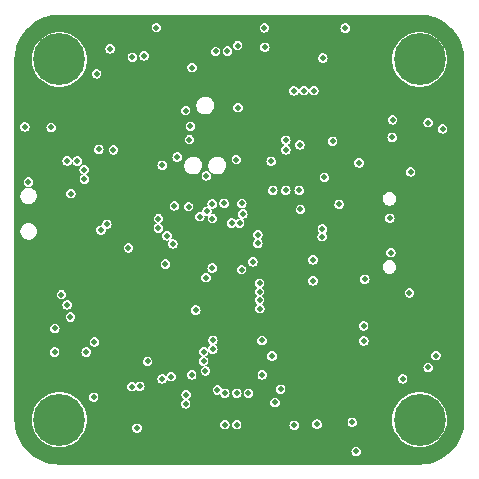
<source format=gbr>
%TF.GenerationSoftware,KiCad,Pcbnew,(6.0.4)*%
%TF.CreationDate,2023-01-18T22:00:33-06:00*%
%TF.ProjectId,Flight_Controller,466c6967-6874-45f4-936f-6e74726f6c6c,rev?*%
%TF.SameCoordinates,Original*%
%TF.FileFunction,Copper,L2,Inr*%
%TF.FilePolarity,Positive*%
%FSLAX46Y46*%
G04 Gerber Fmt 4.6, Leading zero omitted, Abs format (unit mm)*
G04 Created by KiCad (PCBNEW (6.0.4)) date 2023-01-18 22:00:33*
%MOMM*%
%LPD*%
G01*
G04 APERTURE LIST*
%TA.AperFunction,ComponentPad*%
%ADD10C,0.700000*%
%TD*%
%TA.AperFunction,ComponentPad*%
%ADD11C,4.400000*%
%TD*%
%TA.AperFunction,ViaPad*%
%ADD12C,0.508000*%
%TD*%
G04 APERTURE END LIST*
D10*
%TO.N,N/C*%
%TO.C,H3*%
X122510000Y-94110000D03*
D11*
X122510000Y-92460000D03*
D10*
X123676726Y-91293274D03*
X121343274Y-93626726D03*
X123676726Y-93626726D03*
X124160000Y-92460000D03*
X121343274Y-91293274D03*
X122510000Y-90810000D03*
X120860000Y-92460000D03*
%TD*%
%TO.N,N/C*%
%TO.C,H4*%
X121343274Y-63126726D03*
X123676726Y-60793274D03*
X121343274Y-60793274D03*
X122510000Y-60310000D03*
X122510000Y-63610000D03*
D11*
X122510000Y-61960000D03*
D10*
X124160000Y-61960000D03*
X120860000Y-61960000D03*
X123676726Y-63126726D03*
%TD*%
%TO.N,N/C*%
%TO.C,H1*%
X154176732Y-60793272D03*
X151843280Y-60793272D03*
X151843280Y-63126724D03*
X153010006Y-63609998D03*
X154660006Y-61959998D03*
X154176732Y-63126724D03*
D11*
X153010006Y-61959998D03*
D10*
X151360006Y-61959998D03*
X153010006Y-60309998D03*
%TD*%
%TO.N,N/C*%
%TO.C,H2*%
X154176726Y-93626726D03*
X153010000Y-90810000D03*
X154176726Y-91293274D03*
X154660000Y-92460000D03*
X151843274Y-91293274D03*
X153010000Y-94110000D03*
X151360000Y-92460000D03*
D11*
X153010000Y-92460000D03*
D10*
X151843274Y-93626726D03*
%TD*%
D12*
%TO.N,GND*%
X129600000Y-73625000D03*
X137300000Y-86100000D03*
X123300000Y-80775000D03*
X129750000Y-67980000D03*
X153750000Y-66330000D03*
X145690000Y-62840000D03*
X151360000Y-80260000D03*
X130120000Y-84900000D03*
X125970000Y-67290000D03*
X123690000Y-81890000D03*
X142925000Y-75475000D03*
X131600000Y-67975000D03*
X124275000Y-73525000D03*
X123380000Y-69250000D03*
X144520000Y-85070000D03*
X128440000Y-64850000D03*
X127980000Y-89280000D03*
X133550000Y-69860000D03*
X134940000Y-81320000D03*
X127150000Y-71300000D03*
X151930000Y-95610000D03*
X146250000Y-88120000D03*
X129240000Y-85770000D03*
X146330000Y-92640000D03*
X139530000Y-92880000D03*
X145874994Y-76049988D03*
X128340000Y-59280000D03*
X147000000Y-78375000D03*
X142170000Y-59270000D03*
X144540000Y-88070000D03*
X123930000Y-88850000D03*
X144840000Y-62850000D03*
X138710000Y-78100000D03*
X134400000Y-76020000D03*
X128300000Y-79690000D03*
X122120000Y-85720000D03*
X150910000Y-69590000D03*
X126860000Y-67290000D03*
X137570000Y-59270000D03*
X140225000Y-84525000D03*
X139530000Y-87980000D03*
X151390000Y-73350000D03*
X150070000Y-63280000D03*
X135530000Y-92880000D03*
X135800000Y-80500000D03*
X140520000Y-66730000D03*
X151610000Y-70260000D03*
X146200000Y-85080000D03*
X119940000Y-77750000D03*
X143980000Y-78040000D03*
X154390000Y-86040000D03*
X132030000Y-70910000D03*
X140530000Y-66110000D03*
X146920000Y-61200000D03*
X147690000Y-80570000D03*
X154120000Y-68400000D03*
X148270000Y-67360000D03*
X145850000Y-77350010D03*
X151590000Y-89960000D03*
X130950000Y-85750000D03*
X148860000Y-61860000D03*
X129730000Y-92820000D03*
X138530000Y-92880000D03*
X127140000Y-72150000D03*
X141010000Y-61340000D03*
X148860000Y-61120000D03*
X148850000Y-64750000D03*
X127820000Y-67290000D03*
X140520000Y-67410000D03*
%TO.N,+3V3*%
X142820000Y-73030000D03*
X141690000Y-68790000D03*
X142925000Y-74650000D03*
X148380000Y-80570000D03*
X135450000Y-79620000D03*
X119900000Y-72330000D03*
X133610000Y-67600000D03*
X140580000Y-73040000D03*
X141250000Y-89880000D03*
X132120000Y-77570000D03*
X139880000Y-59270000D03*
X143990000Y-78920000D03*
X141690000Y-69600000D03*
X143990000Y-80700000D03*
X140450000Y-70580000D03*
X137940000Y-79750000D03*
X146710000Y-59300000D03*
X151580000Y-88990000D03*
X137500000Y-70430000D03*
X139675000Y-85750000D03*
X141690000Y-73030000D03*
X131220000Y-70900000D03*
%TO.N,+5V*%
X134930000Y-80420000D03*
X122120000Y-86730000D03*
X121830000Y-67710000D03*
X125490000Y-85870000D03*
X147890000Y-70720000D03*
X154400000Y-87030000D03*
X153740000Y-67310000D03*
X125670000Y-63170000D03*
X144950000Y-71940000D03*
X146200000Y-74220000D03*
X129090000Y-93180000D03*
X122130000Y-84730000D03*
X147320000Y-92670000D03*
X133210000Y-91110000D03*
X130730000Y-59260000D03*
%TO.N,+BATT*%
X142380000Y-64610000D03*
X143220000Y-64600000D03*
X144060000Y-64590000D03*
%TO.N,Net-(C24-Pad1)*%
X150730000Y-67070000D03*
X145650000Y-68870000D03*
%TO.N,Net-(C25-Pad1)*%
X127100000Y-69610000D03*
%TO.N,+9V*%
X123180000Y-70550000D03*
X126810000Y-61060000D03*
X124630000Y-72100000D03*
X140770000Y-91000000D03*
X124030000Y-70560000D03*
X147644500Y-95150000D03*
X124610000Y-71290000D03*
%TO.N,NRST*%
X128370000Y-77910000D03*
X133530000Y-68740000D03*
%TO.N,ESC_TEL_RX*%
X135750000Y-61280000D03*
X123170000Y-82730000D03*
%TO.N,ADC_Current*%
X136750000Y-61250000D03*
X130900000Y-76240000D03*
%TO.N,RADIO_RX*%
X129330000Y-89630000D03*
%TO.N,RADIO_TX*%
X128640000Y-89656000D03*
%TO.N,Net-(P1-PadA5)*%
X150490000Y-75390000D03*
X152250000Y-71480000D03*
%TO.N,Net-(P1-PadB5)*%
X152160000Y-81710000D03*
X150580000Y-78316979D03*
%TO.N,VIDEO_IN*%
X124780000Y-86730000D03*
%TO.N,V_SENSE1*%
X125850000Y-69569500D03*
X132260000Y-74350000D03*
%TO.N,V_SENSE2*%
X150690000Y-68550000D03*
%TO.N,BOOT0*%
X133460000Y-74410000D03*
X123480000Y-73310000D03*
%TO.N,GPS_TX*%
X128700000Y-61760000D03*
X139310000Y-77530000D03*
%TO.N,GYRO_CS*%
X136460000Y-74140000D03*
%TO.N,GYRO_SCK*%
X137960000Y-74150000D03*
%TO.N,GYRO_MOSI*%
X137112500Y-75810000D03*
%TO.N,GYRO_MISO*%
X137780000Y-75830000D03*
%TO.N,GYRO_INT1*%
X138889994Y-79090012D03*
X130910000Y-75430000D03*
%TO.N,OSD_CS*%
X139480000Y-83050000D03*
X134076044Y-83173956D03*
%TO.N,OSD_MOSI*%
X139470000Y-80910000D03*
X133720000Y-88650000D03*
%TO.N,OSD_CLK*%
X139470000Y-82310000D03*
X131220000Y-89000000D03*
%TO.N,OSD_MISO*%
X139470000Y-81610000D03*
X131980000Y-88810000D03*
%TO.N,Flash_CS*%
X139700000Y-88650000D03*
X134880000Y-88330000D03*
%TO.N,Flash_MISO*%
X134740000Y-86690000D03*
X140520000Y-87060000D03*
%TO.N,Flash_MOSI*%
X135516000Y-86484948D03*
X148280000Y-84520000D03*
%TO.N,Flash_CLK*%
X134730000Y-87490000D03*
X148300000Y-85790000D03*
%TO.N,ADC_BATT*%
X131630000Y-76880000D03*
X144830000Y-61840000D03*
%TO.N,/Connectors/D-*%
X144778656Y-76952500D03*
%TO.N,LED_STRIP*%
X119600000Y-67660000D03*
X153740000Y-88030000D03*
X123450000Y-83760000D03*
X129980000Y-87520000D03*
X154960000Y-67830000D03*
%TO.N,DJI_TX*%
X142390000Y-92930000D03*
X137530000Y-92880000D03*
%TO.N,DJI_RX*%
X136530000Y-92870000D03*
%TO.N,DJI_SBUS*%
X135900000Y-89940000D03*
%TO.N,GPS_RX*%
X129700000Y-61650000D03*
X139310000Y-76780000D03*
%TO.N,GPS_I2C_SDA*%
X139910000Y-60920000D03*
X132500000Y-70220000D03*
%TO.N,GPS_I2C_SCL*%
X137610000Y-60780000D03*
X133210000Y-66280000D03*
%TO.N,/Connectors/D+*%
X144778656Y-76317500D03*
%TO.N,VIDEO_OUT*%
X122690000Y-81870000D03*
X144330000Y-92830000D03*
%TO.N,Motor 1*%
X138040000Y-75030000D03*
X142880000Y-69180000D03*
%TO.N,Motor 2*%
X135480000Y-75430000D03*
X137640000Y-66040000D03*
%TO.N,Motor 3*%
X135460000Y-74190000D03*
%TO.N,Motor 4*%
X134960000Y-71810000D03*
%TO.N,Motor 5*%
X133751044Y-62651044D03*
X135020000Y-74800000D03*
%TO.N,GPIO_3*%
X137540000Y-90210000D03*
X126530000Y-75910000D03*
%TO.N,GPIO_4*%
X126044000Y-76410000D03*
X138530000Y-90210000D03*
%TO.N,GPIO_1*%
X133250000Y-90330000D03*
X131500000Y-79280000D03*
%TO.N,GPIO_2*%
X136530000Y-90210000D03*
X135516000Y-85740000D03*
%TO.N,Net-(R27-Pad1)*%
X125420000Y-90550000D03*
X134400000Y-75260000D03*
%TD*%
%TA.AperFunction,Conductor*%
%TO.N,GND*%
G36*
X152991324Y-58161444D02*
G01*
X153009641Y-58165656D01*
X153013715Y-58164734D01*
X153013718Y-58164734D01*
X153023483Y-58162524D01*
X153033491Y-58161654D01*
X153380596Y-58178707D01*
X153384220Y-58179064D01*
X153672116Y-58221768D01*
X153749442Y-58233238D01*
X153753009Y-58233948D01*
X154111177Y-58323664D01*
X154114647Y-58324717D01*
X154282702Y-58384848D01*
X154462290Y-58449106D01*
X154465653Y-58450499D01*
X154799422Y-58608360D01*
X154802633Y-58610076D01*
X155119329Y-58799896D01*
X155122356Y-58801919D01*
X155418911Y-59021860D01*
X155421726Y-59024170D01*
X155432202Y-59033665D01*
X155692959Y-59270000D01*
X155695302Y-59272124D01*
X155697871Y-59274693D01*
X155720808Y-59300000D01*
X155945830Y-59548274D01*
X155948140Y-59551089D01*
X156168081Y-59847644D01*
X156170104Y-59850671D01*
X156359924Y-60167367D01*
X156361640Y-60170578D01*
X156519501Y-60504347D01*
X156520894Y-60507710D01*
X156641041Y-60843495D01*
X156645281Y-60855346D01*
X156646336Y-60858823D01*
X156712203Y-61121780D01*
X156736052Y-61216989D01*
X156736762Y-61220560D01*
X156790936Y-61585780D01*
X156791293Y-61589403D01*
X156808326Y-61936099D01*
X156807427Y-61946234D01*
X156804344Y-61959641D01*
X156805266Y-61963716D01*
X156805266Y-61963717D01*
X156808585Y-61978383D01*
X156809500Y-61986571D01*
X156809500Y-92433010D01*
X156808556Y-92441324D01*
X156804344Y-92459641D01*
X156805266Y-92463715D01*
X156805266Y-92463718D01*
X156807476Y-92473483D01*
X156808346Y-92483491D01*
X156791293Y-92830596D01*
X156790936Y-92834220D01*
X156750186Y-93108938D01*
X156740074Y-93177115D01*
X156736762Y-93199440D01*
X156736052Y-93203009D01*
X156659107Y-93510195D01*
X156646338Y-93561170D01*
X156645283Y-93564647D01*
X156622880Y-93627259D01*
X156520894Y-93912290D01*
X156519501Y-93915653D01*
X156361640Y-94249422D01*
X156359924Y-94252633D01*
X156170104Y-94569329D01*
X156168081Y-94572356D01*
X155948140Y-94868911D01*
X155945830Y-94871726D01*
X155697876Y-95145302D01*
X155695307Y-95147871D01*
X155689775Y-95152885D01*
X155421726Y-95395830D01*
X155418911Y-95398140D01*
X155122356Y-95618081D01*
X155119329Y-95620104D01*
X154802633Y-95809924D01*
X154799422Y-95811640D01*
X154465653Y-95969501D01*
X154462290Y-95970894D01*
X154114647Y-96095283D01*
X154111177Y-96096336D01*
X153753011Y-96186052D01*
X153749442Y-96186762D01*
X153672116Y-96198232D01*
X153384220Y-96240936D01*
X153380597Y-96241293D01*
X153059046Y-96257091D01*
X153033901Y-96258326D01*
X153023766Y-96257427D01*
X153022551Y-96257148D01*
X153010359Y-96254344D01*
X153006284Y-96255266D01*
X153006283Y-96255266D01*
X152991617Y-96258585D01*
X152983429Y-96259500D01*
X122536990Y-96259500D01*
X122528676Y-96258556D01*
X122523766Y-96257427D01*
X122510359Y-96254344D01*
X122506285Y-96255266D01*
X122506282Y-96255266D01*
X122496517Y-96257476D01*
X122486509Y-96258346D01*
X122139404Y-96241293D01*
X122135780Y-96240936D01*
X121847884Y-96198232D01*
X121770558Y-96186762D01*
X121766989Y-96186052D01*
X121408823Y-96096336D01*
X121405353Y-96095283D01*
X121057710Y-95970894D01*
X121054347Y-95969501D01*
X120720578Y-95811640D01*
X120717367Y-95809924D01*
X120400671Y-95620104D01*
X120397644Y-95618081D01*
X120101089Y-95398140D01*
X120098274Y-95395830D01*
X119830225Y-95152885D01*
X119827042Y-95150000D01*
X147237995Y-95150000D01*
X147257891Y-95275617D01*
X147315631Y-95388938D01*
X147405562Y-95478869D01*
X147462222Y-95507739D01*
X147516280Y-95535283D01*
X147516282Y-95535284D01*
X147518883Y-95536609D01*
X147644500Y-95556505D01*
X147647385Y-95556048D01*
X147767232Y-95537066D01*
X147770117Y-95536609D01*
X147772718Y-95535284D01*
X147772720Y-95535283D01*
X147826777Y-95507739D01*
X147883438Y-95478869D01*
X147973369Y-95388938D01*
X148031109Y-95275617D01*
X148051005Y-95150000D01*
X148031109Y-95024383D01*
X147973369Y-94911062D01*
X147883438Y-94821131D01*
X147787608Y-94772303D01*
X147772720Y-94764717D01*
X147772718Y-94764716D01*
X147770117Y-94763391D01*
X147644500Y-94743495D01*
X147518883Y-94763391D01*
X147516282Y-94764716D01*
X147516280Y-94764717D01*
X147501392Y-94772303D01*
X147405562Y-94821131D01*
X147315631Y-94911062D01*
X147257891Y-95024383D01*
X147237995Y-95150000D01*
X119827042Y-95150000D01*
X119824693Y-95147871D01*
X119822124Y-95145302D01*
X119574170Y-94871726D01*
X119571860Y-94868911D01*
X119351919Y-94572356D01*
X119349896Y-94569329D01*
X119160076Y-94252633D01*
X119158360Y-94249422D01*
X119000499Y-93915653D01*
X118999106Y-93912290D01*
X118897120Y-93627259D01*
X118874717Y-93564647D01*
X118873662Y-93561170D01*
X118860894Y-93510195D01*
X118783948Y-93203009D01*
X118783238Y-93199440D01*
X118779927Y-93177115D01*
X118769814Y-93108938D01*
X118729064Y-92834220D01*
X118728707Y-92830596D01*
X118711685Y-92484106D01*
X118712598Y-92473910D01*
X118715180Y-92462769D01*
X118715180Y-92462766D01*
X118715655Y-92460718D01*
X118715656Y-92460000D01*
X120177506Y-92460000D01*
X120197461Y-92764452D01*
X120197696Y-92765633D01*
X120197697Y-92765641D01*
X120219871Y-92877115D01*
X120256984Y-93063694D01*
X120257377Y-93064851D01*
X120257377Y-93064852D01*
X120258764Y-93068938D01*
X120355057Y-93352607D01*
X120355591Y-93353690D01*
X120355594Y-93353697D01*
X120457909Y-93561170D01*
X120490001Y-93626247D01*
X120659508Y-93879932D01*
X120860678Y-94109322D01*
X121090068Y-94310492D01*
X121343753Y-94479999D01*
X121344848Y-94480539D01*
X121616303Y-94614406D01*
X121616310Y-94614409D01*
X121617393Y-94614943D01*
X121906306Y-94713016D01*
X122017219Y-94735078D01*
X122204359Y-94772303D01*
X122204367Y-94772304D01*
X122205548Y-94772539D01*
X122510000Y-94792494D01*
X122814452Y-94772539D01*
X122815633Y-94772304D01*
X122815641Y-94772303D01*
X123002781Y-94735078D01*
X123113694Y-94713016D01*
X123402607Y-94614943D01*
X123403690Y-94614409D01*
X123403697Y-94614406D01*
X123675152Y-94480539D01*
X123676247Y-94479999D01*
X123929932Y-94310492D01*
X124159322Y-94109322D01*
X124360492Y-93879932D01*
X124529999Y-93626247D01*
X124562091Y-93561170D01*
X124664406Y-93353697D01*
X124664409Y-93353690D01*
X124664943Y-93352607D01*
X124723535Y-93180000D01*
X128683495Y-93180000D01*
X128703391Y-93305617D01*
X128704716Y-93308218D01*
X128704717Y-93308220D01*
X128718896Y-93336048D01*
X128761131Y-93418938D01*
X128851062Y-93508869D01*
X128907722Y-93537739D01*
X128961780Y-93565283D01*
X128961782Y-93565284D01*
X128964383Y-93566609D01*
X129090000Y-93586505D01*
X129092885Y-93586048D01*
X129212732Y-93567066D01*
X129215617Y-93566609D01*
X129218218Y-93565284D01*
X129218220Y-93565283D01*
X129272278Y-93537739D01*
X129328938Y-93508869D01*
X129418869Y-93418938D01*
X129461104Y-93336048D01*
X129475283Y-93308220D01*
X129475284Y-93308218D01*
X129476609Y-93305617D01*
X129496505Y-93180000D01*
X129476609Y-93054383D01*
X129418869Y-92941062D01*
X129347807Y-92870000D01*
X136123495Y-92870000D01*
X136143391Y-92995617D01*
X136144716Y-92998218D01*
X136144717Y-92998220D01*
X136172008Y-93051780D01*
X136201131Y-93108938D01*
X136291062Y-93198869D01*
X136325879Y-93216609D01*
X136401780Y-93255283D01*
X136401782Y-93255284D01*
X136404383Y-93256609D01*
X136530000Y-93276505D01*
X136532885Y-93276048D01*
X136652732Y-93257066D01*
X136655617Y-93256609D01*
X136658218Y-93255284D01*
X136658220Y-93255283D01*
X136734121Y-93216609D01*
X136768938Y-93198869D01*
X136858869Y-93108938D01*
X136887992Y-93051780D01*
X136915283Y-92998220D01*
X136915284Y-92998218D01*
X136916609Y-92995617D01*
X136934921Y-92880000D01*
X137123495Y-92880000D01*
X137143391Y-93005617D01*
X137201131Y-93118938D01*
X137291062Y-93208869D01*
X137337762Y-93232664D01*
X137401780Y-93265283D01*
X137401782Y-93265284D01*
X137404383Y-93266609D01*
X137530000Y-93286505D01*
X137532885Y-93286048D01*
X137652732Y-93267066D01*
X137655617Y-93266609D01*
X137658218Y-93265284D01*
X137658220Y-93265283D01*
X137722238Y-93232664D01*
X137768938Y-93208869D01*
X137858869Y-93118938D01*
X137916609Y-93005617D01*
X137928586Y-92930000D01*
X141983495Y-92930000D01*
X142003391Y-93055617D01*
X142061131Y-93168938D01*
X142151062Y-93258869D01*
X142184778Y-93276048D01*
X142261780Y-93315283D01*
X142261782Y-93315284D01*
X142264383Y-93316609D01*
X142390000Y-93336505D01*
X142392885Y-93336048D01*
X142512732Y-93317066D01*
X142515617Y-93316609D01*
X142518218Y-93315284D01*
X142518220Y-93315283D01*
X142595222Y-93276048D01*
X142628938Y-93258869D01*
X142718869Y-93168938D01*
X142776609Y-93055617D01*
X142796505Y-92930000D01*
X142780666Y-92830000D01*
X143923495Y-92830000D01*
X143943391Y-92955617D01*
X144001131Y-93068938D01*
X144091062Y-93158869D01*
X144126872Y-93177115D01*
X144201780Y-93215283D01*
X144201782Y-93215284D01*
X144204383Y-93216609D01*
X144330000Y-93236505D01*
X144332885Y-93236048D01*
X144452732Y-93217066D01*
X144455617Y-93216609D01*
X144458218Y-93215284D01*
X144458220Y-93215283D01*
X144533128Y-93177115D01*
X144568938Y-93158869D01*
X144658869Y-93068938D01*
X144716609Y-92955617D01*
X144736505Y-92830000D01*
X144716609Y-92704383D01*
X144699090Y-92670000D01*
X146913495Y-92670000D01*
X146933391Y-92795617D01*
X146934716Y-92798218D01*
X146934717Y-92798220D01*
X146939327Y-92807268D01*
X146991131Y-92908938D01*
X147081062Y-92998869D01*
X147137722Y-93027739D01*
X147191780Y-93055283D01*
X147191782Y-93055284D01*
X147194383Y-93056609D01*
X147197268Y-93057066D01*
X147239115Y-93063694D01*
X147320000Y-93076505D01*
X147322885Y-93076048D01*
X147442732Y-93057066D01*
X147445617Y-93056609D01*
X147448218Y-93055284D01*
X147448220Y-93055283D01*
X147502277Y-93027739D01*
X147558938Y-92998869D01*
X147648869Y-92908938D01*
X147700673Y-92807268D01*
X147705283Y-92798220D01*
X147705284Y-92798218D01*
X147706609Y-92795617D01*
X147726505Y-92670000D01*
X147706609Y-92544383D01*
X147704277Y-92539805D01*
X147673002Y-92478426D01*
X147663614Y-92460000D01*
X150677506Y-92460000D01*
X150697461Y-92764452D01*
X150697696Y-92765633D01*
X150697697Y-92765641D01*
X150719871Y-92877115D01*
X150756984Y-93063694D01*
X150757377Y-93064851D01*
X150757377Y-93064852D01*
X150758764Y-93068938D01*
X150855057Y-93352607D01*
X150855591Y-93353690D01*
X150855594Y-93353697D01*
X150957909Y-93561170D01*
X150990001Y-93626247D01*
X151159508Y-93879932D01*
X151360678Y-94109322D01*
X151590068Y-94310492D01*
X151843753Y-94479999D01*
X151844848Y-94480539D01*
X152116303Y-94614406D01*
X152116310Y-94614409D01*
X152117393Y-94614943D01*
X152406306Y-94713016D01*
X152517219Y-94735078D01*
X152704359Y-94772303D01*
X152704367Y-94772304D01*
X152705548Y-94772539D01*
X153010000Y-94792494D01*
X153314452Y-94772539D01*
X153315633Y-94772304D01*
X153315641Y-94772303D01*
X153502781Y-94735078D01*
X153613694Y-94713016D01*
X153902607Y-94614943D01*
X153903690Y-94614409D01*
X153903697Y-94614406D01*
X154175152Y-94480539D01*
X154176247Y-94479999D01*
X154429932Y-94310492D01*
X154659322Y-94109322D01*
X154860492Y-93879932D01*
X155029999Y-93626247D01*
X155062091Y-93561170D01*
X155164406Y-93353697D01*
X155164409Y-93353690D01*
X155164943Y-93352607D01*
X155261236Y-93068938D01*
X155262623Y-93064852D01*
X155262623Y-93064851D01*
X155263016Y-93063694D01*
X155300129Y-92877115D01*
X155322303Y-92765641D01*
X155322304Y-92765633D01*
X155322539Y-92764452D01*
X155342494Y-92460000D01*
X155322539Y-92155548D01*
X155322304Y-92154367D01*
X155322303Y-92154359D01*
X155263254Y-91857504D01*
X155263016Y-91856306D01*
X155164943Y-91567393D01*
X155164409Y-91566310D01*
X155164406Y-91566303D01*
X155030539Y-91294848D01*
X155029999Y-91293753D01*
X154991634Y-91236335D01*
X154861161Y-91041069D01*
X154861160Y-91041067D01*
X154860492Y-91040068D01*
X154659322Y-90810678D01*
X154429932Y-90609508D01*
X154411311Y-90597066D01*
X154177259Y-90440677D01*
X154177257Y-90440676D01*
X154176247Y-90440001D01*
X154144577Y-90424383D01*
X153903697Y-90305594D01*
X153903690Y-90305591D01*
X153902607Y-90305057D01*
X153613694Y-90206984D01*
X153483074Y-90181002D01*
X153315641Y-90147697D01*
X153315633Y-90147696D01*
X153314452Y-90147461D01*
X153010000Y-90127506D01*
X152705548Y-90147461D01*
X152704367Y-90147696D01*
X152704359Y-90147697D01*
X152536926Y-90181002D01*
X152406306Y-90206984D01*
X152117393Y-90305057D01*
X152116310Y-90305591D01*
X152116303Y-90305594D01*
X151875423Y-90424383D01*
X151843753Y-90440001D01*
X151842743Y-90440676D01*
X151842741Y-90440677D01*
X151608689Y-90597066D01*
X151590068Y-90609508D01*
X151360678Y-90810678D01*
X151159508Y-91040068D01*
X151158840Y-91041067D01*
X151158839Y-91041069D01*
X151028367Y-91236335D01*
X150990001Y-91293753D01*
X150989461Y-91294848D01*
X150855594Y-91566303D01*
X150855591Y-91566310D01*
X150855057Y-91567393D01*
X150756984Y-91856306D01*
X150756746Y-91857504D01*
X150697697Y-92154359D01*
X150697696Y-92154367D01*
X150697461Y-92155548D01*
X150677506Y-92460000D01*
X147663614Y-92460000D01*
X147648869Y-92431062D01*
X147558938Y-92341131D01*
X147502277Y-92312261D01*
X147448220Y-92284717D01*
X147448218Y-92284716D01*
X147445617Y-92283391D01*
X147320000Y-92263495D01*
X147194383Y-92283391D01*
X147191782Y-92284716D01*
X147191780Y-92284717D01*
X147137722Y-92312261D01*
X147081062Y-92341131D01*
X146991131Y-92431062D01*
X146966998Y-92478426D01*
X146935724Y-92539805D01*
X146933391Y-92544383D01*
X146913495Y-92670000D01*
X144699090Y-92670000D01*
X144658869Y-92591062D01*
X144568938Y-92501131D01*
X144494620Y-92463264D01*
X144458220Y-92444717D01*
X144458218Y-92444716D01*
X144455617Y-92443391D01*
X144443489Y-92441470D01*
X144332885Y-92423952D01*
X144330000Y-92423495D01*
X144327115Y-92423952D01*
X144216512Y-92441470D01*
X144204383Y-92443391D01*
X144201782Y-92444716D01*
X144201780Y-92444717D01*
X144165380Y-92463264D01*
X144091062Y-92501131D01*
X144001131Y-92591062D01*
X143943391Y-92704383D01*
X143923495Y-92830000D01*
X142780666Y-92830000D01*
X142776609Y-92804383D01*
X142772143Y-92795617D01*
X142720195Y-92693665D01*
X142718869Y-92691062D01*
X142628938Y-92601131D01*
X142572278Y-92572261D01*
X142518220Y-92544717D01*
X142518218Y-92544716D01*
X142515617Y-92543391D01*
X142390000Y-92523495D01*
X142264383Y-92543391D01*
X142261782Y-92544716D01*
X142261780Y-92544717D01*
X142207723Y-92572261D01*
X142151062Y-92601131D01*
X142061131Y-92691062D01*
X142059805Y-92693665D01*
X142007858Y-92795617D01*
X142003391Y-92804383D01*
X141983495Y-92930000D01*
X137928586Y-92930000D01*
X137936505Y-92880000D01*
X137916609Y-92754383D01*
X137910188Y-92741780D01*
X137860195Y-92643665D01*
X137858869Y-92641062D01*
X137768938Y-92551131D01*
X137712277Y-92522261D01*
X137658220Y-92494717D01*
X137658218Y-92494716D01*
X137655617Y-92493391D01*
X137530000Y-92473495D01*
X137404383Y-92493391D01*
X137401782Y-92494716D01*
X137401780Y-92494717D01*
X137347723Y-92522261D01*
X137291062Y-92551131D01*
X137201131Y-92641062D01*
X137199805Y-92643665D01*
X137149813Y-92741780D01*
X137143391Y-92754383D01*
X137123495Y-92880000D01*
X136934921Y-92880000D01*
X136936505Y-92870000D01*
X136916609Y-92744383D01*
X136858869Y-92631062D01*
X136768938Y-92541131D01*
X136712278Y-92512261D01*
X136658220Y-92484717D01*
X136658218Y-92484716D01*
X136655617Y-92483391D01*
X136530000Y-92463495D01*
X136404383Y-92483391D01*
X136401782Y-92484716D01*
X136401780Y-92484717D01*
X136347723Y-92512261D01*
X136291062Y-92541131D01*
X136201131Y-92631062D01*
X136143391Y-92744383D01*
X136123495Y-92870000D01*
X129347807Y-92870000D01*
X129328938Y-92851131D01*
X129237190Y-92804383D01*
X129218220Y-92794717D01*
X129218218Y-92794716D01*
X129215617Y-92793391D01*
X129211457Y-92792732D01*
X129092885Y-92773952D01*
X129090000Y-92773495D01*
X129087115Y-92773952D01*
X128968544Y-92792732D01*
X128964383Y-92793391D01*
X128961782Y-92794716D01*
X128961780Y-92794717D01*
X128942810Y-92804383D01*
X128851062Y-92851131D01*
X128761131Y-92941062D01*
X128703391Y-93054383D01*
X128683495Y-93180000D01*
X124723535Y-93180000D01*
X124761236Y-93068938D01*
X124762623Y-93064852D01*
X124762623Y-93064851D01*
X124763016Y-93063694D01*
X124800129Y-92877115D01*
X124822303Y-92765641D01*
X124822304Y-92765633D01*
X124822539Y-92764452D01*
X124842494Y-92460000D01*
X124822539Y-92155548D01*
X124822304Y-92154367D01*
X124822303Y-92154359D01*
X124763254Y-91857504D01*
X124763016Y-91856306D01*
X124664943Y-91567393D01*
X124664409Y-91566310D01*
X124664406Y-91566303D01*
X124530539Y-91294848D01*
X124529999Y-91293753D01*
X124491634Y-91236335D01*
X124407219Y-91110000D01*
X132803495Y-91110000D01*
X132823391Y-91235617D01*
X132881131Y-91348938D01*
X132971062Y-91438869D01*
X133027723Y-91467739D01*
X133081780Y-91495283D01*
X133081782Y-91495284D01*
X133084383Y-91496609D01*
X133210000Y-91516505D01*
X133212885Y-91516048D01*
X133332732Y-91497066D01*
X133335617Y-91496609D01*
X133338218Y-91495284D01*
X133338220Y-91495283D01*
X133392277Y-91467739D01*
X133448938Y-91438869D01*
X133538869Y-91348938D01*
X133596609Y-91235617D01*
X133616505Y-91110000D01*
X133605285Y-91039160D01*
X133599083Y-91000000D01*
X140363495Y-91000000D01*
X140363952Y-91002885D01*
X140380461Y-91107115D01*
X140383391Y-91125617D01*
X140441131Y-91238938D01*
X140531062Y-91328869D01*
X140587722Y-91357739D01*
X140641780Y-91385283D01*
X140641782Y-91385284D01*
X140644383Y-91386609D01*
X140770000Y-91406505D01*
X140772885Y-91406048D01*
X140892732Y-91387066D01*
X140895617Y-91386609D01*
X140898218Y-91385284D01*
X140898220Y-91385283D01*
X140952278Y-91357739D01*
X141008938Y-91328869D01*
X141098869Y-91238938D01*
X141156609Y-91125617D01*
X141159540Y-91107115D01*
X141176048Y-91002885D01*
X141176505Y-91000000D01*
X141156609Y-90874383D01*
X141098869Y-90761062D01*
X141008938Y-90671131D01*
X140900832Y-90616048D01*
X140898220Y-90614717D01*
X140898218Y-90614716D01*
X140895617Y-90613391D01*
X140770000Y-90593495D01*
X140644383Y-90613391D01*
X140641782Y-90614716D01*
X140641780Y-90614717D01*
X140639168Y-90616048D01*
X140531062Y-90671131D01*
X140441131Y-90761062D01*
X140383391Y-90874383D01*
X140363495Y-91000000D01*
X133599083Y-91000000D01*
X133597066Y-90987268D01*
X133596609Y-90984383D01*
X133582405Y-90956505D01*
X133567739Y-90927723D01*
X133538869Y-90871062D01*
X133448938Y-90781131D01*
X133413837Y-90763246D01*
X133395397Y-90741656D01*
X133397625Y-90713348D01*
X133413838Y-90697135D01*
X133467475Y-90669805D01*
X133488938Y-90658869D01*
X133578869Y-90568938D01*
X133636609Y-90455617D01*
X133656505Y-90330000D01*
X133636609Y-90204383D01*
X133578869Y-90091062D01*
X133488938Y-90001131D01*
X133408597Y-89960195D01*
X133378220Y-89944717D01*
X133378218Y-89944716D01*
X133375617Y-89943391D01*
X133372423Y-89942885D01*
X133354208Y-89940000D01*
X135493495Y-89940000D01*
X135513391Y-90065617D01*
X135571131Y-90178938D01*
X135661062Y-90268869D01*
X135694778Y-90286048D01*
X135771780Y-90325283D01*
X135771782Y-90325284D01*
X135774383Y-90326609D01*
X135777268Y-90327066D01*
X135813042Y-90332732D01*
X135900000Y-90346505D01*
X135902885Y-90346048D01*
X136022732Y-90327066D01*
X136025617Y-90326609D01*
X136028218Y-90325284D01*
X136028220Y-90325283D01*
X136056130Y-90311062D01*
X136087779Y-90294936D01*
X136116085Y-90292708D01*
X136137677Y-90311149D01*
X136141264Y-90322188D01*
X136143391Y-90335617D01*
X136144716Y-90338218D01*
X136144717Y-90338220D01*
X136172261Y-90392278D01*
X136201131Y-90448938D01*
X136291062Y-90538869D01*
X136307246Y-90547115D01*
X136401780Y-90595283D01*
X136401782Y-90595284D01*
X136404383Y-90596609D01*
X136530000Y-90616505D01*
X136532885Y-90616048D01*
X136652732Y-90597066D01*
X136655617Y-90596609D01*
X136658218Y-90595284D01*
X136658220Y-90595283D01*
X136752754Y-90547115D01*
X136768938Y-90538869D01*
X136858869Y-90448938D01*
X136887739Y-90392278D01*
X136915283Y-90338220D01*
X136915284Y-90338218D01*
X136916609Y-90335617D01*
X136936505Y-90210000D01*
X137133495Y-90210000D01*
X137153391Y-90335617D01*
X137154716Y-90338218D01*
X137154717Y-90338220D01*
X137182261Y-90392278D01*
X137211131Y-90448938D01*
X137301062Y-90538869D01*
X137317246Y-90547115D01*
X137411780Y-90595283D01*
X137411782Y-90595284D01*
X137414383Y-90596609D01*
X137540000Y-90616505D01*
X137542885Y-90616048D01*
X137662732Y-90597066D01*
X137665617Y-90596609D01*
X137668218Y-90595284D01*
X137668220Y-90595283D01*
X137762754Y-90547115D01*
X137778938Y-90538869D01*
X137868869Y-90448938D01*
X137897739Y-90392278D01*
X137925283Y-90338220D01*
X137925284Y-90338218D01*
X137926609Y-90335617D01*
X137946505Y-90210000D01*
X138123495Y-90210000D01*
X138143391Y-90335617D01*
X138144716Y-90338218D01*
X138144717Y-90338220D01*
X138172261Y-90392278D01*
X138201131Y-90448938D01*
X138291062Y-90538869D01*
X138307246Y-90547115D01*
X138401780Y-90595283D01*
X138401782Y-90595284D01*
X138404383Y-90596609D01*
X138530000Y-90616505D01*
X138532885Y-90616048D01*
X138652732Y-90597066D01*
X138655617Y-90596609D01*
X138658218Y-90595284D01*
X138658220Y-90595283D01*
X138752754Y-90547115D01*
X138768938Y-90538869D01*
X138858869Y-90448938D01*
X138887739Y-90392278D01*
X138915283Y-90338220D01*
X138915284Y-90338218D01*
X138916609Y-90335617D01*
X138936505Y-90210000D01*
X138916609Y-90084383D01*
X138894649Y-90041283D01*
X138876476Y-90005617D01*
X138858869Y-89971062D01*
X138768938Y-89881131D01*
X138766718Y-89880000D01*
X140843495Y-89880000D01*
X140863391Y-90005617D01*
X140864716Y-90008218D01*
X140864717Y-90008220D01*
X140878896Y-90036048D01*
X140921131Y-90118938D01*
X141011062Y-90208869D01*
X141067723Y-90237739D01*
X141121780Y-90265283D01*
X141121782Y-90265284D01*
X141124383Y-90266609D01*
X141250000Y-90286505D01*
X141252885Y-90286048D01*
X141372732Y-90267066D01*
X141375617Y-90266609D01*
X141378218Y-90265284D01*
X141378220Y-90265283D01*
X141432277Y-90237739D01*
X141488938Y-90208869D01*
X141578869Y-90118938D01*
X141621104Y-90036048D01*
X141635283Y-90008220D01*
X141635284Y-90008218D01*
X141636609Y-90005617D01*
X141656505Y-89880000D01*
X141641335Y-89784220D01*
X141637066Y-89757268D01*
X141636609Y-89754383D01*
X141578869Y-89641062D01*
X141488938Y-89551131D01*
X141397190Y-89504383D01*
X141378220Y-89494717D01*
X141378218Y-89494716D01*
X141375617Y-89493391D01*
X141250000Y-89473495D01*
X141124383Y-89493391D01*
X141121782Y-89494716D01*
X141121780Y-89494717D01*
X141102810Y-89504383D01*
X141011062Y-89551131D01*
X140921131Y-89641062D01*
X140863391Y-89754383D01*
X140862934Y-89757268D01*
X140858665Y-89784220D01*
X140843495Y-89880000D01*
X138766718Y-89880000D01*
X138664294Y-89827812D01*
X138658220Y-89824717D01*
X138658218Y-89824716D01*
X138655617Y-89823391D01*
X138530000Y-89803495D01*
X138404383Y-89823391D01*
X138401782Y-89824716D01*
X138401780Y-89824717D01*
X138395706Y-89827812D01*
X138291062Y-89881131D01*
X138201131Y-89971062D01*
X138183524Y-90005617D01*
X138165352Y-90041283D01*
X138143391Y-90084383D01*
X138123495Y-90210000D01*
X137946505Y-90210000D01*
X137926609Y-90084383D01*
X137904649Y-90041283D01*
X137886476Y-90005617D01*
X137868869Y-89971062D01*
X137778938Y-89881131D01*
X137674294Y-89827812D01*
X137668220Y-89824717D01*
X137668218Y-89824716D01*
X137665617Y-89823391D01*
X137540000Y-89803495D01*
X137414383Y-89823391D01*
X137411782Y-89824716D01*
X137411780Y-89824717D01*
X137405706Y-89827812D01*
X137301062Y-89881131D01*
X137211131Y-89971062D01*
X137193524Y-90005617D01*
X137175352Y-90041283D01*
X137153391Y-90084383D01*
X137133495Y-90210000D01*
X136936505Y-90210000D01*
X136916609Y-90084383D01*
X136894649Y-90041283D01*
X136876476Y-90005617D01*
X136858869Y-89971062D01*
X136768938Y-89881131D01*
X136664294Y-89827812D01*
X136658220Y-89824717D01*
X136658218Y-89824716D01*
X136655617Y-89823391D01*
X136530000Y-89803495D01*
X136404383Y-89823391D01*
X136401782Y-89824716D01*
X136401780Y-89824717D01*
X136395706Y-89827812D01*
X136342221Y-89855064D01*
X136313915Y-89857292D01*
X136292323Y-89838851D01*
X136288736Y-89827812D01*
X136287066Y-89817268D01*
X136286609Y-89814383D01*
X136281062Y-89803495D01*
X136230195Y-89703665D01*
X136228869Y-89701062D01*
X136138938Y-89611131D01*
X136082277Y-89582261D01*
X136028220Y-89554717D01*
X136028218Y-89554716D01*
X136025617Y-89553391D01*
X135900000Y-89533495D01*
X135774383Y-89553391D01*
X135771782Y-89554716D01*
X135771780Y-89554717D01*
X135717723Y-89582261D01*
X135661062Y-89611131D01*
X135571131Y-89701062D01*
X135569805Y-89703665D01*
X135518939Y-89803495D01*
X135513391Y-89814383D01*
X135493495Y-89940000D01*
X133354208Y-89940000D01*
X133252885Y-89923952D01*
X133250000Y-89923495D01*
X133247115Y-89923952D01*
X133127578Y-89942885D01*
X133124383Y-89943391D01*
X133121782Y-89944716D01*
X133121780Y-89944717D01*
X133091403Y-89960195D01*
X133011062Y-90001131D01*
X132921131Y-90091062D01*
X132863391Y-90204383D01*
X132843495Y-90330000D01*
X132863391Y-90455617D01*
X132921131Y-90568938D01*
X133011062Y-90658869D01*
X133046163Y-90676754D01*
X133064603Y-90698344D01*
X133062375Y-90726652D01*
X133046162Y-90742865D01*
X133006161Y-90763247D01*
X132971062Y-90781131D01*
X132881131Y-90871062D01*
X132852261Y-90927723D01*
X132837596Y-90956505D01*
X132823391Y-90984383D01*
X132822934Y-90987268D01*
X132814715Y-91039160D01*
X132803495Y-91110000D01*
X124407219Y-91110000D01*
X124361161Y-91041069D01*
X124361160Y-91041067D01*
X124360492Y-91040068D01*
X124159322Y-90810678D01*
X123929932Y-90609508D01*
X123911311Y-90597066D01*
X123840872Y-90550000D01*
X125013495Y-90550000D01*
X125033391Y-90675617D01*
X125091131Y-90788938D01*
X125181062Y-90878869D01*
X125237722Y-90907739D01*
X125291780Y-90935283D01*
X125291782Y-90935284D01*
X125294383Y-90936609D01*
X125420000Y-90956505D01*
X125422885Y-90956048D01*
X125542732Y-90937066D01*
X125545617Y-90936609D01*
X125548218Y-90935284D01*
X125548220Y-90935283D01*
X125602277Y-90907739D01*
X125658938Y-90878869D01*
X125748869Y-90788938D01*
X125806609Y-90675617D01*
X125826505Y-90550000D01*
X125806609Y-90424383D01*
X125748869Y-90311062D01*
X125658938Y-90221131D01*
X125602277Y-90192261D01*
X125548220Y-90164717D01*
X125548218Y-90164716D01*
X125545617Y-90163391D01*
X125420000Y-90143495D01*
X125294383Y-90163391D01*
X125291782Y-90164716D01*
X125291780Y-90164717D01*
X125237723Y-90192261D01*
X125181062Y-90221131D01*
X125091131Y-90311062D01*
X125033391Y-90424383D01*
X125013495Y-90550000D01*
X123840872Y-90550000D01*
X123677259Y-90440677D01*
X123677257Y-90440676D01*
X123676247Y-90440001D01*
X123644577Y-90424383D01*
X123403697Y-90305594D01*
X123403690Y-90305591D01*
X123402607Y-90305057D01*
X123113694Y-90206984D01*
X122983074Y-90181002D01*
X122815641Y-90147697D01*
X122815633Y-90147696D01*
X122814452Y-90147461D01*
X122510000Y-90127506D01*
X122205548Y-90147461D01*
X122204367Y-90147696D01*
X122204359Y-90147697D01*
X122036926Y-90181002D01*
X121906306Y-90206984D01*
X121617393Y-90305057D01*
X121616310Y-90305591D01*
X121616303Y-90305594D01*
X121375423Y-90424383D01*
X121343753Y-90440001D01*
X121342743Y-90440676D01*
X121342741Y-90440677D01*
X121108689Y-90597066D01*
X121090068Y-90609508D01*
X120860678Y-90810678D01*
X120659508Y-91040068D01*
X120658840Y-91041067D01*
X120658839Y-91041069D01*
X120528367Y-91236335D01*
X120490001Y-91293753D01*
X120489461Y-91294848D01*
X120355594Y-91566303D01*
X120355591Y-91566310D01*
X120355057Y-91567393D01*
X120256984Y-91856306D01*
X120256746Y-91857504D01*
X120197697Y-92154359D01*
X120197696Y-92154367D01*
X120197461Y-92155548D01*
X120177506Y-92460000D01*
X118715656Y-92460000D01*
X118711429Y-92441469D01*
X118710500Y-92433219D01*
X118710500Y-89656000D01*
X128233495Y-89656000D01*
X128233952Y-89658885D01*
X128249078Y-89754383D01*
X128253391Y-89781617D01*
X128254716Y-89784218D01*
X128254717Y-89784220D01*
X128282261Y-89838277D01*
X128311131Y-89894938D01*
X128401062Y-89984869D01*
X128430376Y-89999805D01*
X128511780Y-90041283D01*
X128511782Y-90041284D01*
X128514383Y-90042609D01*
X128640000Y-90062505D01*
X128642885Y-90062048D01*
X128762732Y-90043066D01*
X128765617Y-90042609D01*
X128768218Y-90041284D01*
X128768220Y-90041283D01*
X128849624Y-89999805D01*
X128878938Y-89984869D01*
X128968869Y-89894938D01*
X128969024Y-89895093D01*
X128991735Y-89881173D01*
X129019346Y-89887800D01*
X129023775Y-89891582D01*
X129091062Y-89958869D01*
X129114992Y-89971062D01*
X129201780Y-90015283D01*
X129201782Y-90015284D01*
X129204383Y-90016609D01*
X129330000Y-90036505D01*
X129332885Y-90036048D01*
X129452732Y-90017066D01*
X129455617Y-90016609D01*
X129458218Y-90015284D01*
X129458220Y-90015283D01*
X129545008Y-89971062D01*
X129568938Y-89958869D01*
X129658869Y-89868938D01*
X129716609Y-89755617D01*
X129736505Y-89630000D01*
X129716609Y-89504383D01*
X129711009Y-89493391D01*
X129671065Y-89414998D01*
X129658869Y-89391062D01*
X129568938Y-89301131D01*
X129467597Y-89249495D01*
X129458220Y-89244717D01*
X129458218Y-89244716D01*
X129455617Y-89243391D01*
X129330000Y-89223495D01*
X129204383Y-89243391D01*
X129201782Y-89244716D01*
X129201780Y-89244717D01*
X129192403Y-89249495D01*
X129091062Y-89301131D01*
X129001131Y-89391062D01*
X129000976Y-89390907D01*
X128978265Y-89404827D01*
X128950654Y-89398200D01*
X128946225Y-89394418D01*
X128878938Y-89327131D01*
X128822278Y-89298261D01*
X128768220Y-89270717D01*
X128768218Y-89270716D01*
X128765617Y-89269391D01*
X128640000Y-89249495D01*
X128514383Y-89269391D01*
X128511782Y-89270716D01*
X128511780Y-89270717D01*
X128457723Y-89298261D01*
X128401062Y-89327131D01*
X128311131Y-89417062D01*
X128253391Y-89530383D01*
X128233495Y-89656000D01*
X118710500Y-89656000D01*
X118710500Y-89000000D01*
X130813495Y-89000000D01*
X130833391Y-89125617D01*
X130834716Y-89128218D01*
X130834717Y-89128220D01*
X130840143Y-89138869D01*
X130891131Y-89238938D01*
X130981062Y-89328869D01*
X131037722Y-89357739D01*
X131091780Y-89385283D01*
X131091782Y-89385284D01*
X131094383Y-89386609D01*
X131097268Y-89387066D01*
X131153978Y-89396048D01*
X131220000Y-89406505D01*
X131222885Y-89406048D01*
X131342732Y-89387066D01*
X131345617Y-89386609D01*
X131348218Y-89385284D01*
X131348220Y-89385283D01*
X131402278Y-89357739D01*
X131458938Y-89328869D01*
X131548869Y-89238938D01*
X131599857Y-89138869D01*
X131605283Y-89128220D01*
X131605284Y-89128218D01*
X131606609Y-89125617D01*
X131611790Y-89092905D01*
X131626626Y-89068694D01*
X131654236Y-89062065D01*
X131674667Y-89072474D01*
X131741062Y-89138869D01*
X131797722Y-89167739D01*
X131851780Y-89195283D01*
X131851782Y-89195284D01*
X131854383Y-89196609D01*
X131980000Y-89216505D01*
X131982885Y-89216048D01*
X132102732Y-89197066D01*
X132105617Y-89196609D01*
X132108218Y-89195284D01*
X132108220Y-89195283D01*
X132162278Y-89167739D01*
X132218938Y-89138869D01*
X132308869Y-89048938D01*
X132366609Y-88935617D01*
X132386505Y-88810000D01*
X132366609Y-88684383D01*
X132360909Y-88673195D01*
X132349090Y-88650000D01*
X133313495Y-88650000D01*
X133333391Y-88775617D01*
X133391131Y-88888938D01*
X133481062Y-88978869D01*
X133497246Y-88987115D01*
X133591780Y-89035283D01*
X133591782Y-89035284D01*
X133594383Y-89036609D01*
X133720000Y-89056505D01*
X133722885Y-89056048D01*
X133842732Y-89037066D01*
X133845617Y-89036609D01*
X133848218Y-89035284D01*
X133848220Y-89035283D01*
X133942754Y-88987115D01*
X133958938Y-88978869D01*
X134048869Y-88888938D01*
X134106609Y-88775617D01*
X134126505Y-88650000D01*
X134106609Y-88524383D01*
X134048869Y-88411062D01*
X133958938Y-88321131D01*
X133902278Y-88292261D01*
X133848220Y-88264717D01*
X133848218Y-88264716D01*
X133845617Y-88263391D01*
X133720000Y-88243495D01*
X133594383Y-88263391D01*
X133591782Y-88264716D01*
X133591780Y-88264717D01*
X133537722Y-88292261D01*
X133481062Y-88321131D01*
X133391131Y-88411062D01*
X133333391Y-88524383D01*
X133313495Y-88650000D01*
X132349090Y-88650000D01*
X132325341Y-88603391D01*
X132308869Y-88571062D01*
X132218938Y-88481131D01*
X132130458Y-88436048D01*
X132108220Y-88424717D01*
X132108218Y-88424716D01*
X132105617Y-88423391D01*
X131980000Y-88403495D01*
X131854383Y-88423391D01*
X131851782Y-88424716D01*
X131851780Y-88424717D01*
X131829542Y-88436048D01*
X131741062Y-88481131D01*
X131651131Y-88571062D01*
X131634659Y-88603391D01*
X131599092Y-88673195D01*
X131593391Y-88684383D01*
X131588215Y-88717066D01*
X131588210Y-88717095D01*
X131573374Y-88741306D01*
X131545764Y-88747935D01*
X131525333Y-88737526D01*
X131458938Y-88671131D01*
X131402277Y-88642261D01*
X131348220Y-88614717D01*
X131348218Y-88614716D01*
X131345617Y-88613391D01*
X131220000Y-88593495D01*
X131094383Y-88613391D01*
X131091782Y-88614716D01*
X131091780Y-88614717D01*
X131037723Y-88642261D01*
X130981062Y-88671131D01*
X130891131Y-88761062D01*
X130889805Y-88763665D01*
X130839813Y-88861780D01*
X130833391Y-88874383D01*
X130813495Y-89000000D01*
X118710500Y-89000000D01*
X118710500Y-87520000D01*
X129573495Y-87520000D01*
X129593391Y-87645617D01*
X129651131Y-87758938D01*
X129741062Y-87848869D01*
X129758184Y-87857593D01*
X129851780Y-87905283D01*
X129851782Y-87905284D01*
X129854383Y-87906609D01*
X129857268Y-87907066D01*
X129860286Y-87907544D01*
X129980000Y-87926505D01*
X129982885Y-87926048D01*
X130102732Y-87907066D01*
X130105617Y-87906609D01*
X130108218Y-87905284D01*
X130108220Y-87905283D01*
X130201816Y-87857593D01*
X130218938Y-87848869D01*
X130308869Y-87758938D01*
X130366609Y-87645617D01*
X130386505Y-87520000D01*
X130381753Y-87490000D01*
X134323495Y-87490000D01*
X134343391Y-87615617D01*
X134344716Y-87618218D01*
X134344717Y-87618220D01*
X134358218Y-87644717D01*
X134401131Y-87728938D01*
X134491062Y-87818869D01*
X134545889Y-87846805D01*
X134601780Y-87875283D01*
X134601782Y-87875284D01*
X134604383Y-87876609D01*
X134607268Y-87877066D01*
X134706024Y-87892708D01*
X134730235Y-87907544D01*
X134736863Y-87935155D01*
X134722027Y-87959366D01*
X134717068Y-87962404D01*
X134641062Y-88001131D01*
X134551131Y-88091062D01*
X134493391Y-88204383D01*
X134473495Y-88330000D01*
X134493391Y-88455617D01*
X134551131Y-88568938D01*
X134641062Y-88658869D01*
X134686027Y-88681780D01*
X134751780Y-88715283D01*
X134751782Y-88715284D01*
X134754383Y-88716609D01*
X134880000Y-88736505D01*
X134882885Y-88736048D01*
X135002732Y-88717066D01*
X135005617Y-88716609D01*
X135008218Y-88715284D01*
X135008220Y-88715283D01*
X135073973Y-88681780D01*
X135118938Y-88658869D01*
X135127807Y-88650000D01*
X139293495Y-88650000D01*
X139313391Y-88775617D01*
X139371131Y-88888938D01*
X139461062Y-88978869D01*
X139477246Y-88987115D01*
X139571780Y-89035283D01*
X139571782Y-89035284D01*
X139574383Y-89036609D01*
X139700000Y-89056505D01*
X139702885Y-89056048D01*
X139822732Y-89037066D01*
X139825617Y-89036609D01*
X139828218Y-89035284D01*
X139828220Y-89035283D01*
X139917092Y-88990000D01*
X151173495Y-88990000D01*
X151193391Y-89115617D01*
X151194716Y-89118218D01*
X151194717Y-89118220D01*
X151204187Y-89136805D01*
X151251131Y-89228938D01*
X151341062Y-89318869D01*
X151360688Y-89328869D01*
X151451780Y-89375283D01*
X151451782Y-89375284D01*
X151454383Y-89376609D01*
X151580000Y-89396505D01*
X151582885Y-89396048D01*
X151593177Y-89394418D01*
X151705617Y-89376609D01*
X151708218Y-89375284D01*
X151708220Y-89375283D01*
X151799312Y-89328869D01*
X151818938Y-89318869D01*
X151908869Y-89228938D01*
X151955813Y-89136805D01*
X151965283Y-89118220D01*
X151965284Y-89118218D01*
X151966609Y-89115617D01*
X151986505Y-88990000D01*
X151966609Y-88864383D01*
X151908869Y-88751062D01*
X151818938Y-88661131D01*
X151725243Y-88613391D01*
X151708220Y-88604717D01*
X151708218Y-88604716D01*
X151705617Y-88603391D01*
X151580000Y-88583495D01*
X151454383Y-88603391D01*
X151451782Y-88604716D01*
X151451780Y-88604717D01*
X151434757Y-88613391D01*
X151341062Y-88661131D01*
X151251131Y-88751062D01*
X151193391Y-88864383D01*
X151173495Y-88990000D01*
X139917092Y-88990000D01*
X139922754Y-88987115D01*
X139938938Y-88978869D01*
X140028869Y-88888938D01*
X140086609Y-88775617D01*
X140106505Y-88650000D01*
X140086609Y-88524383D01*
X140028869Y-88411062D01*
X139938938Y-88321131D01*
X139882278Y-88292261D01*
X139828220Y-88264717D01*
X139828218Y-88264716D01*
X139825617Y-88263391D01*
X139700000Y-88243495D01*
X139574383Y-88263391D01*
X139571782Y-88264716D01*
X139571780Y-88264717D01*
X139517722Y-88292261D01*
X139461062Y-88321131D01*
X139371131Y-88411062D01*
X139313391Y-88524383D01*
X139293495Y-88650000D01*
X135127807Y-88650000D01*
X135208869Y-88568938D01*
X135266609Y-88455617D01*
X135286505Y-88330000D01*
X135266609Y-88204383D01*
X135208869Y-88091062D01*
X135147807Y-88030000D01*
X153333495Y-88030000D01*
X153353391Y-88155617D01*
X153411131Y-88268938D01*
X153501062Y-88358869D01*
X153557722Y-88387739D01*
X153611780Y-88415283D01*
X153611782Y-88415284D01*
X153614383Y-88416609D01*
X153740000Y-88436505D01*
X153742885Y-88436048D01*
X153862732Y-88417066D01*
X153865617Y-88416609D01*
X153868218Y-88415284D01*
X153868220Y-88415283D01*
X153922277Y-88387739D01*
X153978938Y-88358869D01*
X154068869Y-88268938D01*
X154126609Y-88155617D01*
X154146505Y-88030000D01*
X154131483Y-87935155D01*
X154127066Y-87907268D01*
X154126609Y-87904383D01*
X154120661Y-87892708D01*
X154070195Y-87793665D01*
X154068869Y-87791062D01*
X153978938Y-87701131D01*
X153922277Y-87672261D01*
X153868220Y-87644717D01*
X153868218Y-87644716D01*
X153865617Y-87643391D01*
X153861457Y-87642732D01*
X153742885Y-87623952D01*
X153740000Y-87623495D01*
X153737115Y-87623952D01*
X153618544Y-87642732D01*
X153614383Y-87643391D01*
X153611782Y-87644716D01*
X153611780Y-87644717D01*
X153557722Y-87672261D01*
X153501062Y-87701131D01*
X153411131Y-87791062D01*
X153409805Y-87793665D01*
X153359340Y-87892708D01*
X153353391Y-87904383D01*
X153352934Y-87907268D01*
X153348517Y-87935155D01*
X153333495Y-88030000D01*
X135147807Y-88030000D01*
X135118938Y-88001131D01*
X135036970Y-87959366D01*
X135008220Y-87944717D01*
X135008218Y-87944716D01*
X135005617Y-87943391D01*
X135002732Y-87942934D01*
X134903976Y-87927292D01*
X134879765Y-87912456D01*
X134873137Y-87884845D01*
X134887973Y-87860634D01*
X134892932Y-87857596D01*
X134968938Y-87818869D01*
X135058869Y-87728938D01*
X135101782Y-87644717D01*
X135115283Y-87618220D01*
X135115284Y-87618218D01*
X135116609Y-87615617D01*
X135136505Y-87490000D01*
X135116609Y-87364383D01*
X135113800Y-87358869D01*
X135060195Y-87253665D01*
X135058869Y-87251062D01*
X134968938Y-87161131D01*
X134899212Y-87125604D01*
X134880771Y-87104013D01*
X134882999Y-87075705D01*
X134898704Y-87060000D01*
X140113495Y-87060000D01*
X140133391Y-87185617D01*
X140134716Y-87188218D01*
X140134717Y-87188220D01*
X140137252Y-87193195D01*
X140191131Y-87298938D01*
X140281062Y-87388869D01*
X140291884Y-87394383D01*
X140391780Y-87445283D01*
X140391782Y-87445284D01*
X140394383Y-87446609D01*
X140520000Y-87466505D01*
X140522885Y-87466048D01*
X140642732Y-87447066D01*
X140645617Y-87446609D01*
X140648218Y-87445284D01*
X140648220Y-87445283D01*
X140748116Y-87394383D01*
X140758938Y-87388869D01*
X140848869Y-87298938D01*
X140902748Y-87193195D01*
X140905283Y-87188220D01*
X140905284Y-87188218D01*
X140906609Y-87185617D01*
X140926505Y-87060000D01*
X140921753Y-87030000D01*
X153993495Y-87030000D01*
X154013391Y-87155617D01*
X154014716Y-87158218D01*
X154014717Y-87158220D01*
X154017252Y-87163195D01*
X154071131Y-87268938D01*
X154161062Y-87358869D01*
X154171884Y-87364383D01*
X154271780Y-87415283D01*
X154271782Y-87415284D01*
X154274383Y-87416609D01*
X154400000Y-87436505D01*
X154402885Y-87436048D01*
X154522732Y-87417066D01*
X154525617Y-87416609D01*
X154528218Y-87415284D01*
X154528220Y-87415283D01*
X154628116Y-87364383D01*
X154638938Y-87358869D01*
X154728869Y-87268938D01*
X154782748Y-87163195D01*
X154785283Y-87158220D01*
X154785284Y-87158218D01*
X154786609Y-87155617D01*
X154806505Y-87030000D01*
X154786609Y-86904383D01*
X154728869Y-86791062D01*
X154638938Y-86701131D01*
X154546344Y-86653952D01*
X154528220Y-86644717D01*
X154528218Y-86644716D01*
X154525617Y-86643391D01*
X154400000Y-86623495D01*
X154274383Y-86643391D01*
X154271782Y-86644716D01*
X154271780Y-86644717D01*
X154253656Y-86653952D01*
X154161062Y-86701131D01*
X154071131Y-86791062D01*
X154013391Y-86904383D01*
X153993495Y-87030000D01*
X140921753Y-87030000D01*
X140906609Y-86934383D01*
X140904887Y-86931002D01*
X140874830Y-86872014D01*
X140848869Y-86821062D01*
X140758938Y-86731131D01*
X140672552Y-86687115D01*
X140648220Y-86674717D01*
X140648218Y-86674716D01*
X140645617Y-86673391D01*
X140520000Y-86653495D01*
X140394383Y-86673391D01*
X140391782Y-86674716D01*
X140391780Y-86674717D01*
X140367448Y-86687115D01*
X140281062Y-86731131D01*
X140191131Y-86821062D01*
X140165170Y-86872014D01*
X140135114Y-86931002D01*
X140133391Y-86934383D01*
X140113495Y-87060000D01*
X134898704Y-87060000D01*
X134899212Y-87059492D01*
X134962754Y-87027115D01*
X134978938Y-87018869D01*
X135068869Y-86928938D01*
X135107698Y-86852732D01*
X135125283Y-86818220D01*
X135125284Y-86818218D01*
X135126609Y-86815617D01*
X135136036Y-86756098D01*
X135150872Y-86731887D01*
X135178483Y-86725259D01*
X135198913Y-86735668D01*
X135277062Y-86813817D01*
X135296390Y-86823665D01*
X135387780Y-86870231D01*
X135387782Y-86870232D01*
X135390383Y-86871557D01*
X135516000Y-86891453D01*
X135518885Y-86890996D01*
X135638732Y-86872014D01*
X135641617Y-86871557D01*
X135644218Y-86870232D01*
X135644220Y-86870231D01*
X135735610Y-86823665D01*
X135754938Y-86813817D01*
X135844869Y-86723886D01*
X135902609Y-86610565D01*
X135922505Y-86484948D01*
X135902609Y-86359331D01*
X135894255Y-86342934D01*
X135864201Y-86283952D01*
X135844869Y-86246010D01*
X135754938Y-86156079D01*
X135734234Y-86145530D01*
X135715793Y-86123939D01*
X135718021Y-86095631D01*
X135734234Y-86079418D01*
X135754938Y-86068869D01*
X135844869Y-85978938D01*
X135878603Y-85912732D01*
X135901283Y-85868220D01*
X135901284Y-85868218D01*
X135902609Y-85865617D01*
X135920921Y-85750000D01*
X139268495Y-85750000D01*
X139288391Y-85875617D01*
X139346131Y-85988938D01*
X139436062Y-86078869D01*
X139468959Y-86095631D01*
X139546780Y-86135283D01*
X139546782Y-86135284D01*
X139549383Y-86136609D01*
X139675000Y-86156505D01*
X139677885Y-86156048D01*
X139686062Y-86154753D01*
X139800617Y-86136609D01*
X139803218Y-86135284D01*
X139803220Y-86135283D01*
X139881041Y-86095631D01*
X139913938Y-86078869D01*
X140003869Y-85988938D01*
X140061609Y-85875617D01*
X140075170Y-85790000D01*
X147893495Y-85790000D01*
X147913391Y-85915617D01*
X147971131Y-86028938D01*
X148061062Y-86118869D01*
X148095879Y-86136609D01*
X148171780Y-86175283D01*
X148171782Y-86175284D01*
X148174383Y-86176609D01*
X148300000Y-86196505D01*
X148302885Y-86196048D01*
X148422732Y-86177066D01*
X148425617Y-86176609D01*
X148428218Y-86175284D01*
X148428220Y-86175283D01*
X148504121Y-86136609D01*
X148538938Y-86118869D01*
X148628869Y-86028938D01*
X148686609Y-85915617D01*
X148706505Y-85790000D01*
X148686609Y-85664383D01*
X148670958Y-85633665D01*
X148630195Y-85553665D01*
X148628869Y-85551062D01*
X148538938Y-85461131D01*
X148482277Y-85432261D01*
X148428220Y-85404717D01*
X148428218Y-85404716D01*
X148425617Y-85403391D01*
X148300000Y-85383495D01*
X148174383Y-85403391D01*
X148171782Y-85404716D01*
X148171780Y-85404717D01*
X148117722Y-85432261D01*
X148061062Y-85461131D01*
X147971131Y-85551062D01*
X147969805Y-85553665D01*
X147929043Y-85633665D01*
X147913391Y-85664383D01*
X147893495Y-85790000D01*
X140075170Y-85790000D01*
X140081505Y-85750000D01*
X140061609Y-85624383D01*
X140055188Y-85611780D01*
X140023198Y-85548998D01*
X140003869Y-85511062D01*
X139913938Y-85421131D01*
X139840073Y-85383495D01*
X139803220Y-85364717D01*
X139803218Y-85364716D01*
X139800617Y-85363391D01*
X139675000Y-85343495D01*
X139549383Y-85363391D01*
X139546782Y-85364716D01*
X139546780Y-85364717D01*
X139509927Y-85383495D01*
X139436062Y-85421131D01*
X139346131Y-85511062D01*
X139326802Y-85548998D01*
X139294813Y-85611780D01*
X139288391Y-85624383D01*
X139268495Y-85750000D01*
X135920921Y-85750000D01*
X135922505Y-85740000D01*
X135902609Y-85614383D01*
X135844869Y-85501062D01*
X135754938Y-85411131D01*
X135661243Y-85363391D01*
X135644220Y-85354717D01*
X135644218Y-85354716D01*
X135641617Y-85353391D01*
X135516000Y-85333495D01*
X135390383Y-85353391D01*
X135387782Y-85354716D01*
X135387780Y-85354717D01*
X135370757Y-85363391D01*
X135277062Y-85411131D01*
X135187131Y-85501062D01*
X135129391Y-85614383D01*
X135109495Y-85740000D01*
X135129391Y-85865617D01*
X135130716Y-85868218D01*
X135130717Y-85868220D01*
X135153397Y-85912732D01*
X135187131Y-85978938D01*
X135277062Y-86068869D01*
X135297766Y-86079418D01*
X135316207Y-86101009D01*
X135313979Y-86129317D01*
X135297766Y-86145530D01*
X135277062Y-86156079D01*
X135187131Y-86246010D01*
X135167799Y-86283952D01*
X135137746Y-86342934D01*
X135129391Y-86359331D01*
X135128934Y-86362216D01*
X135119964Y-86418850D01*
X135105128Y-86443061D01*
X135077517Y-86449689D01*
X135057087Y-86439280D01*
X134978938Y-86361131D01*
X134905073Y-86323495D01*
X134868220Y-86304717D01*
X134868218Y-86304716D01*
X134865617Y-86303391D01*
X134740000Y-86283495D01*
X134614383Y-86303391D01*
X134611782Y-86304716D01*
X134611780Y-86304717D01*
X134574927Y-86323495D01*
X134501062Y-86361131D01*
X134411131Y-86451062D01*
X134353391Y-86564383D01*
X134333495Y-86690000D01*
X134353391Y-86815617D01*
X134354716Y-86818218D01*
X134354717Y-86818220D01*
X134372302Y-86852732D01*
X134411131Y-86928938D01*
X134501062Y-87018869D01*
X134517246Y-87027115D01*
X134570788Y-87054396D01*
X134589229Y-87075987D01*
X134587001Y-87104295D01*
X134570788Y-87120508D01*
X134542902Y-87134717D01*
X134491062Y-87161131D01*
X134401131Y-87251062D01*
X134399805Y-87253665D01*
X134346201Y-87358869D01*
X134343391Y-87364383D01*
X134323495Y-87490000D01*
X130381753Y-87490000D01*
X130366609Y-87394383D01*
X130363800Y-87388869D01*
X130310195Y-87283665D01*
X130308869Y-87281062D01*
X130218938Y-87191131D01*
X130110832Y-87136048D01*
X130108220Y-87134717D01*
X130108218Y-87134716D01*
X130105617Y-87133391D01*
X129980000Y-87113495D01*
X129854383Y-87133391D01*
X129851782Y-87134716D01*
X129851780Y-87134717D01*
X129849168Y-87136048D01*
X129741062Y-87191131D01*
X129651131Y-87281062D01*
X129649805Y-87283665D01*
X129596201Y-87388869D01*
X129593391Y-87394383D01*
X129573495Y-87520000D01*
X118710500Y-87520000D01*
X118710500Y-86730000D01*
X121713495Y-86730000D01*
X121733391Y-86855617D01*
X121734716Y-86858218D01*
X121734717Y-86858220D01*
X121751650Y-86891453D01*
X121791131Y-86968938D01*
X121881062Y-87058869D01*
X121914658Y-87075987D01*
X121991780Y-87115283D01*
X121991782Y-87115284D01*
X121994383Y-87116609D01*
X122120000Y-87136505D01*
X122122885Y-87136048D01*
X122242732Y-87117066D01*
X122245617Y-87116609D01*
X122248218Y-87115284D01*
X122248220Y-87115283D01*
X122325342Y-87075987D01*
X122358938Y-87058869D01*
X122448869Y-86968938D01*
X122488350Y-86891453D01*
X122505283Y-86858220D01*
X122505284Y-86858218D01*
X122506609Y-86855617D01*
X122526505Y-86730000D01*
X124373495Y-86730000D01*
X124393391Y-86855617D01*
X124394716Y-86858218D01*
X124394717Y-86858220D01*
X124411650Y-86891453D01*
X124451131Y-86968938D01*
X124541062Y-87058869D01*
X124574658Y-87075987D01*
X124651780Y-87115283D01*
X124651782Y-87115284D01*
X124654383Y-87116609D01*
X124780000Y-87136505D01*
X124782885Y-87136048D01*
X124902732Y-87117066D01*
X124905617Y-87116609D01*
X124908218Y-87115284D01*
X124908220Y-87115283D01*
X124985342Y-87075987D01*
X125018938Y-87058869D01*
X125108869Y-86968938D01*
X125148350Y-86891453D01*
X125165283Y-86858220D01*
X125165284Y-86858218D01*
X125166609Y-86855617D01*
X125186505Y-86730000D01*
X125166609Y-86604383D01*
X125108869Y-86491062D01*
X125018938Y-86401131D01*
X124962277Y-86372261D01*
X124908220Y-86344717D01*
X124908218Y-86344716D01*
X124905617Y-86343391D01*
X124780000Y-86323495D01*
X124654383Y-86343391D01*
X124651782Y-86344716D01*
X124651780Y-86344717D01*
X124597722Y-86372261D01*
X124541062Y-86401131D01*
X124451131Y-86491062D01*
X124393391Y-86604383D01*
X124373495Y-86730000D01*
X122526505Y-86730000D01*
X122506609Y-86604383D01*
X122448869Y-86491062D01*
X122358938Y-86401131D01*
X122302277Y-86372261D01*
X122248220Y-86344717D01*
X122248218Y-86344716D01*
X122245617Y-86343391D01*
X122120000Y-86323495D01*
X121994383Y-86343391D01*
X121991782Y-86344716D01*
X121991780Y-86344717D01*
X121937722Y-86372261D01*
X121881062Y-86401131D01*
X121791131Y-86491062D01*
X121733391Y-86604383D01*
X121713495Y-86730000D01*
X118710500Y-86730000D01*
X118710500Y-85870000D01*
X125083495Y-85870000D01*
X125103391Y-85995617D01*
X125104716Y-85998218D01*
X125104717Y-85998220D01*
X125132261Y-86052278D01*
X125161131Y-86108938D01*
X125251062Y-86198869D01*
X125307722Y-86227739D01*
X125361780Y-86255283D01*
X125361782Y-86255284D01*
X125364383Y-86256609D01*
X125490000Y-86276505D01*
X125492885Y-86276048D01*
X125612732Y-86257066D01*
X125615617Y-86256609D01*
X125618218Y-86255284D01*
X125618220Y-86255283D01*
X125672278Y-86227739D01*
X125728938Y-86198869D01*
X125818869Y-86108938D01*
X125847739Y-86052278D01*
X125875283Y-85998220D01*
X125875284Y-85998218D01*
X125876609Y-85995617D01*
X125896505Y-85870000D01*
X125876609Y-85744383D01*
X125818869Y-85631062D01*
X125728938Y-85541131D01*
X125650298Y-85501062D01*
X125618220Y-85484717D01*
X125618218Y-85484716D01*
X125615617Y-85483391D01*
X125490000Y-85463495D01*
X125364383Y-85483391D01*
X125361782Y-85484716D01*
X125361780Y-85484717D01*
X125329702Y-85501062D01*
X125251062Y-85541131D01*
X125161131Y-85631062D01*
X125103391Y-85744383D01*
X125083495Y-85870000D01*
X118710500Y-85870000D01*
X118710500Y-84730000D01*
X121723495Y-84730000D01*
X121743391Y-84855617D01*
X121801131Y-84968938D01*
X121891062Y-85058869D01*
X121947722Y-85087739D01*
X122001780Y-85115283D01*
X122001782Y-85115284D01*
X122004383Y-85116609D01*
X122130000Y-85136505D01*
X122132885Y-85136048D01*
X122252732Y-85117066D01*
X122255617Y-85116609D01*
X122258218Y-85115284D01*
X122258220Y-85115283D01*
X122312278Y-85087739D01*
X122368938Y-85058869D01*
X122458869Y-84968938D01*
X122516609Y-84855617D01*
X122536505Y-84730000D01*
X122516609Y-84604383D01*
X122473614Y-84520000D01*
X147873495Y-84520000D01*
X147893391Y-84645617D01*
X147951131Y-84758938D01*
X148041062Y-84848869D01*
X148097722Y-84877739D01*
X148151780Y-84905283D01*
X148151782Y-84905284D01*
X148154383Y-84906609D01*
X148280000Y-84926505D01*
X148282885Y-84926048D01*
X148402732Y-84907066D01*
X148405617Y-84906609D01*
X148408218Y-84905284D01*
X148408220Y-84905283D01*
X148462277Y-84877739D01*
X148518938Y-84848869D01*
X148608869Y-84758938D01*
X148666609Y-84645617D01*
X148686505Y-84520000D01*
X148666609Y-84394383D01*
X148608869Y-84281062D01*
X148518938Y-84191131D01*
X148431559Y-84146609D01*
X148408220Y-84134717D01*
X148408218Y-84134716D01*
X148405617Y-84133391D01*
X148280000Y-84113495D01*
X148154383Y-84133391D01*
X148151782Y-84134716D01*
X148151780Y-84134717D01*
X148128441Y-84146609D01*
X148041062Y-84191131D01*
X147951131Y-84281062D01*
X147893391Y-84394383D01*
X147873495Y-84520000D01*
X122473614Y-84520000D01*
X122458869Y-84491062D01*
X122368938Y-84401131D01*
X122312277Y-84372261D01*
X122258220Y-84344717D01*
X122258218Y-84344716D01*
X122255617Y-84343391D01*
X122130000Y-84323495D01*
X122004383Y-84343391D01*
X122001782Y-84344716D01*
X122001780Y-84344717D01*
X121947723Y-84372261D01*
X121891062Y-84401131D01*
X121801131Y-84491062D01*
X121743391Y-84604383D01*
X121723495Y-84730000D01*
X118710500Y-84730000D01*
X118710500Y-83760000D01*
X123043495Y-83760000D01*
X123063391Y-83885617D01*
X123121131Y-83998938D01*
X123211062Y-84088869D01*
X123259393Y-84113495D01*
X123321780Y-84145283D01*
X123321782Y-84145284D01*
X123324383Y-84146609D01*
X123450000Y-84166505D01*
X123452885Y-84166048D01*
X123572732Y-84147066D01*
X123575617Y-84146609D01*
X123578218Y-84145284D01*
X123578220Y-84145283D01*
X123640607Y-84113495D01*
X123688938Y-84088869D01*
X123778869Y-83998938D01*
X123836609Y-83885617D01*
X123856505Y-83760000D01*
X123836609Y-83634383D01*
X123778869Y-83521062D01*
X123688938Y-83431131D01*
X123588971Y-83380195D01*
X123578220Y-83374717D01*
X123578218Y-83374716D01*
X123575617Y-83373391D01*
X123450000Y-83353495D01*
X123324383Y-83373391D01*
X123321782Y-83374716D01*
X123321780Y-83374717D01*
X123311029Y-83380195D01*
X123211062Y-83431131D01*
X123121131Y-83521062D01*
X123063391Y-83634383D01*
X123043495Y-83760000D01*
X118710500Y-83760000D01*
X118710500Y-83173956D01*
X133669539Y-83173956D01*
X133689435Y-83299573D01*
X133747175Y-83412894D01*
X133837106Y-83502825D01*
X133872898Y-83521062D01*
X133947824Y-83559239D01*
X133947826Y-83559240D01*
X133950427Y-83560565D01*
X134076044Y-83580461D01*
X134078929Y-83580004D01*
X134198776Y-83561022D01*
X134201661Y-83560565D01*
X134204262Y-83559240D01*
X134204264Y-83559239D01*
X134279190Y-83521062D01*
X134314982Y-83502825D01*
X134404913Y-83412894D01*
X134462653Y-83299573D01*
X134482549Y-83173956D01*
X134462653Y-83048339D01*
X134404913Y-82935018D01*
X134314982Y-82845087D01*
X134248204Y-82811062D01*
X134204264Y-82788673D01*
X134204262Y-82788672D01*
X134201661Y-82787347D01*
X134076044Y-82767451D01*
X133950427Y-82787347D01*
X133947826Y-82788672D01*
X133947824Y-82788673D01*
X133903884Y-82811062D01*
X133837106Y-82845087D01*
X133747175Y-82935018D01*
X133689435Y-83048339D01*
X133669539Y-83173956D01*
X118710500Y-83173956D01*
X118710500Y-82730000D01*
X122763495Y-82730000D01*
X122783391Y-82855617D01*
X122841131Y-82968938D01*
X122931062Y-83058869D01*
X122987723Y-83087739D01*
X123041780Y-83115283D01*
X123041782Y-83115284D01*
X123044383Y-83116609D01*
X123170000Y-83136505D01*
X123172885Y-83136048D01*
X123292732Y-83117066D01*
X123295617Y-83116609D01*
X123298218Y-83115284D01*
X123298220Y-83115283D01*
X123352278Y-83087739D01*
X123408938Y-83058869D01*
X123498869Y-82968938D01*
X123556609Y-82855617D01*
X123576505Y-82730000D01*
X123556609Y-82604383D01*
X123498869Y-82491062D01*
X123408938Y-82401131D01*
X123352278Y-82372261D01*
X123298220Y-82344717D01*
X123298218Y-82344716D01*
X123295617Y-82343391D01*
X123170000Y-82323495D01*
X123044383Y-82343391D01*
X123041782Y-82344716D01*
X123041780Y-82344717D01*
X122987722Y-82372261D01*
X122931062Y-82401131D01*
X122841131Y-82491062D01*
X122783391Y-82604383D01*
X122763495Y-82730000D01*
X118710500Y-82730000D01*
X118710500Y-82310000D01*
X139063495Y-82310000D01*
X139083391Y-82435617D01*
X139141131Y-82548938D01*
X139231062Y-82638869D01*
X139251911Y-82649492D01*
X139270351Y-82671084D01*
X139268123Y-82699392D01*
X139251911Y-82715603D01*
X139241062Y-82721131D01*
X139151131Y-82811062D01*
X139093391Y-82924383D01*
X139073495Y-83050000D01*
X139093391Y-83175617D01*
X139151131Y-83288938D01*
X139241062Y-83378869D01*
X139297723Y-83407739D01*
X139351780Y-83435283D01*
X139351782Y-83435284D01*
X139354383Y-83436609D01*
X139480000Y-83456505D01*
X139482885Y-83456048D01*
X139602732Y-83437066D01*
X139605617Y-83436609D01*
X139608218Y-83435284D01*
X139608220Y-83435283D01*
X139662277Y-83407739D01*
X139718938Y-83378869D01*
X139808869Y-83288938D01*
X139866609Y-83175617D01*
X139886505Y-83050000D01*
X139866609Y-82924383D01*
X139808869Y-82811062D01*
X139718938Y-82721131D01*
X139698089Y-82710508D01*
X139679649Y-82688916D01*
X139681877Y-82660608D01*
X139698089Y-82644397D01*
X139708938Y-82638869D01*
X139798869Y-82548938D01*
X139856609Y-82435617D01*
X139876505Y-82310000D01*
X139858903Y-82198869D01*
X139857066Y-82187268D01*
X139856609Y-82184383D01*
X139798869Y-82071062D01*
X139714041Y-81986234D01*
X139703175Y-81960000D01*
X139714041Y-81933766D01*
X139798869Y-81848938D01*
X139850673Y-81747268D01*
X139855283Y-81738220D01*
X139855284Y-81738218D01*
X139856609Y-81735617D01*
X139860666Y-81710000D01*
X151753495Y-81710000D01*
X151773391Y-81835617D01*
X151831131Y-81948938D01*
X151921062Y-82038869D01*
X151977722Y-82067739D01*
X152031780Y-82095283D01*
X152031782Y-82095284D01*
X152034383Y-82096609D01*
X152160000Y-82116505D01*
X152162885Y-82116048D01*
X152282732Y-82097066D01*
X152285617Y-82096609D01*
X152288218Y-82095284D01*
X152288220Y-82095283D01*
X152342278Y-82067739D01*
X152398938Y-82038869D01*
X152488869Y-81948938D01*
X152546609Y-81835617D01*
X152566505Y-81710000D01*
X152546609Y-81584383D01*
X152488869Y-81471062D01*
X152398938Y-81381131D01*
X152342277Y-81352261D01*
X152288220Y-81324717D01*
X152288218Y-81324716D01*
X152285617Y-81323391D01*
X152160000Y-81303495D01*
X152034383Y-81323391D01*
X152031782Y-81324716D01*
X152031780Y-81324717D01*
X151977723Y-81352261D01*
X151921062Y-81381131D01*
X151831131Y-81471062D01*
X151773391Y-81584383D01*
X151753495Y-81710000D01*
X139860666Y-81710000D01*
X139876505Y-81610000D01*
X139856609Y-81484383D01*
X139798869Y-81371062D01*
X139714041Y-81286234D01*
X139703175Y-81260000D01*
X139714041Y-81233766D01*
X139798869Y-81148938D01*
X139856609Y-81035617D01*
X139876505Y-80910000D01*
X139856609Y-80784383D01*
X139813614Y-80700000D01*
X143583495Y-80700000D01*
X143603391Y-80825617D01*
X143661131Y-80938938D01*
X143751062Y-81028869D01*
X143807723Y-81057739D01*
X143861780Y-81085283D01*
X143861782Y-81085284D01*
X143864383Y-81086609D01*
X143990000Y-81106505D01*
X143992885Y-81106048D01*
X144112732Y-81087066D01*
X144115617Y-81086609D01*
X144118218Y-81085284D01*
X144118220Y-81085283D01*
X144172278Y-81057739D01*
X144228938Y-81028869D01*
X144318869Y-80938938D01*
X144376609Y-80825617D01*
X144396505Y-80700000D01*
X144376609Y-80574383D01*
X144374376Y-80570000D01*
X147973495Y-80570000D01*
X147993391Y-80695617D01*
X148051131Y-80808938D01*
X148141062Y-80898869D01*
X148157246Y-80907115D01*
X148251780Y-80955283D01*
X148251782Y-80955284D01*
X148254383Y-80956609D01*
X148380000Y-80976505D01*
X148382885Y-80976048D01*
X148502732Y-80957066D01*
X148505617Y-80956609D01*
X148508218Y-80955284D01*
X148508220Y-80955283D01*
X148602754Y-80907115D01*
X148618938Y-80898869D01*
X148708869Y-80808938D01*
X148766609Y-80695617D01*
X148786505Y-80570000D01*
X148766609Y-80444383D01*
X148708869Y-80331062D01*
X148618938Y-80241131D01*
X148562278Y-80212261D01*
X148508220Y-80184717D01*
X148508218Y-80184716D01*
X148505617Y-80183391D01*
X148490913Y-80181062D01*
X148382885Y-80163952D01*
X148380000Y-80163495D01*
X148377115Y-80163952D01*
X148269088Y-80181062D01*
X148254383Y-80183391D01*
X148251782Y-80184716D01*
X148251780Y-80184717D01*
X148197723Y-80212261D01*
X148141062Y-80241131D01*
X148051131Y-80331062D01*
X147993391Y-80444383D01*
X147973495Y-80570000D01*
X144374376Y-80570000D01*
X144318869Y-80461062D01*
X144228938Y-80371131D01*
X144150298Y-80331062D01*
X144118220Y-80314717D01*
X144118218Y-80314716D01*
X144115617Y-80313391D01*
X143990000Y-80293495D01*
X143864383Y-80313391D01*
X143861782Y-80314716D01*
X143861780Y-80314717D01*
X143829702Y-80331062D01*
X143751062Y-80371131D01*
X143661131Y-80461062D01*
X143603391Y-80574383D01*
X143583495Y-80700000D01*
X139813614Y-80700000D01*
X139798869Y-80671062D01*
X139708938Y-80581131D01*
X139633576Y-80542732D01*
X139598220Y-80524717D01*
X139598218Y-80524716D01*
X139595617Y-80523391D01*
X139470000Y-80503495D01*
X139344383Y-80523391D01*
X139341782Y-80524716D01*
X139341780Y-80524717D01*
X139306424Y-80542732D01*
X139231062Y-80581131D01*
X139141131Y-80671062D01*
X139083391Y-80784383D01*
X139063495Y-80910000D01*
X139083391Y-81035617D01*
X139141131Y-81148938D01*
X139225959Y-81233766D01*
X139236825Y-81260000D01*
X139225959Y-81286234D01*
X139141131Y-81371062D01*
X139083391Y-81484383D01*
X139063495Y-81610000D01*
X139083391Y-81735617D01*
X139084716Y-81738218D01*
X139084717Y-81738220D01*
X139089327Y-81747268D01*
X139141131Y-81848938D01*
X139225959Y-81933766D01*
X139236825Y-81960000D01*
X139225959Y-81986234D01*
X139141131Y-82071062D01*
X139083391Y-82184383D01*
X139082934Y-82187268D01*
X139081097Y-82198869D01*
X139063495Y-82310000D01*
X118710500Y-82310000D01*
X118710500Y-81870000D01*
X122283495Y-81870000D01*
X122303391Y-81995617D01*
X122361131Y-82108938D01*
X122451062Y-82198869D01*
X122507722Y-82227739D01*
X122561780Y-82255283D01*
X122561782Y-82255284D01*
X122564383Y-82256609D01*
X122690000Y-82276505D01*
X122692885Y-82276048D01*
X122812732Y-82257066D01*
X122815617Y-82256609D01*
X122818218Y-82255284D01*
X122818220Y-82255283D01*
X122872277Y-82227739D01*
X122928938Y-82198869D01*
X123018869Y-82108938D01*
X123076609Y-81995617D01*
X123096505Y-81870000D01*
X123076609Y-81744383D01*
X123072143Y-81735617D01*
X123020195Y-81633665D01*
X123018869Y-81631062D01*
X122928938Y-81541131D01*
X122872277Y-81512261D01*
X122818220Y-81484717D01*
X122818218Y-81484716D01*
X122815617Y-81483391D01*
X122690000Y-81463495D01*
X122564383Y-81483391D01*
X122561782Y-81484716D01*
X122561780Y-81484717D01*
X122507723Y-81512261D01*
X122451062Y-81541131D01*
X122361131Y-81631062D01*
X122359805Y-81633665D01*
X122307858Y-81735617D01*
X122303391Y-81744383D01*
X122283495Y-81870000D01*
X118710500Y-81870000D01*
X118710500Y-80420000D01*
X134523495Y-80420000D01*
X134543391Y-80545617D01*
X134601131Y-80658938D01*
X134691062Y-80748869D01*
X134747723Y-80777739D01*
X134801780Y-80805283D01*
X134801782Y-80805284D01*
X134804383Y-80806609D01*
X134807268Y-80807066D01*
X134832119Y-80811002D01*
X134930000Y-80826505D01*
X134932885Y-80826048D01*
X134935607Y-80825617D01*
X135027881Y-80811002D01*
X135052732Y-80807066D01*
X135055617Y-80806609D01*
X135058218Y-80805284D01*
X135058220Y-80805283D01*
X135112277Y-80777739D01*
X135168938Y-80748869D01*
X135258869Y-80658938D01*
X135316609Y-80545617D01*
X135336505Y-80420000D01*
X135316609Y-80294383D01*
X135258869Y-80181062D01*
X135168938Y-80091131D01*
X135062938Y-80037121D01*
X135058220Y-80034717D01*
X135058218Y-80034716D01*
X135055617Y-80033391D01*
X134930000Y-80013495D01*
X134804383Y-80033391D01*
X134801782Y-80034716D01*
X134801780Y-80034717D01*
X134797062Y-80037121D01*
X134691062Y-80091131D01*
X134601131Y-80181062D01*
X134543391Y-80294383D01*
X134523495Y-80420000D01*
X118710500Y-80420000D01*
X118710500Y-79280000D01*
X131093495Y-79280000D01*
X131113391Y-79405617D01*
X131114716Y-79408218D01*
X131114717Y-79408220D01*
X131120149Y-79418881D01*
X131171131Y-79518938D01*
X131261062Y-79608869D01*
X131288570Y-79622885D01*
X131371780Y-79665283D01*
X131371782Y-79665284D01*
X131374383Y-79666609D01*
X131500000Y-79686505D01*
X131502885Y-79686048D01*
X131622732Y-79667066D01*
X131625617Y-79666609D01*
X131628218Y-79665284D01*
X131628220Y-79665283D01*
X131711430Y-79622885D01*
X131717092Y-79620000D01*
X135043495Y-79620000D01*
X135063391Y-79745617D01*
X135121131Y-79858938D01*
X135211062Y-79948869D01*
X135267722Y-79977739D01*
X135321780Y-80005283D01*
X135321782Y-80005284D01*
X135324383Y-80006609D01*
X135450000Y-80026505D01*
X135452885Y-80026048D01*
X135572732Y-80007066D01*
X135575617Y-80006609D01*
X135578218Y-80005284D01*
X135578220Y-80005283D01*
X135632278Y-79977739D01*
X135688938Y-79948869D01*
X135778869Y-79858938D01*
X135834376Y-79750000D01*
X137533495Y-79750000D01*
X137553391Y-79875617D01*
X137611131Y-79988938D01*
X137701062Y-80078869D01*
X137732527Y-80094901D01*
X137811780Y-80135283D01*
X137811782Y-80135284D01*
X137814383Y-80136609D01*
X137940000Y-80156505D01*
X137942885Y-80156048D01*
X138062732Y-80137066D01*
X138065617Y-80136609D01*
X138068218Y-80135284D01*
X138068220Y-80135283D01*
X138147473Y-80094901D01*
X138178938Y-80078869D01*
X138268869Y-79988938D01*
X138326609Y-79875617D01*
X138346505Y-79750000D01*
X138326609Y-79624383D01*
X138278518Y-79530000D01*
X149882500Y-79530000D01*
X149902416Y-79681280D01*
X149903345Y-79683524D01*
X149903346Y-79683526D01*
X149930881Y-79750000D01*
X149960808Y-79822250D01*
X150053696Y-79943304D01*
X150174750Y-80036192D01*
X150176994Y-80037121D01*
X150176993Y-80037121D01*
X150313474Y-80093654D01*
X150313476Y-80093655D01*
X150315720Y-80094584D01*
X150429020Y-80109500D01*
X150504980Y-80109500D01*
X150618280Y-80094584D01*
X150620524Y-80093655D01*
X150620526Y-80093654D01*
X150757007Y-80037121D01*
X150757006Y-80037121D01*
X150759250Y-80036192D01*
X150880304Y-79943304D01*
X150973192Y-79822250D01*
X151003119Y-79750000D01*
X151030654Y-79683526D01*
X151030655Y-79683524D01*
X151031584Y-79681280D01*
X151051500Y-79530000D01*
X151031584Y-79378720D01*
X151025235Y-79363391D01*
X150974121Y-79239993D01*
X150973192Y-79237750D01*
X150880304Y-79116696D01*
X150759250Y-79023808D01*
X150728697Y-79011152D01*
X150620526Y-78966346D01*
X150620524Y-78966345D01*
X150618280Y-78965416D01*
X150504980Y-78950500D01*
X150429020Y-78950500D01*
X150315720Y-78965416D01*
X150313476Y-78966345D01*
X150313474Y-78966346D01*
X150205303Y-79011152D01*
X150174750Y-79023808D01*
X150053696Y-79116696D01*
X149960808Y-79237750D01*
X149959879Y-79239993D01*
X149908766Y-79363391D01*
X149902416Y-79378720D01*
X149882500Y-79530000D01*
X138278518Y-79530000D01*
X138268869Y-79511062D01*
X138178938Y-79421131D01*
X138100298Y-79381062D01*
X138068220Y-79364717D01*
X138068218Y-79364716D01*
X138065617Y-79363391D01*
X137940000Y-79343495D01*
X137814383Y-79363391D01*
X137811782Y-79364716D01*
X137811780Y-79364717D01*
X137779702Y-79381062D01*
X137701062Y-79421131D01*
X137611131Y-79511062D01*
X137553391Y-79624383D01*
X137533495Y-79750000D01*
X135834376Y-79750000D01*
X135836609Y-79745617D01*
X135856505Y-79620000D01*
X135836609Y-79494383D01*
X135778869Y-79381062D01*
X135688938Y-79291131D01*
X135608597Y-79250195D01*
X135578220Y-79234717D01*
X135578218Y-79234716D01*
X135575617Y-79233391D01*
X135450000Y-79213495D01*
X135324383Y-79233391D01*
X135321782Y-79234716D01*
X135321780Y-79234717D01*
X135291403Y-79250195D01*
X135211062Y-79291131D01*
X135121131Y-79381062D01*
X135063391Y-79494383D01*
X135043495Y-79620000D01*
X131717092Y-79620000D01*
X131738938Y-79608869D01*
X131828869Y-79518938D01*
X131879851Y-79418881D01*
X131885283Y-79408220D01*
X131885284Y-79408218D01*
X131886609Y-79405617D01*
X131906505Y-79280000D01*
X131887657Y-79161002D01*
X131887066Y-79157268D01*
X131886609Y-79154383D01*
X131867407Y-79116696D01*
X131853811Y-79090012D01*
X138483489Y-79090012D01*
X138503385Y-79215629D01*
X138561125Y-79328950D01*
X138651056Y-79418881D01*
X138655472Y-79421131D01*
X138761774Y-79475295D01*
X138761776Y-79475296D01*
X138764377Y-79476621D01*
X138889994Y-79496517D01*
X138892879Y-79496060D01*
X139012726Y-79477078D01*
X139015611Y-79476621D01*
X139018212Y-79475296D01*
X139018214Y-79475295D01*
X139124516Y-79421131D01*
X139128932Y-79418881D01*
X139218863Y-79328950D01*
X139276603Y-79215629D01*
X139296499Y-79090012D01*
X139276603Y-78964395D01*
X139270897Y-78953195D01*
X139253983Y-78920000D01*
X143583495Y-78920000D01*
X143593443Y-78982809D01*
X143602670Y-79041062D01*
X143603391Y-79045617D01*
X143661131Y-79158938D01*
X143751062Y-79248869D01*
X143806498Y-79277115D01*
X143861780Y-79305283D01*
X143861782Y-79305284D01*
X143864383Y-79306609D01*
X143990000Y-79326505D01*
X143992885Y-79326048D01*
X144112732Y-79307066D01*
X144115617Y-79306609D01*
X144118218Y-79305284D01*
X144118220Y-79305283D01*
X144173502Y-79277115D01*
X144228938Y-79248869D01*
X144318869Y-79158938D01*
X144376609Y-79045617D01*
X144377331Y-79041062D01*
X144386557Y-78982809D01*
X144396505Y-78920000D01*
X144376609Y-78794383D01*
X144318869Y-78681062D01*
X144228938Y-78591131D01*
X144154718Y-78553314D01*
X144118220Y-78534717D01*
X144118218Y-78534716D01*
X144115617Y-78533391D01*
X143990000Y-78513495D01*
X143864383Y-78533391D01*
X143861782Y-78534716D01*
X143861780Y-78534717D01*
X143825282Y-78553314D01*
X143751062Y-78591131D01*
X143661131Y-78681062D01*
X143603391Y-78794383D01*
X143583495Y-78920000D01*
X139253983Y-78920000D01*
X139220189Y-78853677D01*
X139218863Y-78851074D01*
X139128932Y-78761143D01*
X139054125Y-78723027D01*
X139018214Y-78704729D01*
X139018212Y-78704728D01*
X139015611Y-78703403D01*
X138889994Y-78683507D01*
X138764377Y-78703403D01*
X138761776Y-78704728D01*
X138761774Y-78704729D01*
X138725863Y-78723027D01*
X138651056Y-78761143D01*
X138561125Y-78851074D01*
X138559799Y-78853677D01*
X138509092Y-78953195D01*
X138503385Y-78964395D01*
X138483489Y-79090012D01*
X131853811Y-79090012D01*
X131830195Y-79043665D01*
X131828869Y-79041062D01*
X131738938Y-78951131D01*
X131672178Y-78917115D01*
X131628220Y-78894717D01*
X131628218Y-78894716D01*
X131625617Y-78893391D01*
X131500000Y-78873495D01*
X131374383Y-78893391D01*
X131371782Y-78894716D01*
X131371780Y-78894717D01*
X131327822Y-78917115D01*
X131261062Y-78951131D01*
X131171131Y-79041062D01*
X131169805Y-79043665D01*
X131132594Y-79116696D01*
X131113391Y-79154383D01*
X131112934Y-79157268D01*
X131112343Y-79161002D01*
X131093495Y-79280000D01*
X118710500Y-79280000D01*
X118710500Y-78316979D01*
X150173495Y-78316979D01*
X150193391Y-78442596D01*
X150251131Y-78555917D01*
X150341062Y-78645848D01*
X150397723Y-78674718D01*
X150451780Y-78702262D01*
X150451782Y-78702263D01*
X150454383Y-78703588D01*
X150580000Y-78723484D01*
X150582885Y-78723027D01*
X150702732Y-78704045D01*
X150705617Y-78703588D01*
X150708218Y-78702263D01*
X150708220Y-78702262D01*
X150762278Y-78674718D01*
X150818938Y-78645848D01*
X150908869Y-78555917D01*
X150966609Y-78442596D01*
X150986505Y-78316979D01*
X150966609Y-78191362D01*
X150908869Y-78078041D01*
X150818938Y-77988110D01*
X150757114Y-77956609D01*
X150708220Y-77931696D01*
X150708218Y-77931695D01*
X150705617Y-77930370D01*
X150580000Y-77910474D01*
X150454383Y-77930370D01*
X150451782Y-77931695D01*
X150451780Y-77931696D01*
X150402886Y-77956609D01*
X150341062Y-77988110D01*
X150251131Y-78078041D01*
X150193391Y-78191362D01*
X150173495Y-78316979D01*
X118710500Y-78316979D01*
X118710500Y-77910000D01*
X127963495Y-77910000D01*
X127983391Y-78035617D01*
X128041131Y-78148938D01*
X128131062Y-78238869D01*
X128187723Y-78267739D01*
X128241780Y-78295283D01*
X128241782Y-78295284D01*
X128244383Y-78296609D01*
X128370000Y-78316505D01*
X128372885Y-78316048D01*
X128492732Y-78297066D01*
X128495617Y-78296609D01*
X128498218Y-78295284D01*
X128498220Y-78295283D01*
X128552277Y-78267739D01*
X128608938Y-78238869D01*
X128698869Y-78148938D01*
X128756609Y-78035617D01*
X128776505Y-77910000D01*
X128756609Y-77784383D01*
X128748740Y-77768938D01*
X128700195Y-77673665D01*
X128698869Y-77671062D01*
X128608938Y-77581131D01*
X128502926Y-77527115D01*
X128498220Y-77524717D01*
X128498218Y-77524716D01*
X128495617Y-77523391D01*
X128370000Y-77503495D01*
X128244383Y-77523391D01*
X128241782Y-77524716D01*
X128241780Y-77524717D01*
X128237074Y-77527115D01*
X128131062Y-77581131D01*
X128041131Y-77671062D01*
X128039805Y-77673665D01*
X127991261Y-77768938D01*
X127983391Y-77784383D01*
X127963495Y-77910000D01*
X118710500Y-77910000D01*
X118710500Y-76591568D01*
X119205029Y-76591568D01*
X119205550Y-76593736D01*
X119205550Y-76593740D01*
X119240711Y-76740195D01*
X119244835Y-76757373D01*
X119323042Y-76908896D01*
X119435135Y-77037391D01*
X119436962Y-77038675D01*
X119436963Y-77038676D01*
X119570232Y-77132338D01*
X119574643Y-77135438D01*
X119624817Y-77155000D01*
X119731432Y-77196568D01*
X119731436Y-77196569D01*
X119733511Y-77197378D01*
X119751946Y-77199805D01*
X119862362Y-77214342D01*
X119862366Y-77214342D01*
X119863564Y-77214500D01*
X119952756Y-77214500D01*
X119953868Y-77214365D01*
X119953875Y-77214365D01*
X120016345Y-77206805D01*
X120079281Y-77199189D01*
X120081367Y-77198401D01*
X120081370Y-77198400D01*
X120236699Y-77139706D01*
X120236701Y-77139705D01*
X120238789Y-77138916D01*
X120240630Y-77137651D01*
X120377473Y-77043601D01*
X120377475Y-77043599D01*
X120379316Y-77042334D01*
X120492748Y-76915021D01*
X120493796Y-76913042D01*
X120511291Y-76880000D01*
X131223495Y-76880000D01*
X131243391Y-77005617D01*
X131301131Y-77118938D01*
X131391062Y-77208869D01*
X131447722Y-77237739D01*
X131501780Y-77265283D01*
X131501782Y-77265284D01*
X131504383Y-77266609D01*
X131630000Y-77286505D01*
X131755617Y-77266609D01*
X131757685Y-77265555D01*
X131785747Y-77267763D01*
X131804189Y-77289354D01*
X131801962Y-77317662D01*
X131795139Y-77327054D01*
X131791131Y-77331062D01*
X131733391Y-77444383D01*
X131713495Y-77570000D01*
X131733391Y-77695617D01*
X131791131Y-77808938D01*
X131881062Y-77898869D01*
X131915879Y-77916609D01*
X131991780Y-77955283D01*
X131991782Y-77955284D01*
X131994383Y-77956609D01*
X132120000Y-77976505D01*
X132122885Y-77976048D01*
X132242732Y-77957066D01*
X132245617Y-77956609D01*
X132248218Y-77955284D01*
X132248220Y-77955283D01*
X132324121Y-77916609D01*
X132358938Y-77898869D01*
X132448869Y-77808938D01*
X132506609Y-77695617D01*
X132526505Y-77570000D01*
X132520170Y-77530000D01*
X138903495Y-77530000D01*
X138923391Y-77655617D01*
X138924716Y-77658218D01*
X138924717Y-77658220D01*
X138932587Y-77673665D01*
X138981131Y-77768938D01*
X139071062Y-77858869D01*
X139127722Y-77887739D01*
X139181780Y-77915283D01*
X139181782Y-77915284D01*
X139184383Y-77916609D01*
X139310000Y-77936505D01*
X139312885Y-77936048D01*
X139432732Y-77917066D01*
X139435617Y-77916609D01*
X139438218Y-77915284D01*
X139438220Y-77915283D01*
X139492278Y-77887739D01*
X139548938Y-77858869D01*
X139638869Y-77768938D01*
X139687413Y-77673665D01*
X139695283Y-77658220D01*
X139695284Y-77658218D01*
X139696609Y-77655617D01*
X139716505Y-77530000D01*
X139696609Y-77404383D01*
X139638869Y-77291062D01*
X139548938Y-77201131D01*
X139523277Y-77188056D01*
X139504836Y-77166464D01*
X139507064Y-77138157D01*
X139523277Y-77121944D01*
X139526052Y-77120530D01*
X139548938Y-77108869D01*
X139638869Y-77018938D01*
X139672721Y-76952500D01*
X144372151Y-76952500D01*
X144392047Y-77078117D01*
X144393372Y-77080718D01*
X144393373Y-77080720D01*
X144419674Y-77132338D01*
X144449787Y-77191438D01*
X144539718Y-77281369D01*
X144596379Y-77310239D01*
X144650436Y-77337783D01*
X144650438Y-77337784D01*
X144653039Y-77339109D01*
X144778656Y-77359005D01*
X144781541Y-77358548D01*
X144901388Y-77339566D01*
X144904273Y-77339109D01*
X144906874Y-77337784D01*
X144906876Y-77337783D01*
X144960933Y-77310239D01*
X145017594Y-77281369D01*
X145107525Y-77191438D01*
X145137638Y-77132338D01*
X145163939Y-77080720D01*
X145163940Y-77080718D01*
X145165265Y-77078117D01*
X145185161Y-76952500D01*
X145165265Y-76826883D01*
X145159745Y-76816048D01*
X145121095Y-76740195D01*
X145107525Y-76713562D01*
X145055197Y-76661234D01*
X145044331Y-76635000D01*
X145055197Y-76608766D01*
X145107525Y-76556438D01*
X145161182Y-76451131D01*
X145163939Y-76445720D01*
X145163940Y-76445718D01*
X145165265Y-76443117D01*
X145168760Y-76421054D01*
X145184704Y-76320385D01*
X145185161Y-76317500D01*
X145165265Y-76191883D01*
X145155983Y-76173665D01*
X145123248Y-76109420D01*
X145107525Y-76078562D01*
X145017594Y-75988631D01*
X144957909Y-75958220D01*
X144906876Y-75932217D01*
X144906874Y-75932216D01*
X144904273Y-75930891D01*
X144778656Y-75910995D01*
X144653039Y-75930891D01*
X144650438Y-75932216D01*
X144650436Y-75932217D01*
X144599403Y-75958220D01*
X144539718Y-75988631D01*
X144449787Y-76078562D01*
X144434064Y-76109420D01*
X144401330Y-76173665D01*
X144392047Y-76191883D01*
X144372151Y-76317500D01*
X144372608Y-76320385D01*
X144388553Y-76421054D01*
X144392047Y-76443117D01*
X144393372Y-76445718D01*
X144393373Y-76445720D01*
X144396130Y-76451131D01*
X144449787Y-76556438D01*
X144502115Y-76608766D01*
X144512981Y-76635000D01*
X144502115Y-76661234D01*
X144449787Y-76713562D01*
X144436217Y-76740195D01*
X144397568Y-76816048D01*
X144392047Y-76826883D01*
X144372151Y-76952500D01*
X139672721Y-76952500D01*
X139690965Y-76916694D01*
X139695283Y-76908220D01*
X139695284Y-76908218D01*
X139696609Y-76905617D01*
X139716505Y-76780000D01*
X139696609Y-76654383D01*
X139694887Y-76651002D01*
X139640195Y-76543665D01*
X139638869Y-76541062D01*
X139548938Y-76451131D01*
X139462552Y-76407115D01*
X139438220Y-76394717D01*
X139438218Y-76394716D01*
X139435617Y-76393391D01*
X139310000Y-76373495D01*
X139184383Y-76393391D01*
X139181782Y-76394716D01*
X139181780Y-76394717D01*
X139157448Y-76407115D01*
X139071062Y-76451131D01*
X138981131Y-76541062D01*
X138979805Y-76543665D01*
X138925114Y-76651002D01*
X138923391Y-76654383D01*
X138903495Y-76780000D01*
X138923391Y-76905617D01*
X138924716Y-76908218D01*
X138924717Y-76908220D01*
X138929035Y-76916694D01*
X138981131Y-77018938D01*
X139071062Y-77108869D01*
X139093948Y-77120530D01*
X139096723Y-77121944D01*
X139115164Y-77143536D01*
X139112936Y-77171843D01*
X139096723Y-77188056D01*
X139071062Y-77201131D01*
X138981131Y-77291062D01*
X138923391Y-77404383D01*
X138903495Y-77530000D01*
X132520170Y-77530000D01*
X132506609Y-77444383D01*
X132448869Y-77331062D01*
X132358938Y-77241131D01*
X132291570Y-77206805D01*
X132248220Y-77184717D01*
X132248218Y-77184716D01*
X132245617Y-77183391D01*
X132120000Y-77163495D01*
X131994383Y-77183391D01*
X131992315Y-77184445D01*
X131964253Y-77182237D01*
X131945811Y-77160646D01*
X131948038Y-77132338D01*
X131954861Y-77122946D01*
X131958869Y-77118938D01*
X132016609Y-77005617D01*
X132036505Y-76880000D01*
X132017839Y-76762149D01*
X132017066Y-76757268D01*
X132016609Y-76754383D01*
X131958869Y-76641062D01*
X131868938Y-76551131D01*
X131812277Y-76522261D01*
X131758220Y-76494717D01*
X131758218Y-76494716D01*
X131755617Y-76493391D01*
X131630000Y-76473495D01*
X131504383Y-76493391D01*
X131501782Y-76494716D01*
X131501780Y-76494717D01*
X131447723Y-76522261D01*
X131391062Y-76551131D01*
X131301131Y-76641062D01*
X131243391Y-76754383D01*
X131242934Y-76757268D01*
X131242161Y-76762149D01*
X131223495Y-76880000D01*
X120511291Y-76880000D01*
X120571490Y-76766304D01*
X120571491Y-76766302D01*
X120572538Y-76764324D01*
X120600807Y-76651780D01*
X120613532Y-76601121D01*
X120613532Y-76601118D01*
X120614078Y-76598946D01*
X120614106Y-76593740D01*
X120614720Y-76476335D01*
X120614971Y-76428432D01*
X120613739Y-76423298D01*
X120610546Y-76410000D01*
X125637495Y-76410000D01*
X125657391Y-76535617D01*
X125658716Y-76538218D01*
X125658717Y-76538220D01*
X125673282Y-76566805D01*
X125715131Y-76648938D01*
X125805062Y-76738869D01*
X125835510Y-76754383D01*
X125915780Y-76795283D01*
X125915782Y-76795284D01*
X125918383Y-76796609D01*
X126044000Y-76816505D01*
X126046885Y-76816048D01*
X126166732Y-76797066D01*
X126169617Y-76796609D01*
X126172218Y-76795284D01*
X126172220Y-76795283D01*
X126252490Y-76754383D01*
X126282938Y-76738869D01*
X126372869Y-76648938D01*
X126414718Y-76566805D01*
X126429283Y-76538220D01*
X126429284Y-76538218D01*
X126430609Y-76535617D01*
X126450505Y-76410000D01*
X126441258Y-76351618D01*
X126447886Y-76324008D01*
X126472097Y-76309172D01*
X126483703Y-76309172D01*
X126530000Y-76316505D01*
X126532885Y-76316048D01*
X126652732Y-76297066D01*
X126655617Y-76296609D01*
X126658218Y-76295284D01*
X126658220Y-76295283D01*
X126761056Y-76242885D01*
X126766718Y-76240000D01*
X130493495Y-76240000D01*
X130513391Y-76365617D01*
X130514716Y-76368218D01*
X130514717Y-76368220D01*
X130528218Y-76394717D01*
X130571131Y-76478938D01*
X130661062Y-76568869D01*
X130701223Y-76589332D01*
X130771780Y-76625283D01*
X130771782Y-76625284D01*
X130774383Y-76626609D01*
X130900000Y-76646505D01*
X130902885Y-76646048D01*
X131022732Y-76627066D01*
X131025617Y-76626609D01*
X131028218Y-76625284D01*
X131028220Y-76625283D01*
X131098777Y-76589332D01*
X131138938Y-76568869D01*
X131228869Y-76478938D01*
X131271782Y-76394717D01*
X131285283Y-76368220D01*
X131285284Y-76368218D01*
X131286609Y-76365617D01*
X131306505Y-76240000D01*
X131286609Y-76114383D01*
X131284939Y-76111104D01*
X131233845Y-76010828D01*
X131228869Y-76001062D01*
X131138938Y-75911131D01*
X131059399Y-75870604D01*
X131040958Y-75849013D01*
X131043186Y-75820705D01*
X131059399Y-75804492D01*
X131116724Y-75775283D01*
X131148938Y-75758869D01*
X131238869Y-75668938D01*
X131287413Y-75573665D01*
X131295283Y-75558220D01*
X131295284Y-75558218D01*
X131296609Y-75555617D01*
X131316505Y-75430000D01*
X131296609Y-75304383D01*
X131273995Y-75260000D01*
X133993495Y-75260000D01*
X133993952Y-75262885D01*
X134012667Y-75381043D01*
X134013391Y-75385617D01*
X134014716Y-75388218D01*
X134014717Y-75388220D01*
X134029182Y-75416609D01*
X134071131Y-75498938D01*
X134161062Y-75588869D01*
X134170475Y-75593665D01*
X134271780Y-75645283D01*
X134271782Y-75645284D01*
X134274383Y-75646609D01*
X134400000Y-75666505D01*
X134402885Y-75666048D01*
X134522732Y-75647066D01*
X134525617Y-75646609D01*
X134528218Y-75645284D01*
X134528220Y-75645283D01*
X134629525Y-75593665D01*
X134638938Y-75588869D01*
X134728869Y-75498938D01*
X134770818Y-75416609D01*
X134785283Y-75388220D01*
X134785284Y-75388218D01*
X134786609Y-75385617D01*
X134787334Y-75381043D01*
X134806048Y-75262885D01*
X134806505Y-75260000D01*
X134804944Y-75250145D01*
X134797537Y-75203375D01*
X134804166Y-75175765D01*
X134828377Y-75160929D01*
X134851023Y-75164516D01*
X134891780Y-75185283D01*
X134891782Y-75185284D01*
X134894383Y-75186609D01*
X135020000Y-75206505D01*
X135022885Y-75206048D01*
X135082167Y-75196659D01*
X135109778Y-75203288D01*
X135124614Y-75227498D01*
X135121027Y-75250144D01*
X135093391Y-75304383D01*
X135073495Y-75430000D01*
X135093391Y-75555617D01*
X135094716Y-75558218D01*
X135094717Y-75558220D01*
X135102587Y-75573665D01*
X135151131Y-75668938D01*
X135241062Y-75758869D01*
X135275879Y-75776609D01*
X135351780Y-75815283D01*
X135351782Y-75815284D01*
X135354383Y-75816609D01*
X135357268Y-75817066D01*
X135390510Y-75822331D01*
X135480000Y-75836505D01*
X135482885Y-75836048D01*
X135484502Y-75835792D01*
X135569490Y-75822331D01*
X135602732Y-75817066D01*
X135605617Y-75816609D01*
X135608218Y-75815284D01*
X135608220Y-75815283D01*
X135618588Y-75810000D01*
X136705995Y-75810000D01*
X136725891Y-75935617D01*
X136727216Y-75938218D01*
X136727217Y-75938220D01*
X136737408Y-75958220D01*
X136783631Y-76048938D01*
X136873562Y-76138869D01*
X136912814Y-76158869D01*
X136984280Y-76195283D01*
X136984282Y-76195284D01*
X136986883Y-76196609D01*
X137112500Y-76216505D01*
X137115385Y-76216048D01*
X137235232Y-76197066D01*
X137238117Y-76196609D01*
X137240718Y-76195284D01*
X137240720Y-76195283D01*
X137312186Y-76158869D01*
X137351438Y-76138869D01*
X137410016Y-76080291D01*
X137436250Y-76069425D01*
X137462484Y-76080291D01*
X137541062Y-76158869D01*
X137564992Y-76171062D01*
X137651780Y-76215283D01*
X137651782Y-76215284D01*
X137654383Y-76216609D01*
X137780000Y-76236505D01*
X137782885Y-76236048D01*
X137902732Y-76217066D01*
X137905617Y-76216609D01*
X137908218Y-76215284D01*
X137908220Y-76215283D01*
X137995008Y-76171062D01*
X138018938Y-76158869D01*
X138108869Y-76068938D01*
X138154523Y-75979337D01*
X138165283Y-75958220D01*
X138165284Y-75958218D01*
X138166609Y-75955617D01*
X138186505Y-75830000D01*
X138168903Y-75718869D01*
X138167066Y-75707268D01*
X138166609Y-75704383D01*
X138157889Y-75687268D01*
X138128168Y-75628938D01*
X138108869Y-75591062D01*
X138018938Y-75501131D01*
X138019419Y-75500650D01*
X138006122Y-75478957D01*
X138012746Y-75451345D01*
X138036955Y-75436506D01*
X138038992Y-75436345D01*
X138040000Y-75436505D01*
X138042885Y-75436048D01*
X138062856Y-75432885D01*
X138165617Y-75416609D01*
X138168218Y-75415284D01*
X138168220Y-75415283D01*
X138217840Y-75390000D01*
X150083495Y-75390000D01*
X150087782Y-75417066D01*
X150101424Y-75503195D01*
X150103391Y-75515617D01*
X150104716Y-75518218D01*
X150104717Y-75518220D01*
X150122302Y-75552732D01*
X150161131Y-75628938D01*
X150251062Y-75718869D01*
X150307723Y-75747739D01*
X150361780Y-75775283D01*
X150361782Y-75775284D01*
X150364383Y-75776609D01*
X150367268Y-75777066D01*
X150427191Y-75786557D01*
X150490000Y-75796505D01*
X150492885Y-75796048D01*
X150612732Y-75777066D01*
X150615617Y-75776609D01*
X150618218Y-75775284D01*
X150618220Y-75775283D01*
X150672277Y-75747739D01*
X150728938Y-75718869D01*
X150818869Y-75628938D01*
X150857698Y-75552732D01*
X150875283Y-75518220D01*
X150875284Y-75518218D01*
X150876609Y-75515617D01*
X150878577Y-75503195D01*
X150892218Y-75417066D01*
X150896505Y-75390000D01*
X150877657Y-75271002D01*
X150877066Y-75267268D01*
X150876609Y-75264383D01*
X150869355Y-75250145D01*
X150845524Y-75203375D01*
X150818869Y-75151062D01*
X150728938Y-75061131D01*
X150650298Y-75021062D01*
X150618220Y-75004717D01*
X150618218Y-75004716D01*
X150615617Y-75003391D01*
X150490000Y-74983495D01*
X150364383Y-75003391D01*
X150361782Y-75004716D01*
X150361780Y-75004717D01*
X150329702Y-75021062D01*
X150251062Y-75061131D01*
X150161131Y-75151062D01*
X150134476Y-75203375D01*
X150110646Y-75250145D01*
X150103391Y-75264383D01*
X150102934Y-75267268D01*
X150102343Y-75271002D01*
X150083495Y-75390000D01*
X138217840Y-75390000D01*
X138235419Y-75381043D01*
X138278938Y-75358869D01*
X138368869Y-75268938D01*
X138410818Y-75186609D01*
X138425283Y-75158220D01*
X138425284Y-75158218D01*
X138426609Y-75155617D01*
X138427331Y-75151062D01*
X138446048Y-75032885D01*
X138446505Y-75030000D01*
X138430846Y-74931131D01*
X138427066Y-74907268D01*
X138426609Y-74904383D01*
X138423903Y-74899071D01*
X138371695Y-74796609D01*
X138368869Y-74791062D01*
X138278938Y-74701131D01*
X138184250Y-74652885D01*
X138178588Y-74650000D01*
X142518495Y-74650000D01*
X142538391Y-74775617D01*
X142539716Y-74778218D01*
X142539717Y-74778220D01*
X142567261Y-74832277D01*
X142596131Y-74888938D01*
X142686062Y-74978869D01*
X142742722Y-75007739D01*
X142796780Y-75035283D01*
X142796782Y-75035284D01*
X142799383Y-75036609D01*
X142802268Y-75037066D01*
X142839317Y-75042934D01*
X142925000Y-75056505D01*
X142927885Y-75056048D01*
X142942426Y-75053745D01*
X143010683Y-75042934D01*
X143047732Y-75037066D01*
X143050617Y-75036609D01*
X143053218Y-75035284D01*
X143053220Y-75035283D01*
X143107277Y-75007739D01*
X143163938Y-74978869D01*
X143253869Y-74888938D01*
X143282739Y-74832277D01*
X143310283Y-74778220D01*
X143310284Y-74778218D01*
X143311609Y-74775617D01*
X143331505Y-74650000D01*
X143311609Y-74524383D01*
X143308800Y-74518869D01*
X143255195Y-74413665D01*
X143253869Y-74411062D01*
X143163938Y-74321131D01*
X143091816Y-74284383D01*
X143053220Y-74264717D01*
X143053218Y-74264716D01*
X143050617Y-74263391D01*
X143046457Y-74262732D01*
X142927885Y-74243952D01*
X142925000Y-74243495D01*
X142922115Y-74243952D01*
X142803544Y-74262732D01*
X142799383Y-74263391D01*
X142796782Y-74264716D01*
X142796780Y-74264717D01*
X142758184Y-74284383D01*
X142686062Y-74321131D01*
X142596131Y-74411062D01*
X142594805Y-74413665D01*
X142541201Y-74518869D01*
X142538391Y-74524383D01*
X142518495Y-74650000D01*
X138178588Y-74650000D01*
X138168220Y-74644717D01*
X138168218Y-74644716D01*
X138165617Y-74643391D01*
X138040000Y-74623495D01*
X137914383Y-74643391D01*
X137911782Y-74644716D01*
X137911780Y-74644717D01*
X137895750Y-74652885D01*
X137801062Y-74701131D01*
X137711131Y-74791062D01*
X137708305Y-74796609D01*
X137656098Y-74899071D01*
X137653391Y-74904383D01*
X137652934Y-74907268D01*
X137649154Y-74931131D01*
X137633495Y-75030000D01*
X137633952Y-75032885D01*
X137652670Y-75151062D01*
X137653391Y-75155617D01*
X137654716Y-75158218D01*
X137654717Y-75158220D01*
X137669182Y-75186609D01*
X137711131Y-75268938D01*
X137801062Y-75358869D01*
X137800581Y-75359350D01*
X137813878Y-75381043D01*
X137807254Y-75408655D01*
X137783045Y-75423494D01*
X137781008Y-75423655D01*
X137780000Y-75423495D01*
X137654383Y-75443391D01*
X137651782Y-75444716D01*
X137651780Y-75444717D01*
X137638772Y-75451345D01*
X137541062Y-75501131D01*
X137482484Y-75559709D01*
X137456250Y-75570575D01*
X137430016Y-75559709D01*
X137351438Y-75481131D01*
X137245426Y-75427115D01*
X137240720Y-75424717D01*
X137240718Y-75424716D01*
X137238117Y-75423391D01*
X137112500Y-75403495D01*
X136986883Y-75423391D01*
X136984282Y-75424716D01*
X136984280Y-75424717D01*
X136979574Y-75427115D01*
X136873562Y-75481131D01*
X136783631Y-75571062D01*
X136772114Y-75593665D01*
X136733761Y-75668938D01*
X136725891Y-75684383D01*
X136705995Y-75810000D01*
X135618588Y-75810000D01*
X135684121Y-75776609D01*
X135718938Y-75758869D01*
X135808869Y-75668938D01*
X135857413Y-75573665D01*
X135865283Y-75558220D01*
X135865284Y-75558218D01*
X135866609Y-75555617D01*
X135886505Y-75430000D01*
X135866609Y-75304383D01*
X135808869Y-75191062D01*
X135718938Y-75101131D01*
X135662278Y-75072261D01*
X135608220Y-75044717D01*
X135608218Y-75044716D01*
X135605617Y-75043391D01*
X135480000Y-75023495D01*
X135477115Y-75023952D01*
X135417833Y-75033341D01*
X135390222Y-75026712D01*
X135375386Y-75002502D01*
X135378973Y-74979855D01*
X135379476Y-74978869D01*
X135402748Y-74933195D01*
X135405283Y-74928220D01*
X135405284Y-74928218D01*
X135406609Y-74925617D01*
X135426505Y-74800000D01*
X135410846Y-74701131D01*
X135407066Y-74677268D01*
X135406609Y-74674383D01*
X135391814Y-74645346D01*
X135389586Y-74617038D01*
X135408027Y-74595447D01*
X135430673Y-74591860D01*
X135460000Y-74596505D01*
X135462885Y-74596048D01*
X135582732Y-74577066D01*
X135585617Y-74576609D01*
X135588218Y-74575284D01*
X135588220Y-74575283D01*
X135645596Y-74546048D01*
X135698938Y-74518869D01*
X135788869Y-74428938D01*
X135842748Y-74323195D01*
X135845283Y-74318220D01*
X135845284Y-74318218D01*
X135846609Y-74315617D01*
X135866505Y-74190000D01*
X135858586Y-74140000D01*
X136053495Y-74140000D01*
X136073391Y-74265617D01*
X136074716Y-74268218D01*
X136074717Y-74268220D01*
X136081626Y-74281780D01*
X136131131Y-74378938D01*
X136221062Y-74468869D01*
X136240688Y-74478869D01*
X136331780Y-74525283D01*
X136331782Y-74525284D01*
X136334383Y-74526609D01*
X136337268Y-74527066D01*
X136373042Y-74532732D01*
X136460000Y-74546505D01*
X136462885Y-74546048D01*
X136582732Y-74527066D01*
X136585617Y-74526609D01*
X136588218Y-74525284D01*
X136588220Y-74525283D01*
X136679312Y-74478869D01*
X136698938Y-74468869D01*
X136788869Y-74378938D01*
X136838374Y-74281780D01*
X136845283Y-74268220D01*
X136845284Y-74268218D01*
X136846609Y-74265617D01*
X136864921Y-74150000D01*
X137553495Y-74150000D01*
X137573391Y-74275617D01*
X137574716Y-74278218D01*
X137574717Y-74278220D01*
X137579327Y-74287268D01*
X137631131Y-74388938D01*
X137721062Y-74478869D01*
X137777723Y-74507739D01*
X137831780Y-74535283D01*
X137831782Y-74535284D01*
X137834383Y-74536609D01*
X137960000Y-74556505D01*
X137962885Y-74556048D01*
X138082732Y-74537066D01*
X138085617Y-74536609D01*
X138088218Y-74535284D01*
X138088220Y-74535283D01*
X138142277Y-74507739D01*
X138198938Y-74478869D01*
X138288869Y-74388938D01*
X138340673Y-74287268D01*
X138345283Y-74278220D01*
X138345284Y-74278218D01*
X138346609Y-74275617D01*
X138355418Y-74220000D01*
X145793495Y-74220000D01*
X145793952Y-74222885D01*
X145808329Y-74313654D01*
X145813391Y-74345617D01*
X145814716Y-74348218D01*
X145814717Y-74348220D01*
X145834138Y-74386335D01*
X145871131Y-74458938D01*
X145961062Y-74548869D01*
X145984992Y-74561062D01*
X146071780Y-74605283D01*
X146071782Y-74605284D01*
X146074383Y-74606609D01*
X146200000Y-74626505D01*
X146202885Y-74626048D01*
X146322732Y-74607066D01*
X146325617Y-74606609D01*
X146328218Y-74605284D01*
X146328220Y-74605283D01*
X146415008Y-74561062D01*
X146438938Y-74548869D01*
X146528869Y-74458938D01*
X146565862Y-74386335D01*
X146585283Y-74348220D01*
X146585284Y-74348218D01*
X146586609Y-74345617D01*
X146591672Y-74313654D01*
X146606048Y-74222885D01*
X146606505Y-74220000D01*
X146586609Y-74094383D01*
X146580909Y-74083195D01*
X146549285Y-74021131D01*
X146528869Y-73981062D01*
X146438938Y-73891131D01*
X146377457Y-73859805D01*
X146328220Y-73834717D01*
X146328218Y-73834716D01*
X146325617Y-73833391D01*
X146200000Y-73813495D01*
X146074383Y-73833391D01*
X146071782Y-73834716D01*
X146071780Y-73834717D01*
X146022543Y-73859805D01*
X145961062Y-73891131D01*
X145871131Y-73981062D01*
X145850715Y-74021131D01*
X145819092Y-74083195D01*
X145813391Y-74094383D01*
X145793495Y-74220000D01*
X138355418Y-74220000D01*
X138366505Y-74150000D01*
X138346609Y-74024383D01*
X138344277Y-74019805D01*
X138305394Y-73943495D01*
X138288869Y-73911062D01*
X138198938Y-73821131D01*
X138125073Y-73783495D01*
X138088220Y-73764717D01*
X138088218Y-73764716D01*
X138085617Y-73763391D01*
X138077776Y-73762149D01*
X138001070Y-73750000D01*
X149882500Y-73750000D01*
X149902416Y-73901280D01*
X149903345Y-73903524D01*
X149903346Y-73903526D01*
X149934608Y-73978998D01*
X149960808Y-74042250D01*
X150053696Y-74163304D01*
X150174750Y-74256192D01*
X150176994Y-74257121D01*
X150176993Y-74257121D01*
X150313474Y-74313654D01*
X150313476Y-74313655D01*
X150315720Y-74314584D01*
X150429020Y-74329500D01*
X150504980Y-74329500D01*
X150618280Y-74314584D01*
X150620524Y-74313655D01*
X150620526Y-74313654D01*
X150757007Y-74257121D01*
X150757006Y-74257121D01*
X150759250Y-74256192D01*
X150880304Y-74163304D01*
X150973192Y-74042250D01*
X150999392Y-73978998D01*
X151030654Y-73903526D01*
X151030655Y-73903524D01*
X151031584Y-73901280D01*
X151051500Y-73750000D01*
X151031584Y-73598720D01*
X151029522Y-73593740D01*
X150974121Y-73459993D01*
X150973192Y-73457750D01*
X150880304Y-73336696D01*
X150759250Y-73243808D01*
X150728697Y-73231152D01*
X150620526Y-73186346D01*
X150620524Y-73186345D01*
X150618280Y-73185416D01*
X150504980Y-73170500D01*
X150429020Y-73170500D01*
X150315720Y-73185416D01*
X150313476Y-73186345D01*
X150313474Y-73186346D01*
X150205303Y-73231152D01*
X150174750Y-73243808D01*
X150053696Y-73336696D01*
X149960808Y-73457750D01*
X149959879Y-73459993D01*
X149904479Y-73593740D01*
X149902416Y-73598720D01*
X149882500Y-73750000D01*
X138001070Y-73750000D01*
X137962885Y-73743952D01*
X137960000Y-73743495D01*
X137957115Y-73743952D01*
X137842225Y-73762149D01*
X137834383Y-73763391D01*
X137831782Y-73764716D01*
X137831780Y-73764717D01*
X137794927Y-73783495D01*
X137721062Y-73821131D01*
X137631131Y-73911062D01*
X137614606Y-73943495D01*
X137575724Y-74019805D01*
X137573391Y-74024383D01*
X137553495Y-74150000D01*
X136864921Y-74150000D01*
X136866505Y-74140000D01*
X136850771Y-74040663D01*
X136847066Y-74017268D01*
X136846609Y-74014383D01*
X136841062Y-74003495D01*
X136813294Y-73948998D01*
X136788869Y-73901062D01*
X136698938Y-73811131D01*
X136607846Y-73764717D01*
X136588220Y-73754717D01*
X136588218Y-73754716D01*
X136585617Y-73753391D01*
X136564208Y-73750000D01*
X136462885Y-73733952D01*
X136460000Y-73733495D01*
X136457115Y-73733952D01*
X136355793Y-73750000D01*
X136334383Y-73753391D01*
X136331782Y-73754716D01*
X136331780Y-73754717D01*
X136312154Y-73764717D01*
X136221062Y-73811131D01*
X136131131Y-73901062D01*
X136106706Y-73948998D01*
X136078939Y-74003495D01*
X136073391Y-74014383D01*
X136072934Y-74017268D01*
X136069229Y-74040663D01*
X136053495Y-74140000D01*
X135858586Y-74140000D01*
X135846609Y-74064383D01*
X135835375Y-74042334D01*
X135803103Y-73978998D01*
X135788869Y-73951062D01*
X135698938Y-73861131D01*
X135642277Y-73832261D01*
X135588220Y-73804717D01*
X135588218Y-73804716D01*
X135585617Y-73803391D01*
X135460000Y-73783495D01*
X135334383Y-73803391D01*
X135331782Y-73804716D01*
X135331780Y-73804717D01*
X135277723Y-73832261D01*
X135221062Y-73861131D01*
X135131131Y-73951062D01*
X135116897Y-73978998D01*
X135084626Y-74042334D01*
X135073391Y-74064383D01*
X135053495Y-74190000D01*
X135073391Y-74315617D01*
X135074716Y-74318218D01*
X135074717Y-74318220D01*
X135088186Y-74344654D01*
X135090414Y-74372962D01*
X135071973Y-74394553D01*
X135049327Y-74398140D01*
X135020000Y-74393495D01*
X135017115Y-74393952D01*
X134897578Y-74412885D01*
X134894383Y-74413391D01*
X134891782Y-74414716D01*
X134891780Y-74414717D01*
X134837722Y-74442261D01*
X134781062Y-74471131D01*
X134691131Y-74561062D01*
X134675876Y-74591002D01*
X134648507Y-74644717D01*
X134633391Y-74674383D01*
X134632934Y-74677268D01*
X134629154Y-74701131D01*
X134613495Y-74800000D01*
X134613952Y-74802885D01*
X134613952Y-74802887D01*
X134622463Y-74856625D01*
X134615834Y-74884235D01*
X134591623Y-74899071D01*
X134568977Y-74895484D01*
X134528220Y-74874717D01*
X134528218Y-74874716D01*
X134525617Y-74873391D01*
X134400000Y-74853495D01*
X134274383Y-74873391D01*
X134271782Y-74874716D01*
X134271780Y-74874717D01*
X134231023Y-74895484D01*
X134161062Y-74931131D01*
X134071131Y-75021062D01*
X134050715Y-75061131D01*
X134015241Y-75130753D01*
X134013391Y-75134383D01*
X133993495Y-75260000D01*
X131273995Y-75260000D01*
X131238869Y-75191062D01*
X131148938Y-75101131D01*
X131092278Y-75072261D01*
X131038220Y-75044717D01*
X131038218Y-75044716D01*
X131035617Y-75043391D01*
X130910000Y-75023495D01*
X130784383Y-75043391D01*
X130781782Y-75044716D01*
X130781780Y-75044717D01*
X130727722Y-75072261D01*
X130671062Y-75101131D01*
X130581131Y-75191062D01*
X130523391Y-75304383D01*
X130503495Y-75430000D01*
X130523391Y-75555617D01*
X130524716Y-75558218D01*
X130524717Y-75558220D01*
X130532587Y-75573665D01*
X130581131Y-75668938D01*
X130671062Y-75758869D01*
X130744030Y-75796048D01*
X130750601Y-75799396D01*
X130769042Y-75820987D01*
X130766814Y-75849295D01*
X130750601Y-75865508D01*
X130694165Y-75894264D01*
X130661062Y-75911131D01*
X130571131Y-76001062D01*
X130566155Y-76010828D01*
X130515062Y-76111104D01*
X130513391Y-76114383D01*
X130493495Y-76240000D01*
X126766718Y-76240000D01*
X126768938Y-76238869D01*
X126858869Y-76148938D01*
X126895779Y-76076498D01*
X126915283Y-76038220D01*
X126915284Y-76038218D01*
X126916609Y-76035617D01*
X126936505Y-75910000D01*
X126916609Y-75784383D01*
X126911973Y-75775283D01*
X126875847Y-75704383D01*
X126858869Y-75671062D01*
X126768938Y-75581131D01*
X126712277Y-75552261D01*
X126658220Y-75524717D01*
X126658218Y-75524716D01*
X126655617Y-75523391D01*
X126606535Y-75515617D01*
X126532885Y-75503952D01*
X126530000Y-75503495D01*
X126527115Y-75503952D01*
X126453466Y-75515617D01*
X126404383Y-75523391D01*
X126401782Y-75524716D01*
X126401780Y-75524717D01*
X126347723Y-75552261D01*
X126291062Y-75581131D01*
X126201131Y-75671062D01*
X126184153Y-75704383D01*
X126148028Y-75775283D01*
X126143391Y-75784383D01*
X126123495Y-75910000D01*
X126131133Y-75958220D01*
X126132742Y-75968381D01*
X126126114Y-75995992D01*
X126101903Y-76010828D01*
X126090297Y-76010828D01*
X126044000Y-76003495D01*
X125918383Y-76023391D01*
X125915782Y-76024716D01*
X125915780Y-76024717D01*
X125900050Y-76032732D01*
X125805062Y-76081131D01*
X125715131Y-76171062D01*
X125657391Y-76284383D01*
X125637495Y-76410000D01*
X120610546Y-76410000D01*
X120575686Y-76264796D01*
X120575685Y-76264794D01*
X120575165Y-76262627D01*
X120496958Y-76111104D01*
X120384865Y-75982609D01*
X120380210Y-75979337D01*
X120247187Y-75885848D01*
X120247186Y-75885848D01*
X120245357Y-75884562D01*
X120184539Y-75860850D01*
X120088568Y-75823432D01*
X120088564Y-75823431D01*
X120086489Y-75822622D01*
X120051393Y-75818001D01*
X119957638Y-75805658D01*
X119957634Y-75805658D01*
X119956436Y-75805500D01*
X119867244Y-75805500D01*
X119866132Y-75805635D01*
X119866125Y-75805635D01*
X119806217Y-75812885D01*
X119740719Y-75820811D01*
X119738633Y-75821599D01*
X119738630Y-75821600D01*
X119583301Y-75880294D01*
X119583299Y-75880295D01*
X119581211Y-75881084D01*
X119579372Y-75882348D01*
X119579370Y-75882349D01*
X119454194Y-75968381D01*
X119440684Y-75977666D01*
X119439196Y-75979336D01*
X119439195Y-75979337D01*
X119424356Y-75995992D01*
X119327252Y-76104979D01*
X119326205Y-76106957D01*
X119326204Y-76106958D01*
X119255659Y-76240195D01*
X119247462Y-76255676D01*
X119237066Y-76297066D01*
X119208699Y-76410000D01*
X119205922Y-76421054D01*
X119205910Y-76423296D01*
X119205910Y-76423298D01*
X119205806Y-76443117D01*
X119205029Y-76591568D01*
X118710500Y-76591568D01*
X118710500Y-74350000D01*
X131853495Y-74350000D01*
X131873391Y-74475617D01*
X131874716Y-74478218D01*
X131874717Y-74478220D01*
X131894377Y-74516805D01*
X131931131Y-74588938D01*
X132021062Y-74678869D01*
X132077722Y-74707739D01*
X132131780Y-74735283D01*
X132131782Y-74735284D01*
X132134383Y-74736609D01*
X132260000Y-74756505D01*
X132262885Y-74756048D01*
X132382732Y-74737066D01*
X132385617Y-74736609D01*
X132388218Y-74735284D01*
X132388220Y-74735283D01*
X132442278Y-74707739D01*
X132498938Y-74678869D01*
X132588869Y-74588938D01*
X132625623Y-74516805D01*
X132645283Y-74478220D01*
X132645284Y-74478218D01*
X132646609Y-74475617D01*
X132657002Y-74410000D01*
X133053495Y-74410000D01*
X133073391Y-74535617D01*
X133074716Y-74538218D01*
X133074717Y-74538220D01*
X133080143Y-74548869D01*
X133131131Y-74648938D01*
X133221062Y-74738869D01*
X133254778Y-74756048D01*
X133331780Y-74795283D01*
X133331782Y-74795284D01*
X133334383Y-74796609D01*
X133337268Y-74797066D01*
X133374008Y-74802885D01*
X133460000Y-74816505D01*
X133462885Y-74816048D01*
X133582732Y-74797066D01*
X133585617Y-74796609D01*
X133588218Y-74795284D01*
X133588220Y-74795283D01*
X133665222Y-74756048D01*
X133698938Y-74738869D01*
X133788869Y-74648938D01*
X133839857Y-74548869D01*
X133845283Y-74538220D01*
X133845284Y-74538218D01*
X133846609Y-74535617D01*
X133866505Y-74410000D01*
X133846609Y-74284383D01*
X133842143Y-74275617D01*
X133790195Y-74173665D01*
X133788869Y-74171062D01*
X133698938Y-74081131D01*
X133618228Y-74040007D01*
X133588220Y-74024717D01*
X133588218Y-74024716D01*
X133585617Y-74023391D01*
X133460000Y-74003495D01*
X133334383Y-74023391D01*
X133331782Y-74024716D01*
X133331780Y-74024717D01*
X133301772Y-74040007D01*
X133221062Y-74081131D01*
X133131131Y-74171062D01*
X133129805Y-74173665D01*
X133077858Y-74275617D01*
X133073391Y-74284383D01*
X133053495Y-74410000D01*
X132657002Y-74410000D01*
X132666505Y-74350000D01*
X132646609Y-74224383D01*
X132641574Y-74214500D01*
X132590195Y-74113665D01*
X132588869Y-74111062D01*
X132498938Y-74021131D01*
X132420298Y-73981062D01*
X132388220Y-73964717D01*
X132388218Y-73964716D01*
X132385617Y-73963391D01*
X132260000Y-73943495D01*
X132134383Y-73963391D01*
X132131782Y-73964716D01*
X132131780Y-73964717D01*
X132099702Y-73981062D01*
X132021062Y-74021131D01*
X131931131Y-74111062D01*
X131929805Y-74113665D01*
X131878427Y-74214500D01*
X131873391Y-74224383D01*
X131853495Y-74350000D01*
X118710500Y-74350000D01*
X118710500Y-73591568D01*
X119205029Y-73591568D01*
X119205550Y-73593736D01*
X119205550Y-73593740D01*
X119239102Y-73733495D01*
X119244835Y-73757373D01*
X119323042Y-73908896D01*
X119324511Y-73910580D01*
X119326659Y-73913042D01*
X119435135Y-74037391D01*
X119436962Y-74038675D01*
X119436963Y-74038676D01*
X119497371Y-74081131D01*
X119574643Y-74135438D01*
X119635461Y-74159150D01*
X119731432Y-74196568D01*
X119731436Y-74196569D01*
X119733511Y-74197378D01*
X119768607Y-74201999D01*
X119862362Y-74214342D01*
X119862366Y-74214342D01*
X119863564Y-74214500D01*
X119952756Y-74214500D01*
X119953868Y-74214365D01*
X119953875Y-74214365D01*
X120016087Y-74206836D01*
X120079281Y-74199189D01*
X120081367Y-74198401D01*
X120081370Y-74198400D01*
X120236699Y-74139706D01*
X120236701Y-74139705D01*
X120238789Y-74138916D01*
X120240630Y-74137651D01*
X120377473Y-74043601D01*
X120377475Y-74043599D01*
X120379316Y-74042334D01*
X120404220Y-74014383D01*
X120458317Y-73953665D01*
X120492748Y-73915021D01*
X120494844Y-73911062D01*
X120571490Y-73766304D01*
X120571491Y-73766302D01*
X120572538Y-73764324D01*
X120604050Y-73638869D01*
X120613532Y-73601121D01*
X120613532Y-73601118D01*
X120614078Y-73598946D01*
X120614106Y-73593740D01*
X120614817Y-73457750D01*
X120614971Y-73428432D01*
X120613739Y-73423298D01*
X120586539Y-73310000D01*
X123073495Y-73310000D01*
X123093391Y-73435617D01*
X123094716Y-73438218D01*
X123094717Y-73438220D01*
X123103686Y-73455822D01*
X123151131Y-73548938D01*
X123241062Y-73638869D01*
X123297723Y-73667739D01*
X123351780Y-73695283D01*
X123351782Y-73695284D01*
X123354383Y-73696609D01*
X123480000Y-73716505D01*
X123482885Y-73716048D01*
X123602732Y-73697066D01*
X123605617Y-73696609D01*
X123608218Y-73695284D01*
X123608220Y-73695283D01*
X123662277Y-73667739D01*
X123718938Y-73638869D01*
X123808869Y-73548938D01*
X123856314Y-73455822D01*
X123865283Y-73438220D01*
X123865284Y-73438218D01*
X123866609Y-73435617D01*
X123886505Y-73310000D01*
X123866609Y-73184383D01*
X123808869Y-73071062D01*
X123777807Y-73040000D01*
X140173495Y-73040000D01*
X140193391Y-73165617D01*
X140194716Y-73168218D01*
X140194717Y-73168220D01*
X140203479Y-73185416D01*
X140251131Y-73278938D01*
X140341062Y-73368869D01*
X140397723Y-73397739D01*
X140451780Y-73425283D01*
X140451782Y-73425284D01*
X140454383Y-73426609D01*
X140580000Y-73446505D01*
X140582885Y-73446048D01*
X140702732Y-73427066D01*
X140705617Y-73426609D01*
X140708218Y-73425284D01*
X140708220Y-73425283D01*
X140762278Y-73397739D01*
X140818938Y-73368869D01*
X140908869Y-73278938D01*
X140956521Y-73185416D01*
X140965283Y-73168220D01*
X140965284Y-73168218D01*
X140966609Y-73165617D01*
X140986505Y-73040000D01*
X140984921Y-73030000D01*
X141283495Y-73030000D01*
X141303391Y-73155617D01*
X141304716Y-73158218D01*
X141304717Y-73158220D01*
X141310974Y-73170500D01*
X141361131Y-73268938D01*
X141451062Y-73358869D01*
X141470688Y-73368869D01*
X141561780Y-73415283D01*
X141561782Y-73415284D01*
X141564383Y-73416609D01*
X141690000Y-73436505D01*
X141692885Y-73436048D01*
X141695607Y-73435617D01*
X141815617Y-73416609D01*
X141818218Y-73415284D01*
X141818220Y-73415283D01*
X141909312Y-73368869D01*
X141928938Y-73358869D01*
X142018869Y-73268938D01*
X142069026Y-73170500D01*
X142075283Y-73158220D01*
X142075284Y-73158218D01*
X142076609Y-73155617D01*
X142096505Y-73030000D01*
X142413495Y-73030000D01*
X142433391Y-73155617D01*
X142434716Y-73158218D01*
X142434717Y-73158220D01*
X142440974Y-73170500D01*
X142491131Y-73268938D01*
X142581062Y-73358869D01*
X142600688Y-73368869D01*
X142691780Y-73415283D01*
X142691782Y-73415284D01*
X142694383Y-73416609D01*
X142820000Y-73436505D01*
X142822885Y-73436048D01*
X142825607Y-73435617D01*
X142945617Y-73416609D01*
X142948218Y-73415284D01*
X142948220Y-73415283D01*
X143039312Y-73368869D01*
X143058938Y-73358869D01*
X143148869Y-73268938D01*
X143199026Y-73170500D01*
X143205283Y-73158220D01*
X143205284Y-73158218D01*
X143206609Y-73155617D01*
X143226505Y-73030000D01*
X143206609Y-72904383D01*
X143196097Y-72883751D01*
X143156258Y-72805564D01*
X143148869Y-72791062D01*
X143058938Y-72701131D01*
X142978597Y-72660195D01*
X142948220Y-72644717D01*
X142948218Y-72644716D01*
X142945617Y-72643391D01*
X142820000Y-72623495D01*
X142694383Y-72643391D01*
X142691782Y-72644716D01*
X142691780Y-72644717D01*
X142661403Y-72660195D01*
X142581062Y-72701131D01*
X142491131Y-72791062D01*
X142483742Y-72805564D01*
X142443904Y-72883751D01*
X142433391Y-72904383D01*
X142413495Y-73030000D01*
X142096505Y-73030000D01*
X142076609Y-72904383D01*
X142066097Y-72883751D01*
X142026258Y-72805564D01*
X142018869Y-72791062D01*
X141928938Y-72701131D01*
X141848597Y-72660195D01*
X141818220Y-72644717D01*
X141818218Y-72644716D01*
X141815617Y-72643391D01*
X141690000Y-72623495D01*
X141564383Y-72643391D01*
X141561782Y-72644716D01*
X141561780Y-72644717D01*
X141531403Y-72660195D01*
X141451062Y-72701131D01*
X141361131Y-72791062D01*
X141353742Y-72805564D01*
X141313904Y-72883751D01*
X141303391Y-72904383D01*
X141283495Y-73030000D01*
X140984921Y-73030000D01*
X140966609Y-72914383D01*
X140961062Y-72903495D01*
X140919706Y-72822331D01*
X140908869Y-72801062D01*
X140818938Y-72711131D01*
X140718971Y-72660195D01*
X140708220Y-72654717D01*
X140708218Y-72654716D01*
X140705617Y-72653391D01*
X140580000Y-72633495D01*
X140454383Y-72653391D01*
X140451782Y-72654716D01*
X140451780Y-72654717D01*
X140441029Y-72660195D01*
X140341062Y-72711131D01*
X140251131Y-72801062D01*
X140240294Y-72822331D01*
X140198939Y-72903495D01*
X140193391Y-72914383D01*
X140173495Y-73040000D01*
X123777807Y-73040000D01*
X123718938Y-72981131D01*
X123662278Y-72952261D01*
X123608220Y-72924717D01*
X123608218Y-72924716D01*
X123605617Y-72923391D01*
X123480000Y-72903495D01*
X123354383Y-72923391D01*
X123351782Y-72924716D01*
X123351780Y-72924717D01*
X123297722Y-72952261D01*
X123241062Y-72981131D01*
X123151131Y-73071062D01*
X123093391Y-73184383D01*
X123073495Y-73310000D01*
X120586539Y-73310000D01*
X120575686Y-73264796D01*
X120575685Y-73264794D01*
X120575165Y-73262627D01*
X120496958Y-73111104D01*
X120384865Y-72982609D01*
X120380876Y-72979805D01*
X120247187Y-72885848D01*
X120247186Y-72885848D01*
X120245357Y-72884562D01*
X120184539Y-72860850D01*
X120088568Y-72823432D01*
X120088564Y-72823431D01*
X120086489Y-72822622D01*
X120051393Y-72818001D01*
X119957638Y-72805658D01*
X119957634Y-72805658D01*
X119956436Y-72805500D01*
X119935781Y-72805500D01*
X119909547Y-72794634D01*
X119901364Y-72774878D01*
X119886860Y-72798547D01*
X119867470Y-72805500D01*
X119867244Y-72805500D01*
X119740719Y-72820811D01*
X119738633Y-72821599D01*
X119738630Y-72821600D01*
X119583301Y-72880294D01*
X119583299Y-72880295D01*
X119581211Y-72881084D01*
X119579372Y-72882348D01*
X119579370Y-72882349D01*
X119517725Y-72924717D01*
X119440684Y-72977666D01*
X119327252Y-73104979D01*
X119326205Y-73106957D01*
X119326204Y-73106958D01*
X119253746Y-73243808D01*
X119247462Y-73255676D01*
X119233817Y-73310000D01*
X119206924Y-73417066D01*
X119205922Y-73421054D01*
X119205910Y-73423296D01*
X119205910Y-73423298D01*
X119205861Y-73432732D01*
X119205029Y-73591568D01*
X118710500Y-73591568D01*
X118710500Y-72330000D01*
X119493495Y-72330000D01*
X119493952Y-72332885D01*
X119509365Y-72430195D01*
X119513391Y-72455617D01*
X119514716Y-72458218D01*
X119514717Y-72458220D01*
X119529182Y-72486609D01*
X119571131Y-72568938D01*
X119661062Y-72658869D01*
X119717722Y-72687739D01*
X119771780Y-72715283D01*
X119771782Y-72715284D01*
X119774383Y-72716609D01*
X119870857Y-72731889D01*
X119895068Y-72746725D01*
X119899688Y-72765970D01*
X119909547Y-72742166D01*
X119929977Y-72731757D01*
X120022732Y-72717066D01*
X120025617Y-72716609D01*
X120028218Y-72715284D01*
X120028220Y-72715283D01*
X120082278Y-72687739D01*
X120138938Y-72658869D01*
X120228869Y-72568938D01*
X120270818Y-72486609D01*
X120285283Y-72458220D01*
X120285284Y-72458218D01*
X120286609Y-72455617D01*
X120290636Y-72430195D01*
X120306048Y-72332885D01*
X120306505Y-72330000D01*
X120286609Y-72204383D01*
X120281973Y-72195283D01*
X120230195Y-72093665D01*
X120228869Y-72091062D01*
X120138938Y-72001131D01*
X120081333Y-71971780D01*
X120028220Y-71944717D01*
X120028218Y-71944716D01*
X120025617Y-71943391D01*
X120022423Y-71942885D01*
X119902885Y-71923952D01*
X119900000Y-71923495D01*
X119897115Y-71923952D01*
X119777578Y-71942885D01*
X119774383Y-71943391D01*
X119771782Y-71944716D01*
X119771780Y-71944717D01*
X119718667Y-71971780D01*
X119661062Y-72001131D01*
X119571131Y-72091062D01*
X119569805Y-72093665D01*
X119518028Y-72195283D01*
X119513391Y-72204383D01*
X119493495Y-72330000D01*
X118710500Y-72330000D01*
X118710500Y-71290000D01*
X124203495Y-71290000D01*
X124223391Y-71415617D01*
X124224716Y-71418218D01*
X124224717Y-71418220D01*
X124242495Y-71453111D01*
X124281131Y-71528938D01*
X124371062Y-71618869D01*
X124428374Y-71648071D01*
X124465601Y-71667039D01*
X124484042Y-71688630D01*
X124481814Y-71716938D01*
X124465601Y-71733151D01*
X124422661Y-71755031D01*
X124391062Y-71771131D01*
X124301131Y-71861062D01*
X124298305Y-71866609D01*
X124258507Y-71944717D01*
X124243391Y-71974383D01*
X124242934Y-71977268D01*
X124239154Y-72001131D01*
X124223495Y-72100000D01*
X124223952Y-72102885D01*
X124238587Y-72195283D01*
X124243391Y-72225617D01*
X124301131Y-72338938D01*
X124391062Y-72428869D01*
X124437896Y-72452732D01*
X124501780Y-72485283D01*
X124501782Y-72485284D01*
X124504383Y-72486609D01*
X124630000Y-72506505D01*
X124632885Y-72506048D01*
X124752732Y-72487066D01*
X124755617Y-72486609D01*
X124758218Y-72485284D01*
X124758220Y-72485283D01*
X124822104Y-72452732D01*
X124868938Y-72428869D01*
X124958869Y-72338938D01*
X125016609Y-72225617D01*
X125021414Y-72195283D01*
X125036048Y-72102885D01*
X125036505Y-72100000D01*
X125020846Y-72001131D01*
X125017066Y-71977268D01*
X125016609Y-71974383D01*
X125001494Y-71944717D01*
X124961695Y-71866609D01*
X124958869Y-71861062D01*
X124907807Y-71810000D01*
X134553495Y-71810000D01*
X134573391Y-71935617D01*
X134574716Y-71938218D01*
X134574717Y-71938220D01*
X134591817Y-71971780D01*
X134631131Y-72048938D01*
X134721062Y-72138869D01*
X134777722Y-72167739D01*
X134831780Y-72195283D01*
X134831782Y-72195284D01*
X134834383Y-72196609D01*
X134837268Y-72197066D01*
X134897192Y-72206557D01*
X134960000Y-72216505D01*
X134962885Y-72216048D01*
X135082732Y-72197066D01*
X135085617Y-72196609D01*
X135088218Y-72195284D01*
X135088220Y-72195283D01*
X135142278Y-72167739D01*
X135198938Y-72138869D01*
X135288869Y-72048938D01*
X135328183Y-71971780D01*
X135344376Y-71940000D01*
X144543495Y-71940000D01*
X144563391Y-72065617D01*
X144621131Y-72178938D01*
X144711062Y-72268869D01*
X144767723Y-72297739D01*
X144821780Y-72325283D01*
X144821782Y-72325284D01*
X144824383Y-72326609D01*
X144827268Y-72327066D01*
X144864008Y-72332885D01*
X144950000Y-72346505D01*
X144952885Y-72346048D01*
X145072732Y-72327066D01*
X145075617Y-72326609D01*
X145078218Y-72325284D01*
X145078220Y-72325283D01*
X145132278Y-72297739D01*
X145188938Y-72268869D01*
X145278869Y-72178938D01*
X145336609Y-72065617D01*
X145356505Y-71940000D01*
X145336609Y-71814383D01*
X145333800Y-71808869D01*
X145280195Y-71703665D01*
X145278869Y-71701062D01*
X145188938Y-71611131D01*
X145110298Y-71571062D01*
X145078220Y-71554717D01*
X145078218Y-71554716D01*
X145075617Y-71553391D01*
X144950000Y-71533495D01*
X144824383Y-71553391D01*
X144821782Y-71554716D01*
X144821780Y-71554717D01*
X144789702Y-71571062D01*
X144711062Y-71611131D01*
X144621131Y-71701062D01*
X144619805Y-71703665D01*
X144566201Y-71808869D01*
X144563391Y-71814383D01*
X144543495Y-71940000D01*
X135344376Y-71940000D01*
X135345283Y-71938220D01*
X135345284Y-71938218D01*
X135346609Y-71935617D01*
X135366505Y-71810000D01*
X135347375Y-71689217D01*
X135347066Y-71687268D01*
X135346609Y-71684383D01*
X135341654Y-71674657D01*
X135309285Y-71611131D01*
X135288869Y-71571062D01*
X135198938Y-71481131D01*
X135142277Y-71452261D01*
X135088220Y-71424717D01*
X135088218Y-71424716D01*
X135085617Y-71423391D01*
X135036535Y-71415617D01*
X134962885Y-71403952D01*
X134960000Y-71403495D01*
X134957115Y-71403952D01*
X134883466Y-71415617D01*
X134834383Y-71423391D01*
X134831782Y-71424716D01*
X134831780Y-71424717D01*
X134777723Y-71452261D01*
X134721062Y-71481131D01*
X134631131Y-71571062D01*
X134610715Y-71611131D01*
X134578347Y-71674657D01*
X134573391Y-71684383D01*
X134572934Y-71687268D01*
X134572625Y-71689217D01*
X134553495Y-71810000D01*
X124907807Y-71810000D01*
X124868938Y-71771131D01*
X124774399Y-71722961D01*
X124755958Y-71701370D01*
X124758186Y-71673062D01*
X124774399Y-71656849D01*
X124817339Y-71634969D01*
X124848938Y-71618869D01*
X124938869Y-71528938D01*
X124977505Y-71453111D01*
X124995283Y-71418220D01*
X124995284Y-71418218D01*
X124996609Y-71415617D01*
X125016505Y-71290000D01*
X124996609Y-71164383D01*
X124991894Y-71155128D01*
X124950299Y-71073495D01*
X124938869Y-71051062D01*
X124848938Y-70961131D01*
X124748971Y-70910195D01*
X124738220Y-70904717D01*
X124738218Y-70904716D01*
X124735617Y-70903391D01*
X124732423Y-70902885D01*
X124714208Y-70900000D01*
X130813495Y-70900000D01*
X130833391Y-71025617D01*
X130891131Y-71138938D01*
X130981062Y-71228869D01*
X131010101Y-71243665D01*
X131091780Y-71285283D01*
X131091782Y-71285284D01*
X131094383Y-71286609D01*
X131097268Y-71287066D01*
X131134008Y-71292885D01*
X131220000Y-71306505D01*
X131222885Y-71306048D01*
X131342732Y-71287066D01*
X131345617Y-71286609D01*
X131348218Y-71285284D01*
X131348220Y-71285283D01*
X131429899Y-71243665D01*
X131458938Y-71228869D01*
X131548869Y-71138938D01*
X131606609Y-71025617D01*
X131613704Y-70980824D01*
X133095201Y-70980824D01*
X133106893Y-71048869D01*
X133122370Y-71138938D01*
X133124810Y-71153141D01*
X133193267Y-71314024D01*
X133194543Y-71315758D01*
X133274728Y-71424717D01*
X133296898Y-71454843D01*
X133430146Y-71568045D01*
X133585862Y-71647558D01*
X133587954Y-71648070D01*
X133587957Y-71648071D01*
X133754090Y-71688723D01*
X133754093Y-71688723D01*
X133755693Y-71689115D01*
X133766734Y-71689800D01*
X133892779Y-71689800D01*
X134022665Y-71674657D01*
X134024690Y-71673922D01*
X134024694Y-71673921D01*
X134184990Y-71615736D01*
X134187015Y-71615001D01*
X134333233Y-71519136D01*
X134367574Y-71482885D01*
X134451993Y-71393770D01*
X134451995Y-71393767D01*
X134453475Y-71392205D01*
X134541292Y-71241017D01*
X134544972Y-71228869D01*
X134591349Y-71075742D01*
X134591973Y-71073682D01*
X134597734Y-70980824D01*
X135127201Y-70980824D01*
X135138893Y-71048869D01*
X135154370Y-71138938D01*
X135156810Y-71153141D01*
X135225267Y-71314024D01*
X135226543Y-71315758D01*
X135306728Y-71424717D01*
X135328898Y-71454843D01*
X135462146Y-71568045D01*
X135617862Y-71647558D01*
X135619954Y-71648070D01*
X135619957Y-71648071D01*
X135786090Y-71688723D01*
X135786093Y-71688723D01*
X135787693Y-71689115D01*
X135798734Y-71689800D01*
X135924779Y-71689800D01*
X136054665Y-71674657D01*
X136056690Y-71673922D01*
X136056694Y-71673921D01*
X136216990Y-71615736D01*
X136219015Y-71615001D01*
X136365233Y-71519136D01*
X136399574Y-71482885D01*
X136402307Y-71480000D01*
X151843495Y-71480000D01*
X151863391Y-71605617D01*
X151864716Y-71608218D01*
X151864717Y-71608220D01*
X151870143Y-71618869D01*
X151921131Y-71718938D01*
X152011062Y-71808869D01*
X152018944Y-71812885D01*
X152121780Y-71865283D01*
X152121782Y-71865284D01*
X152124383Y-71866609D01*
X152250000Y-71886505D01*
X152252885Y-71886048D01*
X152372732Y-71867066D01*
X152375617Y-71866609D01*
X152378218Y-71865284D01*
X152378220Y-71865283D01*
X152481056Y-71812885D01*
X152488938Y-71808869D01*
X152578869Y-71718938D01*
X152629857Y-71618869D01*
X152635283Y-71608220D01*
X152635284Y-71608218D01*
X152636609Y-71605617D01*
X152656505Y-71480000D01*
X152642847Y-71393770D01*
X152637066Y-71357268D01*
X152636609Y-71354383D01*
X152578869Y-71241062D01*
X152488938Y-71151131D01*
X152401559Y-71106609D01*
X152378220Y-71094717D01*
X152378218Y-71094716D01*
X152375617Y-71093391D01*
X152250000Y-71073495D01*
X152124383Y-71093391D01*
X152121782Y-71094716D01*
X152121780Y-71094717D01*
X152098441Y-71106609D01*
X152011062Y-71151131D01*
X151921131Y-71241062D01*
X151863391Y-71354383D01*
X151862934Y-71357268D01*
X151857153Y-71393770D01*
X151843495Y-71480000D01*
X136402307Y-71480000D01*
X136483993Y-71393770D01*
X136483995Y-71393767D01*
X136485475Y-71392205D01*
X136573292Y-71241017D01*
X136576972Y-71228869D01*
X136623349Y-71075742D01*
X136623973Y-71073682D01*
X136634799Y-70899176D01*
X136605190Y-70726859D01*
X136536733Y-70565976D01*
X136497699Y-70512934D01*
X136436666Y-70430000D01*
X137093495Y-70430000D01*
X137113391Y-70555617D01*
X137114716Y-70558218D01*
X137114717Y-70558220D01*
X137118669Y-70565976D01*
X137171131Y-70668938D01*
X137261062Y-70758869D01*
X137291510Y-70774383D01*
X137371780Y-70815283D01*
X137371782Y-70815284D01*
X137374383Y-70816609D01*
X137377268Y-70817066D01*
X137402119Y-70821002D01*
X137500000Y-70836505D01*
X137502885Y-70836048D01*
X137622732Y-70817066D01*
X137625617Y-70816609D01*
X137628218Y-70815284D01*
X137628220Y-70815283D01*
X137708490Y-70774383D01*
X137738938Y-70758869D01*
X137828869Y-70668938D01*
X137874185Y-70580000D01*
X140043495Y-70580000D01*
X140063391Y-70705617D01*
X140064716Y-70708218D01*
X140064717Y-70708220D01*
X140072189Y-70722885D01*
X140121131Y-70818938D01*
X140211062Y-70908869D01*
X140262902Y-70935283D01*
X140321780Y-70965283D01*
X140321782Y-70965284D01*
X140324383Y-70966609D01*
X140450000Y-70986505D01*
X140452885Y-70986048D01*
X140472433Y-70982952D01*
X140575617Y-70966609D01*
X140578218Y-70965284D01*
X140578220Y-70965283D01*
X140637098Y-70935283D01*
X140688938Y-70908869D01*
X140778869Y-70818938D01*
X140827811Y-70722885D01*
X140829281Y-70720000D01*
X147483495Y-70720000D01*
X147483952Y-70722885D01*
X147498587Y-70815283D01*
X147503391Y-70845617D01*
X147561131Y-70958938D01*
X147651062Y-71048869D01*
X147699393Y-71073495D01*
X147761780Y-71105283D01*
X147761782Y-71105284D01*
X147764383Y-71106609D01*
X147890000Y-71126505D01*
X147892885Y-71126048D01*
X148012732Y-71107066D01*
X148015617Y-71106609D01*
X148018218Y-71105284D01*
X148018220Y-71105283D01*
X148080607Y-71073495D01*
X148128938Y-71048869D01*
X148218869Y-70958938D01*
X148276609Y-70845617D01*
X148281414Y-70815283D01*
X148296048Y-70722885D01*
X148296505Y-70720000D01*
X148276609Y-70594383D01*
X148270751Y-70582885D01*
X148235341Y-70513391D01*
X148218869Y-70481062D01*
X148128938Y-70391131D01*
X148033950Y-70342732D01*
X148018220Y-70334717D01*
X148018218Y-70334716D01*
X148015617Y-70333391D01*
X147890000Y-70313495D01*
X147764383Y-70333391D01*
X147761782Y-70334716D01*
X147761780Y-70334717D01*
X147746050Y-70342732D01*
X147651062Y-70391131D01*
X147561131Y-70481062D01*
X147544659Y-70513391D01*
X147509250Y-70582885D01*
X147503391Y-70594383D01*
X147483495Y-70720000D01*
X140829281Y-70720000D01*
X140835283Y-70708220D01*
X140835284Y-70708218D01*
X140836609Y-70705617D01*
X140856505Y-70580000D01*
X140837657Y-70461002D01*
X140837066Y-70457268D01*
X140836609Y-70454383D01*
X140827889Y-70437268D01*
X140803705Y-70389805D01*
X140778869Y-70341062D01*
X140688938Y-70251131D01*
X140599074Y-70205343D01*
X140578220Y-70194717D01*
X140578218Y-70194716D01*
X140575617Y-70193391D01*
X140560913Y-70191062D01*
X140452885Y-70173952D01*
X140450000Y-70173495D01*
X140447115Y-70173952D01*
X140339088Y-70191062D01*
X140324383Y-70193391D01*
X140321782Y-70194716D01*
X140321780Y-70194717D01*
X140300926Y-70205343D01*
X140211062Y-70251131D01*
X140121131Y-70341062D01*
X140096295Y-70389805D01*
X140072112Y-70437268D01*
X140063391Y-70454383D01*
X140062934Y-70457268D01*
X140062343Y-70461002D01*
X140043495Y-70580000D01*
X137874185Y-70580000D01*
X137881331Y-70565976D01*
X137885283Y-70558220D01*
X137885284Y-70558218D01*
X137886609Y-70555617D01*
X137906505Y-70430000D01*
X137892092Y-70338998D01*
X137887066Y-70307268D01*
X137886609Y-70304383D01*
X137828869Y-70191062D01*
X137738938Y-70101131D01*
X137682277Y-70072261D01*
X137628220Y-70044717D01*
X137628218Y-70044716D01*
X137625617Y-70043391D01*
X137500000Y-70023495D01*
X137374383Y-70043391D01*
X137371782Y-70044716D01*
X137371780Y-70044717D01*
X137317722Y-70072261D01*
X137261062Y-70101131D01*
X137171131Y-70191062D01*
X137113391Y-70304383D01*
X137112934Y-70307268D01*
X137107908Y-70338998D01*
X137093495Y-70430000D01*
X136436666Y-70430000D01*
X136434377Y-70426889D01*
X136434375Y-70426887D01*
X136433102Y-70425157D01*
X136299854Y-70311955D01*
X136144138Y-70232442D01*
X136142046Y-70231930D01*
X136142043Y-70231929D01*
X135975910Y-70191277D01*
X135975907Y-70191277D01*
X135974307Y-70190885D01*
X135963266Y-70190200D01*
X135837221Y-70190200D01*
X135707335Y-70205343D01*
X135705310Y-70206078D01*
X135705306Y-70206079D01*
X135556397Y-70260131D01*
X135542985Y-70264999D01*
X135396767Y-70360864D01*
X135395289Y-70362425D01*
X135395287Y-70362426D01*
X135278007Y-70486230D01*
X135278005Y-70486233D01*
X135276525Y-70487795D01*
X135188708Y-70638983D01*
X135188085Y-70641039D01*
X135188084Y-70641042D01*
X135169400Y-70702732D01*
X135138027Y-70806318D01*
X135127201Y-70980824D01*
X134597734Y-70980824D01*
X134602799Y-70899176D01*
X134573190Y-70726859D01*
X134504733Y-70565976D01*
X134465699Y-70512934D01*
X134402377Y-70426889D01*
X134402375Y-70426887D01*
X134401102Y-70425157D01*
X134267854Y-70311955D01*
X134112138Y-70232442D01*
X134110046Y-70231930D01*
X134110043Y-70231929D01*
X133943910Y-70191277D01*
X133943907Y-70191277D01*
X133942307Y-70190885D01*
X133931266Y-70190200D01*
X133805221Y-70190200D01*
X133675335Y-70205343D01*
X133673310Y-70206078D01*
X133673306Y-70206079D01*
X133524397Y-70260131D01*
X133510985Y-70264999D01*
X133364767Y-70360864D01*
X133363289Y-70362425D01*
X133363287Y-70362426D01*
X133246007Y-70486230D01*
X133246005Y-70486233D01*
X133244525Y-70487795D01*
X133156708Y-70638983D01*
X133156085Y-70641039D01*
X133156084Y-70641042D01*
X133137400Y-70702732D01*
X133106027Y-70806318D01*
X133095201Y-70980824D01*
X131613704Y-70980824D01*
X131626505Y-70900000D01*
X131606609Y-70774383D01*
X131548869Y-70661062D01*
X131458938Y-70571131D01*
X131402277Y-70542261D01*
X131348220Y-70514717D01*
X131348218Y-70514716D01*
X131345617Y-70513391D01*
X131220000Y-70493495D01*
X131094383Y-70513391D01*
X131091782Y-70514716D01*
X131091780Y-70514717D01*
X131037722Y-70542261D01*
X130981062Y-70571131D01*
X130891131Y-70661062D01*
X130833391Y-70774383D01*
X130813495Y-70900000D01*
X124714208Y-70900000D01*
X124612885Y-70883952D01*
X124610000Y-70883495D01*
X124607115Y-70883952D01*
X124487578Y-70902885D01*
X124484383Y-70903391D01*
X124481782Y-70904716D01*
X124481780Y-70904717D01*
X124471029Y-70910195D01*
X124371062Y-70961131D01*
X124281131Y-71051062D01*
X124269701Y-71073495D01*
X124228107Y-71155128D01*
X124223391Y-71164383D01*
X124203495Y-71290000D01*
X118710500Y-71290000D01*
X118710500Y-70550000D01*
X122773495Y-70550000D01*
X122773952Y-70552885D01*
X122787551Y-70638742D01*
X122793391Y-70675617D01*
X122794716Y-70678218D01*
X122794717Y-70678220D01*
X122807207Y-70702732D01*
X122851131Y-70788938D01*
X122941062Y-70878869D01*
X122995889Y-70906805D01*
X123051780Y-70935283D01*
X123051782Y-70935284D01*
X123054383Y-70936609D01*
X123180000Y-70956505D01*
X123182885Y-70956048D01*
X123302732Y-70937066D01*
X123305617Y-70936609D01*
X123308218Y-70935284D01*
X123308220Y-70935283D01*
X123364111Y-70906805D01*
X123418938Y-70878869D01*
X123508869Y-70788938D01*
X123552793Y-70702732D01*
X123565283Y-70678220D01*
X123565284Y-70678218D01*
X123566609Y-70675617D01*
X123567565Y-70669581D01*
X123582401Y-70645370D01*
X123610012Y-70638742D01*
X123634223Y-70653578D01*
X123640851Y-70669581D01*
X123643391Y-70685617D01*
X123644716Y-70688218D01*
X123644717Y-70688220D01*
X123654908Y-70708220D01*
X123701131Y-70798938D01*
X123791062Y-70888869D01*
X123830314Y-70908869D01*
X123901780Y-70945283D01*
X123901782Y-70945284D01*
X123904383Y-70946609D01*
X124030000Y-70966505D01*
X124032885Y-70966048D01*
X124152732Y-70947066D01*
X124155617Y-70946609D01*
X124158218Y-70945284D01*
X124158220Y-70945283D01*
X124229686Y-70908869D01*
X124268938Y-70888869D01*
X124358869Y-70798938D01*
X124405092Y-70708220D01*
X124415283Y-70688220D01*
X124415284Y-70688218D01*
X124416609Y-70685617D01*
X124436505Y-70560000D01*
X124423675Y-70478998D01*
X124417066Y-70437268D01*
X124416609Y-70434383D01*
X124410188Y-70421780D01*
X124369910Y-70342732D01*
X124358869Y-70321062D01*
X124268938Y-70231131D01*
X124247092Y-70220000D01*
X132093495Y-70220000D01*
X132093952Y-70222885D01*
X132112670Y-70341062D01*
X132113391Y-70345617D01*
X132114716Y-70348218D01*
X132114717Y-70348220D01*
X132135906Y-70389805D01*
X132171131Y-70458938D01*
X132261062Y-70548869D01*
X132316498Y-70577115D01*
X132371780Y-70605283D01*
X132371782Y-70605284D01*
X132374383Y-70606609D01*
X132500000Y-70626505D01*
X132502885Y-70626048D01*
X132622732Y-70607066D01*
X132625617Y-70606609D01*
X132628218Y-70605284D01*
X132628220Y-70605283D01*
X132683502Y-70577115D01*
X132738938Y-70548869D01*
X132828869Y-70458938D01*
X132864094Y-70389805D01*
X132885283Y-70348220D01*
X132885284Y-70348218D01*
X132886609Y-70345617D01*
X132887331Y-70341062D01*
X132906048Y-70222885D01*
X132906505Y-70220000D01*
X132886609Y-70094383D01*
X132828869Y-69981062D01*
X132738938Y-69891131D01*
X132682277Y-69862261D01*
X132628220Y-69834717D01*
X132628218Y-69834716D01*
X132625617Y-69833391D01*
X132500000Y-69813495D01*
X132374383Y-69833391D01*
X132371782Y-69834716D01*
X132371780Y-69834717D01*
X132317723Y-69862261D01*
X132261062Y-69891131D01*
X132171131Y-69981062D01*
X132113391Y-70094383D01*
X132093495Y-70220000D01*
X124247092Y-70220000D01*
X124188675Y-70190235D01*
X124158220Y-70174717D01*
X124158218Y-70174716D01*
X124155617Y-70173391D01*
X124030000Y-70153495D01*
X123904383Y-70173391D01*
X123901782Y-70174716D01*
X123901780Y-70174717D01*
X123871325Y-70190235D01*
X123791062Y-70231131D01*
X123701131Y-70321062D01*
X123690090Y-70342732D01*
X123649813Y-70421780D01*
X123643391Y-70434383D01*
X123642934Y-70437268D01*
X123642435Y-70440419D01*
X123627599Y-70464630D01*
X123599988Y-70471258D01*
X123575777Y-70456422D01*
X123569149Y-70440419D01*
X123567066Y-70427268D01*
X123566609Y-70424383D01*
X123508869Y-70311062D01*
X123418938Y-70221131D01*
X123326344Y-70173952D01*
X123308220Y-70164717D01*
X123308218Y-70164716D01*
X123305617Y-70163391D01*
X123180000Y-70143495D01*
X123054383Y-70163391D01*
X123051782Y-70164716D01*
X123051780Y-70164717D01*
X123033656Y-70173952D01*
X122941062Y-70221131D01*
X122851131Y-70311062D01*
X122793391Y-70424383D01*
X122773495Y-70550000D01*
X118710500Y-70550000D01*
X118710500Y-69569500D01*
X125443495Y-69569500D01*
X125463391Y-69695117D01*
X125464716Y-69697718D01*
X125464717Y-69697720D01*
X125480258Y-69728220D01*
X125521131Y-69808438D01*
X125611062Y-69898369D01*
X125666871Y-69926805D01*
X125721780Y-69954783D01*
X125721782Y-69954784D01*
X125724383Y-69956109D01*
X125850000Y-69976005D01*
X125852885Y-69975548D01*
X125972732Y-69956566D01*
X125975617Y-69956109D01*
X125978218Y-69954784D01*
X125978220Y-69954783D01*
X126033129Y-69926805D01*
X126088938Y-69898369D01*
X126178869Y-69808438D01*
X126219742Y-69728220D01*
X126235283Y-69697720D01*
X126235284Y-69697718D01*
X126236609Y-69695117D01*
X126250090Y-69610000D01*
X126693495Y-69610000D01*
X126713391Y-69735617D01*
X126771131Y-69848938D01*
X126861062Y-69938869D01*
X126917723Y-69967739D01*
X126971780Y-69995283D01*
X126971782Y-69995284D01*
X126974383Y-69996609D01*
X127100000Y-70016505D01*
X127102885Y-70016048D01*
X127222732Y-69997066D01*
X127225617Y-69996609D01*
X127228218Y-69995284D01*
X127228220Y-69995283D01*
X127282277Y-69967739D01*
X127338938Y-69938869D01*
X127428869Y-69848938D01*
X127486609Y-69735617D01*
X127506505Y-69610000D01*
X127504921Y-69600000D01*
X141283495Y-69600000D01*
X141283952Y-69602885D01*
X141298973Y-69697720D01*
X141303391Y-69725617D01*
X141304716Y-69728218D01*
X141304717Y-69728220D01*
X141332261Y-69782278D01*
X141361131Y-69838938D01*
X141451062Y-69928869D01*
X141470688Y-69938869D01*
X141561780Y-69985283D01*
X141561782Y-69985284D01*
X141564383Y-69986609D01*
X141690000Y-70006505D01*
X141692885Y-70006048D01*
X141812732Y-69987066D01*
X141815617Y-69986609D01*
X141818218Y-69985284D01*
X141818220Y-69985283D01*
X141909312Y-69938869D01*
X141928938Y-69928869D01*
X142018869Y-69838938D01*
X142047739Y-69782278D01*
X142075283Y-69728220D01*
X142075284Y-69728218D01*
X142076609Y-69725617D01*
X142081028Y-69697720D01*
X142096048Y-69602885D01*
X142096505Y-69600000D01*
X142076609Y-69474383D01*
X142062539Y-69446768D01*
X142047032Y-69416335D01*
X142018869Y-69361062D01*
X141928938Y-69271131D01*
X141873129Y-69242695D01*
X141844399Y-69228056D01*
X141825958Y-69206464D01*
X141828041Y-69180000D01*
X142473495Y-69180000D01*
X142493391Y-69305617D01*
X142551131Y-69418938D01*
X142641062Y-69508869D01*
X142697723Y-69537739D01*
X142751780Y-69565283D01*
X142751782Y-69565284D01*
X142754383Y-69566609D01*
X142880000Y-69586505D01*
X142882885Y-69586048D01*
X143002732Y-69567066D01*
X143005617Y-69566609D01*
X143008218Y-69565284D01*
X143008220Y-69565283D01*
X143062277Y-69537739D01*
X143118938Y-69508869D01*
X143208869Y-69418938D01*
X143266609Y-69305617D01*
X143286505Y-69180000D01*
X143268903Y-69068869D01*
X143267066Y-69057268D01*
X143266609Y-69054383D01*
X143208869Y-68941062D01*
X143137807Y-68870000D01*
X145243495Y-68870000D01*
X145263391Y-68995617D01*
X145264716Y-68998218D01*
X145264717Y-68998220D01*
X145292008Y-69051780D01*
X145321131Y-69108938D01*
X145411062Y-69198869D01*
X145467722Y-69227739D01*
X145521780Y-69255283D01*
X145521782Y-69255284D01*
X145524383Y-69256609D01*
X145650000Y-69276505D01*
X145652885Y-69276048D01*
X145772732Y-69257066D01*
X145775617Y-69256609D01*
X145778218Y-69255284D01*
X145778220Y-69255283D01*
X145832278Y-69227739D01*
X145888938Y-69198869D01*
X145978869Y-69108938D01*
X146007992Y-69051780D01*
X146035283Y-68998220D01*
X146035284Y-68998218D01*
X146036609Y-68995617D01*
X146056505Y-68870000D01*
X146036609Y-68744383D01*
X145978869Y-68631062D01*
X145897807Y-68550000D01*
X150283495Y-68550000D01*
X150303391Y-68675617D01*
X150361131Y-68788938D01*
X150451062Y-68878869D01*
X150507723Y-68907739D01*
X150561780Y-68935283D01*
X150561782Y-68935284D01*
X150564383Y-68936609D01*
X150690000Y-68956505D01*
X150692885Y-68956048D01*
X150812732Y-68937066D01*
X150815617Y-68936609D01*
X150818218Y-68935284D01*
X150818220Y-68935283D01*
X150872278Y-68907739D01*
X150928938Y-68878869D01*
X151018869Y-68788938D01*
X151076609Y-68675617D01*
X151096505Y-68550000D01*
X151076609Y-68424383D01*
X151070909Y-68413195D01*
X151020195Y-68313665D01*
X151018869Y-68311062D01*
X150928938Y-68221131D01*
X150872277Y-68192261D01*
X150818220Y-68164717D01*
X150818218Y-68164716D01*
X150815617Y-68163391D01*
X150795439Y-68160195D01*
X150692885Y-68143952D01*
X150690000Y-68143495D01*
X150687115Y-68143952D01*
X150584562Y-68160195D01*
X150564383Y-68163391D01*
X150561782Y-68164716D01*
X150561780Y-68164717D01*
X150507723Y-68192261D01*
X150451062Y-68221131D01*
X150361131Y-68311062D01*
X150359805Y-68313665D01*
X150309092Y-68413195D01*
X150303391Y-68424383D01*
X150283495Y-68550000D01*
X145897807Y-68550000D01*
X145888938Y-68541131D01*
X145810298Y-68501062D01*
X145778220Y-68484717D01*
X145778218Y-68484716D01*
X145775617Y-68483391D01*
X145650000Y-68463495D01*
X145524383Y-68483391D01*
X145521782Y-68484716D01*
X145521780Y-68484717D01*
X145489702Y-68501062D01*
X145411062Y-68541131D01*
X145321131Y-68631062D01*
X145263391Y-68744383D01*
X145243495Y-68870000D01*
X143137807Y-68870000D01*
X143118938Y-68851131D01*
X143062278Y-68822261D01*
X143008220Y-68794717D01*
X143008218Y-68794716D01*
X143005617Y-68793391D01*
X143002423Y-68792885D01*
X142882885Y-68773952D01*
X142880000Y-68773495D01*
X142877115Y-68773952D01*
X142757578Y-68792885D01*
X142754383Y-68793391D01*
X142751782Y-68794716D01*
X142751780Y-68794717D01*
X142697722Y-68822261D01*
X142641062Y-68851131D01*
X142551131Y-68941062D01*
X142493391Y-69054383D01*
X142492934Y-69057268D01*
X142491097Y-69068869D01*
X142473495Y-69180000D01*
X141828041Y-69180000D01*
X141828186Y-69178157D01*
X141844399Y-69161944D01*
X141875596Y-69146048D01*
X141928938Y-69118869D01*
X142018869Y-69028938D01*
X142047739Y-68972277D01*
X142075283Y-68918220D01*
X142075284Y-68918218D01*
X142076609Y-68915617D01*
X142096505Y-68790000D01*
X142076609Y-68664383D01*
X142060958Y-68633665D01*
X142020195Y-68553665D01*
X142018869Y-68551062D01*
X141928938Y-68461131D01*
X141856816Y-68424383D01*
X141818220Y-68404717D01*
X141818218Y-68404716D01*
X141815617Y-68403391D01*
X141690000Y-68383495D01*
X141564383Y-68403391D01*
X141561782Y-68404716D01*
X141561780Y-68404717D01*
X141523184Y-68424383D01*
X141451062Y-68461131D01*
X141361131Y-68551062D01*
X141359805Y-68553665D01*
X141319043Y-68633665D01*
X141303391Y-68664383D01*
X141283495Y-68790000D01*
X141303391Y-68915617D01*
X141304716Y-68918218D01*
X141304717Y-68918220D01*
X141332261Y-68972277D01*
X141361131Y-69028938D01*
X141451062Y-69118869D01*
X141504404Y-69146048D01*
X141535601Y-69161944D01*
X141554042Y-69183536D01*
X141551814Y-69211843D01*
X141535601Y-69228056D01*
X141506871Y-69242695D01*
X141451062Y-69271131D01*
X141361131Y-69361062D01*
X141332968Y-69416335D01*
X141317462Y-69446768D01*
X141303391Y-69474383D01*
X141283495Y-69600000D01*
X127504921Y-69600000D01*
X127486609Y-69484383D01*
X127480188Y-69471780D01*
X127430195Y-69373665D01*
X127428869Y-69371062D01*
X127338938Y-69281131D01*
X127263503Y-69242695D01*
X127228220Y-69224717D01*
X127228218Y-69224716D01*
X127225617Y-69223391D01*
X127100000Y-69203495D01*
X126974383Y-69223391D01*
X126971782Y-69224716D01*
X126971780Y-69224717D01*
X126936497Y-69242695D01*
X126861062Y-69281131D01*
X126771131Y-69371062D01*
X126769805Y-69373665D01*
X126719813Y-69471780D01*
X126713391Y-69484383D01*
X126693495Y-69610000D01*
X126250090Y-69610000D01*
X126256505Y-69569500D01*
X126241440Y-69474383D01*
X126237066Y-69446768D01*
X126236609Y-69443883D01*
X126178869Y-69330562D01*
X126088938Y-69240631D01*
X126021882Y-69206464D01*
X125978220Y-69184217D01*
X125978218Y-69184216D01*
X125975617Y-69182891D01*
X125935955Y-69176609D01*
X125852885Y-69163452D01*
X125850000Y-69162995D01*
X125847115Y-69163452D01*
X125764046Y-69176609D01*
X125724383Y-69182891D01*
X125721782Y-69184216D01*
X125721780Y-69184217D01*
X125678118Y-69206464D01*
X125611062Y-69240631D01*
X125521131Y-69330562D01*
X125463391Y-69443883D01*
X125462934Y-69446768D01*
X125458560Y-69474383D01*
X125443495Y-69569500D01*
X118710500Y-69569500D01*
X118710500Y-68740000D01*
X133123495Y-68740000D01*
X133123952Y-68742885D01*
X133141424Y-68853195D01*
X133143391Y-68865617D01*
X133144716Y-68868218D01*
X133144717Y-68868220D01*
X133150143Y-68878869D01*
X133201131Y-68978938D01*
X133291062Y-69068869D01*
X133347722Y-69097739D01*
X133401780Y-69125283D01*
X133401782Y-69125284D01*
X133404383Y-69126609D01*
X133530000Y-69146505D01*
X133532885Y-69146048D01*
X133652732Y-69127066D01*
X133655617Y-69126609D01*
X133658218Y-69125284D01*
X133658220Y-69125283D01*
X133712278Y-69097739D01*
X133768938Y-69068869D01*
X133858869Y-68978938D01*
X133909857Y-68878869D01*
X133915283Y-68868220D01*
X133915284Y-68868218D01*
X133916609Y-68865617D01*
X133918577Y-68853195D01*
X133936048Y-68742885D01*
X133936505Y-68740000D01*
X133916609Y-68614383D01*
X133858869Y-68501062D01*
X133768938Y-68411131D01*
X133712278Y-68382261D01*
X133658220Y-68354717D01*
X133658218Y-68354716D01*
X133655617Y-68353391D01*
X133530000Y-68333495D01*
X133404383Y-68353391D01*
X133401782Y-68354716D01*
X133401780Y-68354717D01*
X133347722Y-68382261D01*
X133291062Y-68411131D01*
X133201131Y-68501062D01*
X133143391Y-68614383D01*
X133123495Y-68740000D01*
X118710500Y-68740000D01*
X118710500Y-67660000D01*
X119193495Y-67660000D01*
X119213391Y-67785617D01*
X119271131Y-67898938D01*
X119361062Y-67988869D01*
X119394778Y-68006048D01*
X119471780Y-68045283D01*
X119471782Y-68045284D01*
X119474383Y-68046609D01*
X119600000Y-68066505D01*
X119602885Y-68066048D01*
X119722732Y-68047066D01*
X119725617Y-68046609D01*
X119728218Y-68045284D01*
X119728220Y-68045283D01*
X119805222Y-68006048D01*
X119838938Y-67988869D01*
X119928869Y-67898938D01*
X119986609Y-67785617D01*
X119998586Y-67710000D01*
X121423495Y-67710000D01*
X121443391Y-67835617D01*
X121501131Y-67948938D01*
X121591062Y-68038869D01*
X121644404Y-68066048D01*
X121701780Y-68095283D01*
X121701782Y-68095284D01*
X121704383Y-68096609D01*
X121830000Y-68116505D01*
X121832885Y-68116048D01*
X121952732Y-68097066D01*
X121955617Y-68096609D01*
X121958218Y-68095284D01*
X121958220Y-68095283D01*
X122015596Y-68066048D01*
X122068938Y-68038869D01*
X122158869Y-67948938D01*
X122216609Y-67835617D01*
X122236505Y-67710000D01*
X122224912Y-67636805D01*
X122219083Y-67600000D01*
X133203495Y-67600000D01*
X133203952Y-67602885D01*
X133220461Y-67707115D01*
X133223391Y-67725617D01*
X133281131Y-67838938D01*
X133371062Y-67928869D01*
X133417896Y-67952732D01*
X133481780Y-67985283D01*
X133481782Y-67985284D01*
X133484383Y-67986609D01*
X133610000Y-68006505D01*
X133612885Y-68006048D01*
X133732732Y-67987066D01*
X133735617Y-67986609D01*
X133738218Y-67985284D01*
X133738220Y-67985283D01*
X133802104Y-67952732D01*
X133848938Y-67928869D01*
X133938869Y-67838938D01*
X133943423Y-67830000D01*
X154553495Y-67830000D01*
X154553952Y-67832885D01*
X154569365Y-67930195D01*
X154573391Y-67955617D01*
X154574716Y-67958218D01*
X154574717Y-67958220D01*
X154589182Y-67986609D01*
X154631131Y-68068938D01*
X154721062Y-68158869D01*
X154777722Y-68187739D01*
X154831780Y-68215283D01*
X154831782Y-68215284D01*
X154834383Y-68216609D01*
X154837268Y-68217066D01*
X154862933Y-68221131D01*
X154960000Y-68236505D01*
X154962885Y-68236048D01*
X155082732Y-68217066D01*
X155085617Y-68216609D01*
X155088218Y-68215284D01*
X155088220Y-68215283D01*
X155142277Y-68187739D01*
X155198938Y-68158869D01*
X155288869Y-68068938D01*
X155330818Y-67986609D01*
X155345283Y-67958220D01*
X155345284Y-67958218D01*
X155346609Y-67955617D01*
X155350636Y-67930195D01*
X155366048Y-67832885D01*
X155366505Y-67830000D01*
X155346609Y-67704383D01*
X155341973Y-67695283D01*
X155290195Y-67593665D01*
X155288869Y-67591062D01*
X155198938Y-67501131D01*
X155111559Y-67456609D01*
X155088220Y-67444717D01*
X155088218Y-67444716D01*
X155085617Y-67443391D01*
X155036535Y-67435617D01*
X154962885Y-67423952D01*
X154960000Y-67423495D01*
X154957115Y-67423952D01*
X154883466Y-67435617D01*
X154834383Y-67443391D01*
X154831782Y-67444716D01*
X154831780Y-67444717D01*
X154808441Y-67456609D01*
X154721062Y-67501131D01*
X154631131Y-67591062D01*
X154629805Y-67593665D01*
X154578028Y-67695283D01*
X154573391Y-67704383D01*
X154553495Y-67830000D01*
X133943423Y-67830000D01*
X133996609Y-67725617D01*
X133999540Y-67707115D01*
X134016048Y-67602885D01*
X134016505Y-67600000D01*
X134000846Y-67501131D01*
X133997066Y-67477268D01*
X133996609Y-67474383D01*
X133981494Y-67444717D01*
X133950146Y-67383195D01*
X133938869Y-67361062D01*
X133848938Y-67271131D01*
X133792278Y-67242261D01*
X133738220Y-67214717D01*
X133738218Y-67214716D01*
X133735617Y-67213391D01*
X133610000Y-67193495D01*
X133484383Y-67213391D01*
X133481782Y-67214716D01*
X133481780Y-67214717D01*
X133427723Y-67242261D01*
X133371062Y-67271131D01*
X133281131Y-67361062D01*
X133269854Y-67383195D01*
X133238507Y-67444717D01*
X133223391Y-67474383D01*
X133222934Y-67477268D01*
X133219154Y-67501131D01*
X133203495Y-67600000D01*
X122219083Y-67600000D01*
X122217066Y-67587268D01*
X122216609Y-67584383D01*
X122158869Y-67471062D01*
X122068938Y-67381131D01*
X122012278Y-67352261D01*
X121958220Y-67324717D01*
X121958218Y-67324716D01*
X121955617Y-67323391D01*
X121830000Y-67303495D01*
X121704383Y-67323391D01*
X121701782Y-67324716D01*
X121701780Y-67324717D01*
X121647723Y-67352261D01*
X121591062Y-67381131D01*
X121501131Y-67471062D01*
X121443391Y-67584383D01*
X121442934Y-67587268D01*
X121435088Y-67636805D01*
X121423495Y-67710000D01*
X119998586Y-67710000D01*
X120006505Y-67660000D01*
X119986609Y-67534383D01*
X119928869Y-67421062D01*
X119838938Y-67331131D01*
X119782278Y-67302261D01*
X119728220Y-67274717D01*
X119728218Y-67274716D01*
X119725617Y-67273391D01*
X119600000Y-67253495D01*
X119474383Y-67273391D01*
X119471782Y-67274716D01*
X119471780Y-67274717D01*
X119417722Y-67302261D01*
X119361062Y-67331131D01*
X119271131Y-67421062D01*
X119213391Y-67534383D01*
X119193495Y-67660000D01*
X118710500Y-67660000D01*
X118710500Y-67070000D01*
X150323495Y-67070000D01*
X150343391Y-67195617D01*
X150401131Y-67308938D01*
X150491062Y-67398869D01*
X150534618Y-67421062D01*
X150601780Y-67455283D01*
X150601782Y-67455284D01*
X150604383Y-67456609D01*
X150730000Y-67476505D01*
X150732885Y-67476048D01*
X150743398Y-67474383D01*
X150855617Y-67456609D01*
X150858218Y-67455284D01*
X150858220Y-67455283D01*
X150925382Y-67421062D01*
X150968938Y-67398869D01*
X151057807Y-67310000D01*
X153333495Y-67310000D01*
X153353391Y-67435617D01*
X153354716Y-67438218D01*
X153354717Y-67438220D01*
X153374613Y-67477268D01*
X153411131Y-67548938D01*
X153501062Y-67638869D01*
X153536872Y-67657115D01*
X153611780Y-67695283D01*
X153611782Y-67695284D01*
X153614383Y-67696609D01*
X153617268Y-67697066D01*
X153677192Y-67706557D01*
X153740000Y-67716505D01*
X153742885Y-67716048D01*
X153762856Y-67712885D01*
X153802808Y-67706557D01*
X153862732Y-67697066D01*
X153865617Y-67696609D01*
X153868218Y-67695284D01*
X153868220Y-67695283D01*
X153943128Y-67657115D01*
X153978938Y-67638869D01*
X154068869Y-67548938D01*
X154105387Y-67477268D01*
X154125283Y-67438220D01*
X154125284Y-67438218D01*
X154126609Y-67435617D01*
X154146505Y-67310000D01*
X154136557Y-67247192D01*
X154127066Y-67187268D01*
X154126609Y-67184383D01*
X154068869Y-67071062D01*
X153978938Y-66981131D01*
X153906816Y-66944383D01*
X153868220Y-66924717D01*
X153868218Y-66924716D01*
X153865617Y-66923391D01*
X153740000Y-66903495D01*
X153614383Y-66923391D01*
X153611782Y-66924716D01*
X153611780Y-66924717D01*
X153573184Y-66944383D01*
X153501062Y-66981131D01*
X153411131Y-67071062D01*
X153353391Y-67184383D01*
X153352934Y-67187268D01*
X153343443Y-67247192D01*
X153333495Y-67310000D01*
X151057807Y-67310000D01*
X151058869Y-67308938D01*
X151116609Y-67195617D01*
X151136505Y-67070000D01*
X151116609Y-66944383D01*
X151095776Y-66903495D01*
X151060195Y-66833665D01*
X151058869Y-66831062D01*
X150968938Y-66741131D01*
X150860832Y-66686048D01*
X150858220Y-66684717D01*
X150858218Y-66684716D01*
X150855617Y-66683391D01*
X150730000Y-66663495D01*
X150604383Y-66683391D01*
X150601782Y-66684716D01*
X150601780Y-66684717D01*
X150599168Y-66686048D01*
X150491062Y-66741131D01*
X150401131Y-66831062D01*
X150399805Y-66833665D01*
X150364225Y-66903495D01*
X150343391Y-66944383D01*
X150323495Y-67070000D01*
X118710500Y-67070000D01*
X118710500Y-66280000D01*
X132803495Y-66280000D01*
X132823391Y-66405617D01*
X132824716Y-66408218D01*
X132824717Y-66408220D01*
X132852261Y-66462278D01*
X132881131Y-66518938D01*
X132971062Y-66608869D01*
X133027723Y-66637739D01*
X133081780Y-66665283D01*
X133081782Y-66665284D01*
X133084383Y-66666609D01*
X133210000Y-66686505D01*
X133212885Y-66686048D01*
X133332732Y-66667066D01*
X133335617Y-66666609D01*
X133338218Y-66665284D01*
X133338220Y-66665283D01*
X133392277Y-66637739D01*
X133448938Y-66608869D01*
X133538869Y-66518938D01*
X133567739Y-66462277D01*
X133595283Y-66408220D01*
X133595284Y-66408218D01*
X133596609Y-66405617D01*
X133616505Y-66280000D01*
X133596609Y-66154383D01*
X133538869Y-66041062D01*
X133448938Y-65951131D01*
X133376816Y-65914383D01*
X133350205Y-65900824D01*
X134111201Y-65900824D01*
X134140810Y-66073141D01*
X134209267Y-66234024D01*
X134210543Y-66235758D01*
X134308502Y-66368869D01*
X134312898Y-66374843D01*
X134446146Y-66488045D01*
X134601862Y-66567558D01*
X134603954Y-66568070D01*
X134603957Y-66568071D01*
X134770090Y-66608723D01*
X134770093Y-66608723D01*
X134771693Y-66609115D01*
X134782734Y-66609800D01*
X134908779Y-66609800D01*
X135038665Y-66594657D01*
X135040690Y-66593922D01*
X135040694Y-66593921D01*
X135200990Y-66535736D01*
X135203015Y-66535001D01*
X135349233Y-66439136D01*
X135383719Y-66402732D01*
X135467993Y-66313770D01*
X135467995Y-66313767D01*
X135469475Y-66312205D01*
X135557292Y-66161017D01*
X135558428Y-66157268D01*
X135593945Y-66040000D01*
X137233495Y-66040000D01*
X137253391Y-66165617D01*
X137311131Y-66278938D01*
X137401062Y-66368869D01*
X137412787Y-66374843D01*
X137511780Y-66425283D01*
X137511782Y-66425284D01*
X137514383Y-66426609D01*
X137640000Y-66446505D01*
X137642885Y-66446048D01*
X137686526Y-66439136D01*
X137765617Y-66426609D01*
X137768218Y-66425284D01*
X137768220Y-66425283D01*
X137867213Y-66374843D01*
X137878938Y-66368869D01*
X137968869Y-66278938D01*
X138026609Y-66165617D01*
X138046505Y-66040000D01*
X138026609Y-65914383D01*
X138019701Y-65900824D01*
X137979196Y-65821330D01*
X137968869Y-65801062D01*
X137878938Y-65711131D01*
X137822277Y-65682261D01*
X137768220Y-65654717D01*
X137768218Y-65654716D01*
X137765617Y-65653391D01*
X137640000Y-65633495D01*
X137514383Y-65653391D01*
X137511782Y-65654716D01*
X137511780Y-65654717D01*
X137457722Y-65682261D01*
X137401062Y-65711131D01*
X137311131Y-65801062D01*
X137300804Y-65821330D01*
X137260300Y-65900824D01*
X137253391Y-65914383D01*
X137233495Y-66040000D01*
X135593945Y-66040000D01*
X135607349Y-65995742D01*
X135607973Y-65993682D01*
X135618799Y-65819176D01*
X135590540Y-65654717D01*
X135589556Y-65648988D01*
X135589556Y-65648987D01*
X135589190Y-65646859D01*
X135520733Y-65485976D01*
X135464570Y-65409659D01*
X135418377Y-65346889D01*
X135418375Y-65346887D01*
X135417102Y-65345157D01*
X135283854Y-65231955D01*
X135128138Y-65152442D01*
X135126046Y-65151930D01*
X135126043Y-65151929D01*
X134959910Y-65111277D01*
X134959907Y-65111277D01*
X134958307Y-65110885D01*
X134947266Y-65110200D01*
X134821221Y-65110200D01*
X134691335Y-65125343D01*
X134689310Y-65126078D01*
X134689306Y-65126079D01*
X134540397Y-65180131D01*
X134526985Y-65184999D01*
X134380767Y-65280864D01*
X134379289Y-65282425D01*
X134379287Y-65282426D01*
X134262007Y-65406230D01*
X134262005Y-65406233D01*
X134260525Y-65407795D01*
X134172708Y-65558983D01*
X134172085Y-65561039D01*
X134172084Y-65561042D01*
X134143713Y-65654717D01*
X134122027Y-65726318D01*
X134111201Y-65900824D01*
X133350205Y-65900824D01*
X133338220Y-65894717D01*
X133338218Y-65894716D01*
X133335617Y-65893391D01*
X133210000Y-65873495D01*
X133084383Y-65893391D01*
X133081782Y-65894716D01*
X133081780Y-65894717D01*
X133043184Y-65914383D01*
X132971062Y-65951131D01*
X132881131Y-66041062D01*
X132823391Y-66154383D01*
X132803495Y-66280000D01*
X118710500Y-66280000D01*
X118710500Y-64610000D01*
X141973495Y-64610000D01*
X141993391Y-64735617D01*
X142051131Y-64848938D01*
X142141062Y-64938869D01*
X142197722Y-64967739D01*
X142251780Y-64995283D01*
X142251782Y-64995284D01*
X142254383Y-64996609D01*
X142380000Y-65016505D01*
X142382885Y-65016048D01*
X142502732Y-64997066D01*
X142505617Y-64996609D01*
X142508218Y-64995284D01*
X142508220Y-64995283D01*
X142562277Y-64967739D01*
X142618938Y-64938869D01*
X142708869Y-64848938D01*
X142766609Y-64735617D01*
X142766903Y-64733762D01*
X142785068Y-64712494D01*
X142813375Y-64710267D01*
X142834966Y-64728708D01*
X142891131Y-64838938D01*
X142981062Y-64928869D01*
X143000688Y-64938869D01*
X143091780Y-64985283D01*
X143091782Y-64985284D01*
X143094383Y-64986609D01*
X143220000Y-65006505D01*
X143222885Y-65006048D01*
X143342732Y-64987066D01*
X143345617Y-64986609D01*
X143348218Y-64985284D01*
X143348220Y-64985283D01*
X143439312Y-64938869D01*
X143458938Y-64928869D01*
X143548869Y-64838938D01*
X143577739Y-64782277D01*
X143605283Y-64728220D01*
X143605284Y-64728218D01*
X143606609Y-64725617D01*
X143606903Y-64723762D01*
X143625068Y-64702494D01*
X143653375Y-64700267D01*
X143674966Y-64718708D01*
X143731131Y-64828938D01*
X143821062Y-64918869D01*
X143860314Y-64938869D01*
X143931780Y-64975283D01*
X143931782Y-64975284D01*
X143934383Y-64976609D01*
X144060000Y-64996505D01*
X144062885Y-64996048D01*
X144182732Y-64977066D01*
X144185617Y-64976609D01*
X144188218Y-64975284D01*
X144188220Y-64975283D01*
X144259686Y-64938869D01*
X144298938Y-64918869D01*
X144388869Y-64828938D01*
X144435092Y-64738220D01*
X144445283Y-64718220D01*
X144445284Y-64718218D01*
X144446609Y-64715617D01*
X144466505Y-64590000D01*
X144446609Y-64464383D01*
X144388869Y-64351062D01*
X144298938Y-64261131D01*
X144205243Y-64213391D01*
X144188220Y-64204717D01*
X144188218Y-64204716D01*
X144185617Y-64203391D01*
X144060000Y-64183495D01*
X143934383Y-64203391D01*
X143931782Y-64204716D01*
X143931780Y-64204717D01*
X143914757Y-64213391D01*
X143821062Y-64261131D01*
X143731131Y-64351062D01*
X143673391Y-64464383D01*
X143673097Y-64466238D01*
X143654932Y-64487506D01*
X143626625Y-64489733D01*
X143605034Y-64471292D01*
X143600187Y-64461780D01*
X143548869Y-64361062D01*
X143458938Y-64271131D01*
X143365243Y-64223391D01*
X143348220Y-64214717D01*
X143348218Y-64214716D01*
X143345617Y-64213391D01*
X143340756Y-64212621D01*
X143222885Y-64193952D01*
X143220000Y-64193495D01*
X143217115Y-64193952D01*
X143099245Y-64212621D01*
X143094383Y-64213391D01*
X143091782Y-64214716D01*
X143091780Y-64214717D01*
X143074757Y-64223391D01*
X142981062Y-64271131D01*
X142891131Y-64361062D01*
X142862261Y-64417723D01*
X142839813Y-64461780D01*
X142833391Y-64474383D01*
X142833097Y-64476238D01*
X142814932Y-64497506D01*
X142786625Y-64499733D01*
X142765034Y-64481292D01*
X142757888Y-64467268D01*
X142708869Y-64371062D01*
X142618938Y-64281131D01*
X142562277Y-64252261D01*
X142508220Y-64224717D01*
X142508218Y-64224716D01*
X142505617Y-64223391D01*
X142380000Y-64203495D01*
X142254383Y-64223391D01*
X142251782Y-64224716D01*
X142251780Y-64224717D01*
X142197722Y-64252261D01*
X142141062Y-64281131D01*
X142051131Y-64371062D01*
X142049805Y-64373665D01*
X141999813Y-64471780D01*
X141993391Y-64484383D01*
X141973495Y-64610000D01*
X118710500Y-64610000D01*
X118710500Y-61987202D01*
X118711458Y-61978824D01*
X118714519Y-61965617D01*
X118715655Y-61960718D01*
X118715656Y-61960000D01*
X120177506Y-61960000D01*
X120197461Y-62264452D01*
X120197696Y-62265633D01*
X120197697Y-62265641D01*
X120209353Y-62324239D01*
X120256984Y-62563694D01*
X120355057Y-62852607D01*
X120355591Y-62853690D01*
X120355594Y-62853697D01*
X120456123Y-63057549D01*
X120490001Y-63126247D01*
X120490676Y-63127257D01*
X120490677Y-63127259D01*
X120601243Y-63292732D01*
X120659508Y-63379932D01*
X120860678Y-63609322D01*
X121090068Y-63810492D01*
X121343753Y-63979999D01*
X121344848Y-63980539D01*
X121616303Y-64114406D01*
X121616310Y-64114409D01*
X121617393Y-64114943D01*
X121906306Y-64213016D01*
X122017219Y-64235078D01*
X122204359Y-64272303D01*
X122204367Y-64272304D01*
X122205548Y-64272539D01*
X122510000Y-64292494D01*
X122814452Y-64272539D01*
X122815633Y-64272304D01*
X122815641Y-64272303D01*
X123002781Y-64235078D01*
X123113694Y-64213016D01*
X123402607Y-64114943D01*
X123403690Y-64114409D01*
X123403697Y-64114406D01*
X123675152Y-63980539D01*
X123676247Y-63979999D01*
X123929932Y-63810492D01*
X124159322Y-63609322D01*
X124360492Y-63379932D01*
X124418757Y-63292732D01*
X124500764Y-63170000D01*
X125263495Y-63170000D01*
X125283391Y-63295617D01*
X125341131Y-63408938D01*
X125431062Y-63498869D01*
X125487722Y-63527739D01*
X125541780Y-63555283D01*
X125541782Y-63555284D01*
X125544383Y-63556609D01*
X125670000Y-63576505D01*
X125672885Y-63576048D01*
X125792732Y-63557066D01*
X125795617Y-63556609D01*
X125798218Y-63555284D01*
X125798220Y-63555283D01*
X125852278Y-63527739D01*
X125908938Y-63498869D01*
X125998869Y-63408938D01*
X126056609Y-63295617D01*
X126076505Y-63170000D01*
X126056609Y-63044383D01*
X126052505Y-63036327D01*
X126000195Y-62933665D01*
X125998869Y-62931062D01*
X125908938Y-62841131D01*
X125852277Y-62812261D01*
X125798220Y-62784717D01*
X125798218Y-62784716D01*
X125795617Y-62783391D01*
X125769561Y-62779264D01*
X125672885Y-62763952D01*
X125670000Y-62763495D01*
X125667115Y-62763952D01*
X125570440Y-62779264D01*
X125544383Y-62783391D01*
X125541782Y-62784716D01*
X125541780Y-62784717D01*
X125487723Y-62812261D01*
X125431062Y-62841131D01*
X125341131Y-62931062D01*
X125339805Y-62933665D01*
X125287496Y-63036327D01*
X125283391Y-63044383D01*
X125263495Y-63170000D01*
X124500764Y-63170000D01*
X124529323Y-63127259D01*
X124529324Y-63127257D01*
X124529999Y-63126247D01*
X124563877Y-63057549D01*
X124664406Y-62853697D01*
X124664409Y-62853690D01*
X124664943Y-62852607D01*
X124733365Y-62651044D01*
X133344539Y-62651044D01*
X133364435Y-62776661D01*
X133365760Y-62779262D01*
X133365761Y-62779264D01*
X133393305Y-62833322D01*
X133422175Y-62889982D01*
X133512106Y-62979913D01*
X133568766Y-63008783D01*
X133622824Y-63036327D01*
X133622826Y-63036328D01*
X133625427Y-63037653D01*
X133628312Y-63038110D01*
X133667918Y-63044383D01*
X133751044Y-63057549D01*
X133753929Y-63057092D01*
X133873776Y-63038110D01*
X133876661Y-63037653D01*
X133879262Y-63036328D01*
X133879264Y-63036327D01*
X133933322Y-63008783D01*
X133989982Y-62979913D01*
X134079913Y-62889982D01*
X134108783Y-62833322D01*
X134136327Y-62779264D01*
X134136328Y-62779262D01*
X134137653Y-62776661D01*
X134157549Y-62651044D01*
X134137653Y-62525427D01*
X134079913Y-62412106D01*
X133989982Y-62322175D01*
X133933321Y-62293305D01*
X133879264Y-62265761D01*
X133879262Y-62265760D01*
X133876661Y-62264435D01*
X133869142Y-62263244D01*
X133813852Y-62254487D01*
X133751044Y-62244539D01*
X133688236Y-62254487D01*
X133632947Y-62263244D01*
X133625427Y-62264435D01*
X133622826Y-62265760D01*
X133622824Y-62265761D01*
X133568767Y-62293305D01*
X133512106Y-62322175D01*
X133422175Y-62412106D01*
X133364435Y-62525427D01*
X133344539Y-62651044D01*
X124733365Y-62651044D01*
X124763016Y-62563694D01*
X124810647Y-62324239D01*
X124822303Y-62265641D01*
X124822304Y-62265633D01*
X124822539Y-62264452D01*
X124842494Y-61960000D01*
X124829385Y-61760000D01*
X128293495Y-61760000D01*
X128313391Y-61885617D01*
X128371131Y-61998938D01*
X128461062Y-62088869D01*
X128517722Y-62117739D01*
X128571780Y-62145283D01*
X128571782Y-62145284D01*
X128574383Y-62146609D01*
X128700000Y-62166505D01*
X128702885Y-62166048D01*
X128822732Y-62147066D01*
X128825617Y-62146609D01*
X128828218Y-62145284D01*
X128828220Y-62145283D01*
X128882278Y-62117739D01*
X128938938Y-62088869D01*
X129028869Y-61998938D01*
X129086609Y-61885617D01*
X129106505Y-61760000D01*
X129089773Y-61654357D01*
X129089083Y-61650000D01*
X129293495Y-61650000D01*
X129293952Y-61652885D01*
X129310461Y-61757115D01*
X129313391Y-61775617D01*
X129371131Y-61888938D01*
X129461062Y-61978869D01*
X129517722Y-62007739D01*
X129571780Y-62035283D01*
X129571782Y-62035284D01*
X129574383Y-62036609D01*
X129700000Y-62056505D01*
X129702885Y-62056048D01*
X129822732Y-62037066D01*
X129825617Y-62036609D01*
X129828218Y-62035284D01*
X129828220Y-62035283D01*
X129882277Y-62007739D01*
X129938938Y-61978869D01*
X130028869Y-61888938D01*
X130053804Y-61840000D01*
X144423495Y-61840000D01*
X144443391Y-61965617D01*
X144444716Y-61968218D01*
X144444717Y-61968220D01*
X144472261Y-62022277D01*
X144501131Y-62078938D01*
X144591062Y-62168869D01*
X144647723Y-62197739D01*
X144701780Y-62225283D01*
X144701782Y-62225284D01*
X144704383Y-62226609D01*
X144830000Y-62246505D01*
X144832885Y-62246048D01*
X144842413Y-62244539D01*
X144955617Y-62226609D01*
X144958218Y-62225284D01*
X144958220Y-62225283D01*
X145012278Y-62197739D01*
X145068938Y-62168869D01*
X145158869Y-62078938D01*
X145187739Y-62022278D01*
X145215283Y-61968220D01*
X145215284Y-61968218D01*
X145216609Y-61965617D01*
X145217499Y-61959998D01*
X150677512Y-61959998D01*
X150697467Y-62264450D01*
X150697702Y-62265631D01*
X150697703Y-62265639D01*
X150726427Y-62410042D01*
X150756990Y-62563692D01*
X150855063Y-62852605D01*
X150855597Y-62853688D01*
X150855600Y-62853695D01*
X150956130Y-63057549D01*
X150990007Y-63126245D01*
X150990682Y-63127255D01*
X150990683Y-63127257D01*
X151017315Y-63167115D01*
X151159514Y-63379930D01*
X151360684Y-63609320D01*
X151590074Y-63810490D01*
X151843759Y-63979997D01*
X151844854Y-63980537D01*
X152116309Y-64114404D01*
X152116314Y-64114406D01*
X152117399Y-64114941D01*
X152406312Y-64213014D01*
X152517225Y-64235076D01*
X152704365Y-64272301D01*
X152704373Y-64272302D01*
X152705554Y-64272537D01*
X153010006Y-64292492D01*
X153314458Y-64272537D01*
X153315639Y-64272302D01*
X153315647Y-64272301D01*
X153502787Y-64235076D01*
X153613700Y-64213014D01*
X153902613Y-64114941D01*
X153903698Y-64114406D01*
X153903703Y-64114404D01*
X154175158Y-63980537D01*
X154176253Y-63979997D01*
X154429938Y-63810490D01*
X154659328Y-63609320D01*
X154860498Y-63379930D01*
X155002697Y-63167115D01*
X155029329Y-63127257D01*
X155029330Y-63127255D01*
X155030005Y-63126245D01*
X155063882Y-63057549D01*
X155164412Y-62853695D01*
X155164415Y-62853688D01*
X155164949Y-62852605D01*
X155263022Y-62563692D01*
X155293585Y-62410042D01*
X155322309Y-62265639D01*
X155322310Y-62265631D01*
X155322545Y-62264450D01*
X155342500Y-61959998D01*
X155322545Y-61655546D01*
X155322309Y-61654359D01*
X155322309Y-61654357D01*
X155278376Y-61433495D01*
X155263022Y-61356304D01*
X155262069Y-61353495D01*
X155227003Y-61250195D01*
X155164949Y-61067391D01*
X155164415Y-61066308D01*
X155164412Y-61066301D01*
X155030545Y-60794846D01*
X155030005Y-60793751D01*
X154953330Y-60678998D01*
X154861167Y-60541067D01*
X154861166Y-60541065D01*
X154860498Y-60540066D01*
X154659328Y-60310676D01*
X154429938Y-60109506D01*
X154176253Y-59939999D01*
X154175158Y-59939459D01*
X153903703Y-59805592D01*
X153903696Y-59805589D01*
X153902613Y-59805055D01*
X153613700Y-59706982D01*
X153502787Y-59684920D01*
X153315647Y-59647695D01*
X153315639Y-59647694D01*
X153314458Y-59647459D01*
X153010006Y-59627504D01*
X152705554Y-59647459D01*
X152704373Y-59647694D01*
X152704365Y-59647695D01*
X152517225Y-59684920D01*
X152406312Y-59706982D01*
X152117399Y-59805055D01*
X152116316Y-59805589D01*
X152116309Y-59805592D01*
X151844854Y-59939459D01*
X151843759Y-59939999D01*
X151590074Y-60109506D01*
X151360684Y-60310676D01*
X151159514Y-60540066D01*
X151158846Y-60541065D01*
X151158845Y-60541067D01*
X151066683Y-60678998D01*
X150990007Y-60793751D01*
X150989467Y-60794846D01*
X150855600Y-61066301D01*
X150855597Y-61066308D01*
X150855063Y-61067391D01*
X150793009Y-61250195D01*
X150757944Y-61353495D01*
X150756990Y-61356304D01*
X150741636Y-61433495D01*
X150697703Y-61654357D01*
X150697703Y-61654359D01*
X150697467Y-61655546D01*
X150677512Y-61959998D01*
X145217499Y-61959998D01*
X145236505Y-61840000D01*
X145216609Y-61714383D01*
X145202405Y-61686505D01*
X145187246Y-61656754D01*
X145158869Y-61601062D01*
X145068938Y-61511131D01*
X144980458Y-61466048D01*
X144958220Y-61454717D01*
X144958218Y-61454716D01*
X144955617Y-61453391D01*
X144830000Y-61433495D01*
X144704383Y-61453391D01*
X144701782Y-61454716D01*
X144701780Y-61454717D01*
X144679542Y-61466048D01*
X144591062Y-61511131D01*
X144501131Y-61601062D01*
X144472754Y-61656754D01*
X144457596Y-61686505D01*
X144443391Y-61714383D01*
X144423495Y-61840000D01*
X130053804Y-61840000D01*
X130086609Y-61775617D01*
X130089540Y-61757115D01*
X130106048Y-61652885D01*
X130106505Y-61650000D01*
X130086609Y-61524383D01*
X130084887Y-61521002D01*
X130040146Y-61433195D01*
X130028869Y-61411062D01*
X129938938Y-61321131D01*
X129858214Y-61280000D01*
X135343495Y-61280000D01*
X135350788Y-61326048D01*
X135355581Y-61356304D01*
X135363391Y-61405617D01*
X135364716Y-61408218D01*
X135364717Y-61408220D01*
X135377828Y-61433952D01*
X135421131Y-61518938D01*
X135511062Y-61608869D01*
X135556027Y-61631780D01*
X135621780Y-61665283D01*
X135621782Y-61665284D01*
X135624383Y-61666609D01*
X135750000Y-61686505D01*
X135752885Y-61686048D01*
X135872732Y-61667066D01*
X135875617Y-61666609D01*
X135878218Y-61665284D01*
X135878220Y-61665283D01*
X135943973Y-61631780D01*
X135988938Y-61608869D01*
X136078869Y-61518938D01*
X136122172Y-61433952D01*
X136135283Y-61408220D01*
X136135284Y-61408218D01*
X136136609Y-61405617D01*
X136144420Y-61356304D01*
X136149212Y-61326048D01*
X136156505Y-61280000D01*
X136151753Y-61250000D01*
X136343495Y-61250000D01*
X136363391Y-61375617D01*
X136364716Y-61378218D01*
X136364717Y-61378220D01*
X136370143Y-61388869D01*
X136421131Y-61488938D01*
X136511062Y-61578869D01*
X136554618Y-61601062D01*
X136621780Y-61635283D01*
X136621782Y-61635284D01*
X136624383Y-61636609D01*
X136627268Y-61637066D01*
X136687192Y-61646557D01*
X136750000Y-61656505D01*
X136752885Y-61656048D01*
X136756055Y-61655546D01*
X136812808Y-61646557D01*
X136872732Y-61637066D01*
X136875617Y-61636609D01*
X136878218Y-61635284D01*
X136878220Y-61635283D01*
X136945382Y-61601062D01*
X136988938Y-61578869D01*
X137078869Y-61488938D01*
X137129857Y-61388869D01*
X137135283Y-61378220D01*
X137135284Y-61378218D01*
X137136609Y-61375617D01*
X137156505Y-61250000D01*
X137136609Y-61124383D01*
X137078869Y-61011062D01*
X136988938Y-60921131D01*
X136896344Y-60873952D01*
X136878220Y-60864717D01*
X136878218Y-60864716D01*
X136875617Y-60863391D01*
X136846821Y-60858830D01*
X136752885Y-60843952D01*
X136750000Y-60843495D01*
X136747115Y-60843952D01*
X136653180Y-60858830D01*
X136624383Y-60863391D01*
X136621782Y-60864716D01*
X136621780Y-60864717D01*
X136603656Y-60873952D01*
X136511062Y-60921131D01*
X136421131Y-61011062D01*
X136363391Y-61124383D01*
X136343495Y-61250000D01*
X136151753Y-61250000D01*
X136137657Y-61161002D01*
X136137066Y-61157268D01*
X136136609Y-61154383D01*
X136078869Y-61041062D01*
X135988938Y-60951131D01*
X135893950Y-60902732D01*
X135878220Y-60894717D01*
X135878218Y-60894716D01*
X135875617Y-60893391D01*
X135750000Y-60873495D01*
X135624383Y-60893391D01*
X135621782Y-60894716D01*
X135621780Y-60894717D01*
X135606050Y-60902732D01*
X135511062Y-60951131D01*
X135421131Y-61041062D01*
X135363391Y-61154383D01*
X135362934Y-61157268D01*
X135362343Y-61161002D01*
X135343495Y-61280000D01*
X129858214Y-61280000D01*
X129852552Y-61277115D01*
X129828220Y-61264717D01*
X129828218Y-61264716D01*
X129825617Y-61263391D01*
X129700000Y-61243495D01*
X129574383Y-61263391D01*
X129571782Y-61264716D01*
X129571780Y-61264717D01*
X129547448Y-61277115D01*
X129461062Y-61321131D01*
X129371131Y-61411062D01*
X129359854Y-61433195D01*
X129315114Y-61521002D01*
X129313391Y-61524383D01*
X129293495Y-61650000D01*
X129089083Y-61650000D01*
X129087066Y-61637268D01*
X129086609Y-61634383D01*
X129070958Y-61603665D01*
X129030195Y-61523665D01*
X129028869Y-61521062D01*
X128938938Y-61431131D01*
X128858597Y-61390195D01*
X128828220Y-61374717D01*
X128828218Y-61374716D01*
X128825617Y-61373391D01*
X128821457Y-61372732D01*
X128762808Y-61363443D01*
X128700000Y-61353495D01*
X128637192Y-61363443D01*
X128578544Y-61372732D01*
X128574383Y-61373391D01*
X128571782Y-61374716D01*
X128571780Y-61374717D01*
X128541403Y-61390195D01*
X128461062Y-61431131D01*
X128371131Y-61521062D01*
X128369805Y-61523665D01*
X128329043Y-61603665D01*
X128313391Y-61634383D01*
X128312934Y-61637268D01*
X128310227Y-61654357D01*
X128293495Y-61760000D01*
X124829385Y-61760000D01*
X124822539Y-61655548D01*
X124822304Y-61654367D01*
X124822303Y-61654359D01*
X124782327Y-61453391D01*
X124763016Y-61356306D01*
X124664943Y-61067393D01*
X124664409Y-61066310D01*
X124664406Y-61066303D01*
X124661298Y-61060000D01*
X126403495Y-61060000D01*
X126423391Y-61185617D01*
X126481131Y-61298938D01*
X126571062Y-61388869D01*
X126614618Y-61411062D01*
X126681780Y-61445283D01*
X126681782Y-61445284D01*
X126684383Y-61446609D01*
X126810000Y-61466505D01*
X126812885Y-61466048D01*
X126932732Y-61447066D01*
X126935617Y-61446609D01*
X126938218Y-61445284D01*
X126938220Y-61445283D01*
X127005382Y-61411062D01*
X127048938Y-61388869D01*
X127138869Y-61298938D01*
X127196609Y-61185617D01*
X127216505Y-61060000D01*
X127196609Y-60934383D01*
X127190909Y-60923195D01*
X127157212Y-60857063D01*
X127138869Y-60821062D01*
X127097807Y-60780000D01*
X137203495Y-60780000D01*
X137223391Y-60905617D01*
X137224716Y-60908218D01*
X137224717Y-60908220D01*
X137231296Y-60921131D01*
X137281131Y-61018938D01*
X137371062Y-61108869D01*
X137401510Y-61124383D01*
X137481780Y-61165283D01*
X137481782Y-61165284D01*
X137484383Y-61166609D01*
X137610000Y-61186505D01*
X137612885Y-61186048D01*
X137615607Y-61185617D01*
X137735617Y-61166609D01*
X137738218Y-61165284D01*
X137738220Y-61165283D01*
X137818490Y-61124383D01*
X137848938Y-61108869D01*
X137938869Y-61018938D01*
X137988704Y-60921131D01*
X137989280Y-60920000D01*
X139503495Y-60920000D01*
X139503952Y-60922885D01*
X139522670Y-61041062D01*
X139523391Y-61045617D01*
X139524716Y-61048218D01*
X139524717Y-61048220D01*
X139532189Y-61062885D01*
X139581131Y-61158938D01*
X139671062Y-61248869D01*
X139726498Y-61277115D01*
X139781780Y-61305283D01*
X139781782Y-61305284D01*
X139784383Y-61306609D01*
X139910000Y-61326505D01*
X139912885Y-61326048D01*
X140032732Y-61307066D01*
X140035617Y-61306609D01*
X140038218Y-61305284D01*
X140038220Y-61305283D01*
X140093502Y-61277115D01*
X140148938Y-61248869D01*
X140238869Y-61158938D01*
X140287811Y-61062885D01*
X140295283Y-61048220D01*
X140295284Y-61048218D01*
X140296609Y-61045617D01*
X140297331Y-61041062D01*
X140316048Y-60922885D01*
X140316505Y-60920000D01*
X140296609Y-60794383D01*
X140290751Y-60782885D01*
X140240195Y-60683665D01*
X140238869Y-60681062D01*
X140148938Y-60591131D01*
X140050682Y-60541067D01*
X140038220Y-60534717D01*
X140038218Y-60534716D01*
X140035617Y-60533391D01*
X139910000Y-60513495D01*
X139784383Y-60533391D01*
X139781782Y-60534716D01*
X139781780Y-60534717D01*
X139769318Y-60541067D01*
X139671062Y-60591131D01*
X139581131Y-60681062D01*
X139579805Y-60683665D01*
X139529250Y-60782885D01*
X139523391Y-60794383D01*
X139503495Y-60920000D01*
X137989280Y-60920000D01*
X137995283Y-60908220D01*
X137995284Y-60908218D01*
X137996609Y-60905617D01*
X138016505Y-60780000D01*
X137996609Y-60654383D01*
X137938869Y-60541062D01*
X137848938Y-60451131D01*
X137792277Y-60422261D01*
X137738220Y-60394717D01*
X137738218Y-60394716D01*
X137735617Y-60393391D01*
X137610000Y-60373495D01*
X137484383Y-60393391D01*
X137481782Y-60394716D01*
X137481780Y-60394717D01*
X137427722Y-60422261D01*
X137371062Y-60451131D01*
X137281131Y-60541062D01*
X137223391Y-60654383D01*
X137203495Y-60780000D01*
X127097807Y-60780000D01*
X127048938Y-60731131D01*
X126955781Y-60683665D01*
X126938220Y-60674717D01*
X126938218Y-60674716D01*
X126935617Y-60673391D01*
X126810000Y-60653495D01*
X126684383Y-60673391D01*
X126681782Y-60674716D01*
X126681780Y-60674717D01*
X126664219Y-60683665D01*
X126571062Y-60731131D01*
X126481131Y-60821062D01*
X126462788Y-60857063D01*
X126429092Y-60923195D01*
X126423391Y-60934383D01*
X126403495Y-61060000D01*
X124661298Y-61060000D01*
X124530539Y-60794848D01*
X124530538Y-60794846D01*
X124529999Y-60793753D01*
X124529322Y-60792739D01*
X124362895Y-60543665D01*
X124360492Y-60540068D01*
X124159322Y-60310678D01*
X123929932Y-60109508D01*
X123676247Y-59940001D01*
X123675148Y-59939459D01*
X123403697Y-59805594D01*
X123403690Y-59805591D01*
X123402607Y-59805057D01*
X123113694Y-59706984D01*
X122960466Y-59676505D01*
X122815641Y-59647697D01*
X122815633Y-59647696D01*
X122814452Y-59647461D01*
X122510000Y-59627506D01*
X122205548Y-59647461D01*
X122204367Y-59647696D01*
X122204359Y-59647697D01*
X122059534Y-59676505D01*
X121906306Y-59706984D01*
X121617393Y-59805057D01*
X121616310Y-59805591D01*
X121616303Y-59805594D01*
X121344852Y-59939459D01*
X121343753Y-59940001D01*
X121090068Y-60109508D01*
X120860678Y-60310678D01*
X120659508Y-60540068D01*
X120657105Y-60543665D01*
X120490679Y-60792739D01*
X120490001Y-60793753D01*
X120489462Y-60794846D01*
X120489461Y-60794848D01*
X120355594Y-61066303D01*
X120355591Y-61066310D01*
X120355057Y-61067393D01*
X120256984Y-61356306D01*
X120237673Y-61453391D01*
X120197697Y-61654359D01*
X120197696Y-61654367D01*
X120197461Y-61655548D01*
X120177506Y-61960000D01*
X118715656Y-61960000D01*
X118712548Y-61946372D01*
X118711664Y-61936304D01*
X118711675Y-61936099D01*
X118725730Y-61650000D01*
X118728707Y-61589403D01*
X118729064Y-61585780D01*
X118783238Y-61220560D01*
X118783948Y-61216989D01*
X118807797Y-61121780D01*
X118873664Y-60858823D01*
X118874719Y-60855346D01*
X118878960Y-60843495D01*
X118999106Y-60507710D01*
X119000499Y-60504347D01*
X119158360Y-60170578D01*
X119160076Y-60167367D01*
X119349896Y-59850671D01*
X119351919Y-59847644D01*
X119571860Y-59551089D01*
X119574170Y-59548274D01*
X119799192Y-59300000D01*
X119822129Y-59274693D01*
X119824698Y-59272124D01*
X119827042Y-59270000D01*
X119838075Y-59260000D01*
X130323495Y-59260000D01*
X130343391Y-59385617D01*
X130344716Y-59388218D01*
X130344717Y-59388220D01*
X130362302Y-59422732D01*
X130401131Y-59498938D01*
X130491062Y-59588869D01*
X130510688Y-59598869D01*
X130601780Y-59645283D01*
X130601782Y-59645284D01*
X130604383Y-59646609D01*
X130607268Y-59647066D01*
X130611252Y-59647697D01*
X130730000Y-59666505D01*
X130732885Y-59666048D01*
X130852732Y-59647066D01*
X130855617Y-59646609D01*
X130858218Y-59645284D01*
X130858220Y-59645283D01*
X130949312Y-59598869D01*
X130968938Y-59588869D01*
X131058869Y-59498938D01*
X131097698Y-59422732D01*
X131115283Y-59388220D01*
X131115284Y-59388218D01*
X131116609Y-59385617D01*
X131134921Y-59270000D01*
X139473495Y-59270000D01*
X139493391Y-59395617D01*
X139551131Y-59508938D01*
X139641062Y-59598869D01*
X139695889Y-59626805D01*
X139751780Y-59655283D01*
X139751782Y-59655284D01*
X139754383Y-59656609D01*
X139880000Y-59676505D01*
X139882885Y-59676048D01*
X140002732Y-59657066D01*
X140005617Y-59656609D01*
X140008218Y-59655284D01*
X140008220Y-59655283D01*
X140064111Y-59626805D01*
X140118938Y-59598869D01*
X140208869Y-59508938D01*
X140266609Y-59395617D01*
X140281753Y-59300000D01*
X146303495Y-59300000D01*
X146323391Y-59425617D01*
X146381131Y-59538938D01*
X146471062Y-59628869D01*
X146505879Y-59646609D01*
X146581780Y-59685283D01*
X146581782Y-59685284D01*
X146584383Y-59686609D01*
X146710000Y-59706505D01*
X146712885Y-59706048D01*
X146832732Y-59687066D01*
X146835617Y-59686609D01*
X146838218Y-59685284D01*
X146838220Y-59685283D01*
X146914121Y-59646609D01*
X146948938Y-59628869D01*
X147038869Y-59538938D01*
X147096609Y-59425617D01*
X147116505Y-59300000D01*
X147096609Y-59174383D01*
X147038869Y-59061062D01*
X146948938Y-58971131D01*
X146887457Y-58939805D01*
X146838220Y-58914717D01*
X146838218Y-58914716D01*
X146835617Y-58913391D01*
X146710000Y-58893495D01*
X146584383Y-58913391D01*
X146581782Y-58914716D01*
X146581780Y-58914717D01*
X146532543Y-58939805D01*
X146471062Y-58971131D01*
X146381131Y-59061062D01*
X146323391Y-59174383D01*
X146303495Y-59300000D01*
X140281753Y-59300000D01*
X140286505Y-59270000D01*
X140266609Y-59144383D01*
X140260188Y-59131780D01*
X140210195Y-59033665D01*
X140208869Y-59031062D01*
X140118938Y-58941131D01*
X140026344Y-58893952D01*
X140008220Y-58884717D01*
X140008218Y-58884716D01*
X140005617Y-58883391D01*
X139880000Y-58863495D01*
X139754383Y-58883391D01*
X139751782Y-58884716D01*
X139751780Y-58884717D01*
X139733656Y-58893952D01*
X139641062Y-58941131D01*
X139551131Y-59031062D01*
X139549805Y-59033665D01*
X139499813Y-59131780D01*
X139493391Y-59144383D01*
X139473495Y-59270000D01*
X131134921Y-59270000D01*
X131136505Y-59260000D01*
X131116609Y-59134383D01*
X131058869Y-59021062D01*
X130968938Y-58931131D01*
X130875243Y-58883391D01*
X130858220Y-58874717D01*
X130858218Y-58874716D01*
X130855617Y-58873391D01*
X130730000Y-58853495D01*
X130604383Y-58873391D01*
X130601782Y-58874716D01*
X130601780Y-58874717D01*
X130584757Y-58883391D01*
X130491062Y-58931131D01*
X130401131Y-59021062D01*
X130343391Y-59134383D01*
X130323495Y-59260000D01*
X119838075Y-59260000D01*
X120087798Y-59033665D01*
X120098274Y-59024170D01*
X120101089Y-59021860D01*
X120397644Y-58801919D01*
X120400671Y-58799896D01*
X120717367Y-58610076D01*
X120720578Y-58608360D01*
X121054347Y-58450499D01*
X121057710Y-58449106D01*
X121237298Y-58384848D01*
X121405353Y-58324717D01*
X121408823Y-58323664D01*
X121766991Y-58233948D01*
X121770558Y-58233238D01*
X121847884Y-58221768D01*
X122135780Y-58179064D01*
X122139403Y-58178707D01*
X122460954Y-58162909D01*
X122486099Y-58161674D01*
X122496234Y-58162573D01*
X122509641Y-58165656D01*
X122513716Y-58164734D01*
X122513717Y-58164734D01*
X122528383Y-58161415D01*
X122536571Y-58160500D01*
X152983010Y-58160500D01*
X152991324Y-58161444D01*
G37*
%TD.AperFunction*%
%TD*%
M02*

</source>
